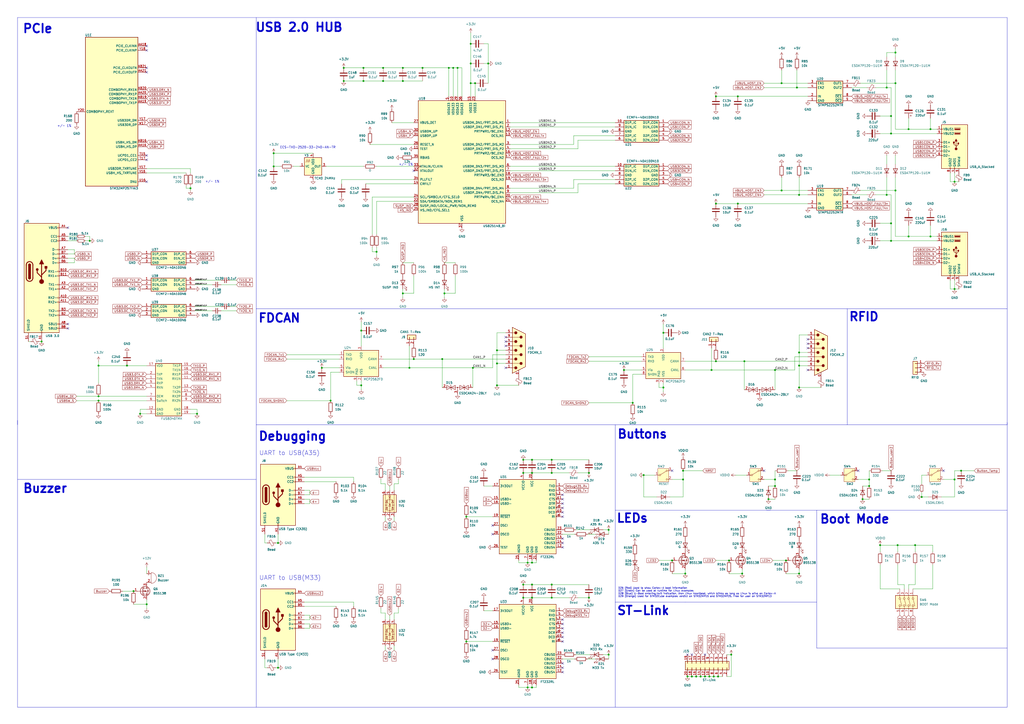
<source format=kicad_sch>
(kicad_sch (version 20250114) (generator "eeschema") (generator_version "9.0")
  (paper "A2")
  (title_block (title "Peripherals") (date "2025-01-21") (rev "1.0") (company "Robotics"))
  (lib_symbols
    (symbol "Connector:DE9_Plug_MountingHoles" (pin_names (offset 1.016) (hide yes))
      (property "Reference" "J" (at 0 16.51 0))
      (property "Value" "DE9_Plug_MountingHoles" (at 0 14.605 0))
      (symbol "DE9_Plug_MountingHoles_1_1"
        (pin passive line (at -7.62 10.16 0) (length 3.81) (name "5") (number "5"))
        (pin passive line (at -7.62 7.62 0) (length 3.81) (name "9") (number "9"))
        (pin passive line (at -7.62 5.08 0) (length 3.81) (name "4") (number "4"))
        (pin passive line (at -7.62 2.54 0) (length 3.81) (name "8") (number "8"))
        (pin passive line (at -7.62 0 0) (length 3.81) (name "3") (number "3"))
        (pin passive line (at -7.62 -2.54 0) (length 3.81) (name "7") (number "7"))
        (pin passive line (at -7.62 -5.08 0) (length 3.81) (name "2") (number "2"))
        (pin passive line (at -7.62 -7.62 0) (length 3.81) (name "6") (number "6"))
        (pin passive line (at -7.62 -10.16 0) (length 3.81) (name "1") (number "1"))
        (pin passive line (at 0 -15.24 90) (length 3.81) (name "PAD") (number "0"))
      )
    )
    (symbol "Connector:USB_A_Stacked" (pin_names (offset 1.016))
      (property "Reference" "J" (at 0 15.875 0))
      (property "Value" "USB_A_Stacked" (at 0 13.97 0))
      (symbol "USB_A_Stacked_1_1"
        (pin passive line (at -2.54 -15.24 90) (length 2.54) (name "Shield") (number "9"))
        (pin power_in line (at 0 -15.24 90) (length 2.54) (name "GND1") (number "4"))
        (pin power_in line (at 2.54 -15.24 90) (length 2.54) (name "GND2") (number "8"))
        (pin power_in line (at 10.16 10.16 180) (length 2.54) (name "VBUS1") (number "1"))
        (pin power_in line (at 10.16 7.62 180) (length 2.54) (name "VBUS2") (number "5"))
        (pin bidirectional line (at 10.16 2.54 180) (length 2.54) (name "D1+") (number "3"))
        (pin bidirectional line (at 10.16 0 180) (length 2.54) (name "D1-") (number "2"))
        (pin bidirectional line (at 10.16 -2.54 180) (length 2.54) (name "D2+") (number "7"))
        (pin bidirectional line (at 10.16 -5.08 180) (length 2.54) (name "D2-") (number "6"))
      )
    )
    (symbol "Connector:USB_C_Receptacle" (pin_names (offset 1.016))
      (property "Reference" "J" (at -10.16 29.21 0))
      (property "Value" "USB_C_Receptacle" (at 10.16 29.21 0))
      (symbol "USB_C_Receptacle_1_1"
        (pin passive line (at -7.62 -40.64 90) (length 5.08) (name "SHIELD") (number "S1"))
        (pin passive line (at 0 -40.64 90) (length 5.08) (name "GND") (number "A1"))
        (pin passive line (at 0 -40.64 90) (length 5.08) (hide yes) (name "GND") (number "A12"))
        (pin passive line (at 0 -40.64 90) (length 5.08) (hide yes) (name "GND") (number "B1"))
        (pin passive line (at 0 -40.64 90) (length 5.08) (hide yes) (name "GND") (number "B12"))
        (pin passive line (at 15.24 25.4 180) (length 5.08) (name "VBUS") (number "A4"))
        (pin passive line (at 15.24 25.4 180) (length 5.08) (hide yes) (name "VBUS") (number "A9"))
        (pin passive line (at 15.24 25.4 180) (length 5.08) (hide yes) (name "VBUS") (number "B4"))
        (pin passive line (at 15.24 25.4 180) (length 5.08) (hide yes) (name "VBUS") (number "B9"))
        (pin bidirectional line (at 15.24 20.32 180) (length 5.08) (name "CC1") (number "A5"))
        (pin bidirectional line (at 15.24 17.78 180) (length 5.08) (name "CC2") (number "B5"))
        (pin bidirectional line (at 15.24 12.7 180) (length 5.08) (name "D-") (number "A7"))
        (pin bidirectional line (at 15.24 10.16 180) (length 5.08) (name "D-") (number "B7"))
        (pin bidirectional line (at 15.24 7.62 180) (length 5.08) (name "D+") (number "A6"))
        (pin bidirectional line (at 15.24 5.08 180) (length 5.08) (name "D+") (number "B6"))
        (pin bidirectional line (at 15.24 0 180) (length 5.08) (name "RX1-") (number "B10"))
        (pin bidirectional line (at 15.24 -2.54 180) (length 5.08) (name "RX1+") (number "B11"))
        (pin bidirectional line (at 15.24 -7.62 180) (length 5.08) (name "TX1-") (number "A3"))
        (pin bidirectional line (at 15.24 -10.16 180) (length 5.08) (name "TX1+") (number "A2"))
        (pin bidirectional line (at 15.24 -15.24 180) (length 5.08) (name "RX2-") (number "A10"))
        (pin bidirectional line (at 15.24 -17.78 180) (length 5.08) (name "RX2+") (number "A11"))
        (pin bidirectional line (at 15.24 -22.86 180) (length 5.08) (name "TX2-") (number "B3"))
        (pin bidirectional line (at 15.24 -25.4 180) (length 5.08) (name "TX2+") (number "B2"))
        (pin bidirectional line (at 15.24 -30.48 180) (length 5.08) (name "SBU1") (number "A8"))
        (pin bidirectional line (at 15.24 -33.02 180) (length 5.08) (name "SBU2") (number "B8"))
      )
    )
    (symbol "Connector:USB_C_Receptacle_USB2.0_14P" (pin_names (offset 1.016))
      (property "Reference" "J" (at 0 22.225 0))
      (property "Value" "USB_C_Receptacle_USB2.0_14P" (at 0 19.685 0))
      (symbol "USB_C_Receptacle_USB2.0_14P_1_1"
        (pin passive line (at -7.62 -22.86 90) (length 5.08) (name "SHIELD") (number "S1"))
        (pin passive line (at 0 -22.86 90) (length 5.08) (name "GND") (number "A1"))
        (pin passive line (at 0 -22.86 90) (length 5.08) (hide yes) (name "GND") (number "A12"))
        (pin passive line (at 0 -22.86 90) (length 5.08) (hide yes) (name "GND") (number "B1"))
        (pin passive line (at 0 -22.86 90) (length 5.08) (hide yes) (name "GND") (number "B12"))
        (pin passive line (at 15.24 15.24 180) (length 5.08) (name "VBUS") (number "A4"))
        (pin passive line (at 15.24 15.24 180) (length 5.08) (hide yes) (name "VBUS") (number "A9"))
        (pin passive line (at 15.24 15.24 180) (length 5.08) (hide yes) (name "VBUS") (number "B4"))
        (pin passive line (at 15.24 15.24 180) (length 5.08) (hide yes) (name "VBUS") (number "B9"))
        (pin bidirectional line (at 15.24 10.16 180) (length 5.08) (name "CC1") (number "A5"))
        (pin bidirectional line (at 15.24 7.62 180) (length 5.08) (name "CC2") (number "B5"))
        (pin bidirectional line (at 15.24 2.54 180) (length 5.08) (name "D-") (number "A7"))
        (pin bidirectional line (at 15.24 0 180) (length 5.08) (name "D-") (number "B7"))
        (pin bidirectional line (at 15.24 -2.54 180) (length 5.08) (name "D+") (number "A6"))
        (pin bidirectional line (at 15.24 -5.08 180) (length 5.08) (name "D+") (number "B6"))
      )
    )
    (symbol "Connector_Generic:Conn_01x02" (pin_names (offset 1.016) (hide yes))
      (property "Reference" "J" (at 0 2.54 0))
      (property "Value" "Conn_01x02" (at 0 -5.08 0))
      (symbol "Conn_01x02_1_1"
        (pin passive line (at -5.08 0 0) (length 3.81) (name "Pin_1") (number "1"))
        (pin passive line (at -5.08 -2.54 0) (length 3.81) (name "Pin_2") (number "2"))
      )
    )
    (symbol "Connector_Generic:Conn_01x03" (pin_names (offset 1.016) (hide yes))
      (property "Reference" "J" (at 0 5.08 0))
      (property "Value" "Conn_01x03" (at 0 -5.08 0))
      (symbol "Conn_01x03_1_1"
        (pin passive line (at -5.08 2.54 0) (length 3.81) (name "Pin_1") (number "1"))
        (pin passive line (at -5.08 0 0) (length 3.81) (name "Pin_2") (number "2"))
        (pin passive line (at -5.08 -2.54 0) (length 3.81) (name "Pin_3") (number "3"))
      )
    )
    (symbol "Connector_Generic:Conn_02x10_Odd_Even" (pin_names (offset 1.016) (hide yes))
      (property "Reference" "J" (at 1.27 12.7 0))
      (property "Value" "Conn_02x10_Odd_Even" (at 1.27 -15.24 0))
      (symbol "Conn_02x10_Odd_Even_1_1"
        (pin passive line (at -5.08 10.16 0) (length 3.81) (name "Pin_1") (number "1"))
        (pin passive line (at -5.08 7.62 0) (length 3.81) (name "Pin_3") (number "3"))
        (pin passive line (at -5.08 5.08 0) (length 3.81) (name "Pin_5") (number "5"))
        (pin passive line (at -5.08 2.54 0) (length 3.81) (name "Pin_7") (number "7"))
        (pin passive line (at -5.08 0 0) (length 3.81) (name "Pin_9") (number "9"))
        (pin passive line (at -5.08 -2.54 0) (length 3.81) (name "Pin_11") (number "11"))
        (pin passive line (at -5.08 -5.08 0) (length 3.81) (name "Pin_13") (number "13"))
        (pin passive line (at -5.08 -7.62 0) (length 3.81) (name "Pin_15") (number "15"))
        (pin passive line (at -5.08 -10.16 0) (length 3.81) (name "Pin_17") (number "17"))
        (pin passive line (at -5.08 -12.7 0) (length 3.81) (name "Pin_19") (number "19"))
        (pin passive line (at 7.62 10.16 180) (length 3.81) (name "Pin_2") (number "2"))
        (pin passive line (at 7.62 7.62 180) (length 3.81) (name "Pin_4") (number "4"))
        (pin passive line (at 7.62 5.08 180) (length 3.81) (name "Pin_6") (number "6"))
        (pin passive line (at 7.62 2.54 180) (length 3.81) (name "Pin_8") (number "8"))
        (pin passive line (at 7.62 0 180) (length 3.81) (name "Pin_10") (number "10"))
        (pin passive line (at 7.62 -2.54 180) (length 3.81) (name "Pin_12") (number "12"))
        (pin passive line (at 7.62 -5.08 180) (length 3.81) (name "Pin_14") (number "14"))
        (pin passive line (at 7.62 -7.62 180) (length 3.81) (name "Pin_16") (number "16"))
        (pin passive line (at 7.62 -10.16 180) (length 3.81) (name "Pin_18") (number "18"))
        (pin passive line (at 7.62 -12.7 180) (length 3.81) (name "Pin_20") (number "20"))
      )
    )
    (symbol "Device:Buzzer" (pin_names (offset 0.0254) (hide yes))
      (property "Reference" "BZ" (at 3.81 1.27 0))
      (property "Value" "Buzzer" (at 3.81 -1.27 0))
      (symbol "Buzzer_1_1"
        (pin passive line (at -2.54 2.54 0) (length 2.54) (name "+") (number "1"))
        (pin passive line (at -2.54 -2.54 0) (length 2.54) (name "-") (number "2"))
      )
    )
    (symbol "Device:C" (pin_numbers (hide yes)) (pin_names (offset 0.254))
      (property "Reference" "C" (at 0.635 2.54 0))
      (property "Value" "C" (at 0.635 -2.54 0))
      (symbol "C_1_1"
        (pin passive line (at 0 3.81 270) (length 2.794) (name "~") (number "1"))
        (pin passive line (at 0 -3.81 90) (length 2.794) (name "~") (number "2"))
      )
    )
    (symbol "Device:C_Polarized" (pin_numbers (hide yes)) (pin_names (offset 0.254))
      (property "Reference" "C" (at 0.635 2.54 0))
      (property "Value" "C_Polarized" (at 0.635 -2.54 0))
      (symbol "C_Polarized_1_1"
        (pin passive line (at 0 3.81 270) (length 2.794) (name "~") (number "1"))
        (pin passive line (at 0 -3.81 90) (length 2.794) (name "~") (number "2"))
      )
    )
    (symbol "Device:C_Small" (pin_numbers (hide yes)) (pin_names (offset 0.254) (hide yes))
      (property "Reference" "C" (at 0.254 1.778 0))
      (property "Value" "C_Small" (at 0.254 -2.032 0))
      (symbol "C_Small_1_1"
        (pin passive line (at 0 2.54 270) (length 2.032) (name "~") (number "1"))
        (pin passive line (at 0 -2.54 90) (length 2.032) (name "~") (number "2"))
      )
    )
    (symbol "Device:D" (pin_numbers (hide yes)) (pin_names (offset 1.016) (hide yes))
      (property "Reference" "D" (at 0 2.54 0))
      (property "Value" "D" (at 0 -2.54 0))
      (symbol "D_1_1"
        (pin passive line (at -3.81 0 0) (length 2.54) (name "K") (number "1"))
        (pin passive line (at 3.81 0 180) (length 2.54) (name "A") (number "2"))
      )
    )
    (symbol "Device:FerriteBead_Small" (pin_numbers (hide yes)) (pin_names (offset 0))
      (property "Reference" "FB" (at 1.905 1.27 0))
      (property "Value" "FerriteBead_Small" (at 1.905 -1.27 0))
      (symbol "FerriteBead_Small_1_1"
        (pin passive line (at 0 2.54 270) (length 1.27) (name "~") (number "1"))
        (pin passive line (at 0 -2.54 90) (length 1.27) (name "~") (number "2"))
      )
    )
    (symbol "Device:LED" (pin_numbers (hide yes)) (pin_names (offset 1.016) (hide yes))
      (property "Reference" "D" (at 0 2.54 0))
      (property "Value" "LED" (at 0 -2.54 0))
      (symbol "LED_1_1"
        (pin passive line (at -3.81 0 0) (length 2.54) (name "K") (number "1"))
        (pin passive line (at 3.81 0 180) (length 2.54) (name "A") (number "2"))
      )
    )
    (symbol "Device:R" (pin_numbers (hide yes)) (pin_names (offset 0))
      (property "Reference" "R" (at 2.032 0 90))
      (property "Value" "R" (at 0 0 90))
      (symbol "R_1_1"
        (pin passive line (at 0 3.81 270) (length 1.27) (name "~") (number "1"))
        (pin passive line (at 0 -3.81 90) (length 1.27) (name "~") (number "2"))
      )
    )
    (symbol "Device:R_Small" (pin_numbers (hide yes)) (pin_names (offset 0.254) (hide yes))
      (property "Reference" "R" (at 0.762 0.508 0))
      (property "Value" "R_Small" (at 0.762 -1.016 0))
      (symbol "R_Small_1_1"
        (pin passive line (at 0 2.54 270) (length 0.762) (name "~") (number "1"))
        (pin passive line (at 0 -2.54 90) (length 0.762) (name "~") (number "2"))
      )
    )
    (symbol "Diode:SM712_SOT23" (pin_names (offset 1.016) (hide yes))
      (property "Reference" "D" (at 0 4.445 0))
      (property "Value" "SM712_SOT23" (at 0 2.54 0))
      (symbol "SM712_SOT23_1_1"
        (pin passive line (at -8.89 0 0) (length 2.54) (name "A1") (number "1"))
        (pin input line (at 0 -3.81 90) (length 2.54) (name "common") (number "3"))
        (pin passive line (at 8.89 0 180) (length 2.54) (name "A2") (number "2"))
      )
    )
    (symbol "ECMF2-40A100N6_1"
      (property "Reference" "U" (at 6.096 2.794 0))
      (property "Value" "ECMF2-40A100N6" (at 16.764 -7.874 0))
      (symbol "ECMF2-40A100N6_1_1_1"
        (pin input line (at 0 0 0) (length 5.08) (name "D1P_CON") (number "1"))
        (pin input line (at 0 -2.54 0) (length 5.08) (name "D1N_CON") (number "2"))
        (pin input line (at 0 -5.08 0) (length 5.08) (name "GND") (number "3"))
        (pin input line (at 30.48 0 180) (length 5.08) (name "D1P_IC") (number "6"))
        (pin input line (at 30.48 -2.54 180) (length 5.08) (name "D1N_IC") (number "5"))
        (pin input line (at 30.48 -5.08 180) (length 5.08) (name "GND") (number "4"))
      )
    )
    (symbol "ECMF2-40A100N6_2"
      (property "Reference" "U" (at 6.096 2.794 0))
      (property "Value" "ECMF2-40A100N6" (at 16.764 -7.874 0))
      (symbol "ECMF2-40A100N6_2_1_1"
        (pin input line (at 0 0 0) (length 5.08) (name "D1P_CON") (number "1"))
        (pin input line (at 0 -2.54 0) (length 5.08) (name "D1N_CON") (number "2"))
        (pin input line (at 0 -5.08 0) (length 5.08) (name "GND") (number "3"))
        (pin input line (at 30.48 0 180) (length 5.08) (name "D1P_IC") (number "6"))
        (pin input line (at 30.48 -2.54 180) (length 5.08) (name "D1N_IC") (number "5"))
        (pin input line (at 30.48 -5.08 180) (length 5.08) (name "GND") (number "4"))
      )
    )
    (symbol "Interface_CAN_LIN:MCP2562-E-MF" (pin_names (offset 1.016))
      (property "Reference" "U" (at -10.16 8.89 0))
      (property "Value" "MCP2562-E-MF" (at 2.54 8.89 0))
      (symbol "MCP2562-E-MF_1_1"
        (pin input line (at -12.7 5.08 0) (length 2.54) (name "TXD") (number "1"))
        (pin output line (at -12.7 2.54 0) (length 2.54) (name "RXD") (number "4"))
        (pin power_in line (at -12.7 -2.54 0) (length 2.54) (name "Vio") (number "5"))
        (pin input line (at -12.7 -5.08 0) (length 2.54) (name "SHDN") (number "8"))
        (pin power_in line (at -2.54 -10.16 90) (length 2.54) (name "PAD") (number "9"))
        (pin power_in line (at 0 10.16 270) (length 2.54) (name "VDD") (number "3"))
        (pin power_in line (at 0 -10.16 90) (length 2.54) (name "VSS") (number "2"))
        (pin bidirectional line (at 12.7 2.54 180) (length 2.54) (name "CANH") (number "7"))
        (pin bidirectional line (at 12.7 -2.54 180) (length 2.54) (name "CANL") (number "6"))
      )
    )
    (symbol "Interface_USB:FT232RL"
      (property "Reference" "U" (at -16.51 22.86 0))
      (property "Value" "FT232RL" (at 10.16 22.86 0))
      (symbol "FT232RL_1_1"
        (pin power_out line (at -20.32 17.78 0) (length 3.81) (name "3V3OUT") (number "17"))
        (pin bidirectional line (at -20.32 10.16 0) (length 3.81) (name "USBD+") (number "15"))
        (pin bidirectional line (at -20.32 7.62 0) (length 3.81) (name "USBD-") (number "16"))
        (pin input line (at -20.32 0 0) (length 3.81) (name "~{RESET}") (number "19"))
        (pin input line (at -20.32 -5.08 0) (length 3.81) (name "OSCI") (number "27"))
        (pin output line (at -20.32 -10.16 0) (length 3.81) (name "OSCO") (number "28"))
        (pin input line (at -20.32 -17.78 0) (length 3.81) (name "TEST") (number "26"))
        (pin power_in line (at -5.08 -25.4 90) (length 3.81) (name "AGND") (number "25"))
        (pin power_in line (at -2.54 25.4 270) (length 3.81) (name "VCCIO") (number "4"))
        (pin power_in line (at 0 -25.4 90) (length 3.81) (name "GND") (number "7"))
        (pin power_in line (at 2.54 25.4 270) (length 3.81) (name "VCC") (number "20"))
        (pin power_in line (at 2.54 -25.4 90) (length 3.81) (name "GND") (number "18"))
        (pin power_in line (at 5.08 -25.4 90) (length 3.81) (name "GND") (number "21"))
        (pin output line (at 20.32 17.78 180) (length 3.81) (name "TXD") (number "1"))
        (pin input line (at 20.32 15.24 180) (length 3.81) (name "RXD") (number "5"))
        (pin output output_low (at 20.32 12.7 180) (length 3.81) (name "RTS") (number "3"))
        (pin input input_low (at 20.32 10.16 180) (length 3.81) (name "CTS") (number "11"))
        (pin output output_low (at 20.32 7.62 180) (length 3.81) (name "DTR") (number "2"))
        (pin input input_low (at 20.32 5.08 180) (length 3.81) (name "DCR") (number "9"))
        (pin input input_low (at 20.32 2.54 180) (length 3.81) (name "DCD") (number "10"))
        (pin input input_low (at 20.32 0 180) (length 3.81) (name "RI") (number "6"))
        (pin bidirectional line (at 20.32 -7.62 180) (length 3.81) (name "CBUS0") (number "23"))
        (pin bidirectional line (at 20.32 -10.16 180) (length 3.81) (name "CBUS1") (number "22"))
        (pin bidirectional line (at 20.32 -12.7 180) (length 3.81) (name "CBUS2") (number "13"))
        (pin bidirectional line (at 20.32 -15.24 180) (length 3.81) (name "CBUS3") (number "14"))
        (pin bidirectional line (at 20.32 -17.78 180) (length 3.81) (name "CBUS4") (number "12"))
      )
    )
    (symbol "Interface_USB:USB2514B_Bi" (pin_names (offset 1.016))
      (property "Reference" "U" (at -17.78 40.64 0))
      (property "Value" "USB2514B_Bi" (at -20.32 38.1 0))
      (symbol "USB2514B_Bi_1_1"
        (pin input line (at -27.94 22.86 0) (length 2.54) (name "VBUS_DET") (number "27"))
        (pin bidirectional line (at -27.94 17.78 0) (length 2.54) (name "USBDM_UP") (number "30"))
        (pin bidirectional line (at -27.94 15.24 0) (length 2.54) (name "USBDP_UP") (number "31"))
        (pin input line (at -27.94 10.16 0) (length 2.54) (name "RESET_N") (number "26"))
        (pin input line (at -27.94 7.62 0) (length 2.54) (name "TEST") (number "11"))
        (pin input line (at -27.94 2.54 0) (length 2.54) (name "RBIAS") (number "35"))
        (pin input clock (at -27.94 -2.54 0) (length 2.54) (name "XTALIN/CLKIN") (number "33"))
        (pin output line (at -27.94 -5.08 0) (length 2.54) (name "XTALOUT") (number "32"))
        (pin input line (at -27.94 -10.16 0) (length 2.54) (name "PLLFILT") (number "34"))
        (pin input line (at -27.94 -12.7 0) (length 2.54) (name "CRFILT") (number "14"))
        (pin bidirectional line (at -27.94 -20.32 0) (length 2.54) (name "SCL/SMBCLK/CFG_SEL0") (number "24"))
        (pin bidirectional line (at -27.94 -22.86 0) (length 2.54) (name "SDA/SMBDATA/NON_REM1") (number "22"))
        (pin bidirectional line (at -27.94 -25.4 0) (length 2.54) (name "SUSP_IND/LOCAL_PWR/NON_REM0") (number "28"))
        (pin bidirectional line (at -27.94 -27.94 0) (length 2.54) (name "HS_IND/CFG_SEL1") (number "25"))
        (pin power_in line (at -7.62 38.1 270) (length 2.54) (name "VDDA33") (number "5"))
        (pin power_in line (at -5.08 38.1 270) (length 2.54) (name "VDDA33") (number "10"))
        (pin power_in line (at -2.54 38.1 270) (length 2.54) (name "VDDA33") (number "29"))
        (pin power_in line (at 0 38.1 270) (length 2.54) (name "VDDA33") (number "36"))
        (pin power_in line (at 0 -38.1 90) (length 2.54) (name "VSS") (number "37"))
        (pin power_in line (at 5.08 38.1 270) (length 2.54) (name "VDD33") (number "15"))
        (pin power_in line (at 7.62 38.1 270) (length 2.54) (name "VDD33") (number "23"))
        (pin bidirectional line (at 27.94 22.86 180) (length 2.54) (name "USBDM_DN1/PRT_DIS_M1") (number "1"))
        (pin bidirectional line (at 27.94 20.32 180) (length 2.54) (name "USBDP_DN1/PRT_DIS_P1") (number "2"))
        (pin bidirectional line (at 27.94 17.78 180) (length 2.54) (name "PRTPWR1/BC_EN1") (number "12"))
        (pin input line (at 27.94 15.24 180) (length 2.54) (name "OCS_N1") (number "13"))
        (pin bidirectional line (at 27.94 10.16 180) (length 2.54) (name "USBDM_DN2/PRT_DIS_M2") (number "3"))
        (pin bidirectional line (at 27.94 7.62 180) (length 2.54) (name "USBDP_DN2/PRT_DIS_P2") (number "4"))
        (pin bidirectional line (at 27.94 5.08 180) (length 2.54) (name "PRTPWR2/BC_EN2") (number "16"))
        (pin input line (at 27.94 2.54 180) (length 2.54) (name "OCS_N2") (number "17"))
        (pin bidirectional line (at 27.94 -2.54 180) (length 2.54) (name "USBDM_DN3/PRT_DIS_M3") (number "6"))
        (pin bidirectional line (at 27.94 -5.08 180) (length 2.54) (name "USBDP_DN3/PRT_DIS_P3") (number "7"))
        (pin bidirectional line (at 27.94 -7.62 180) (length 2.54) (name "PRTPWR3/BC_EN3") (number "18"))
        (pin input line (at 27.94 -10.16 180) (length 2.54) (name "OCS_N3") (number "19"))
        (pin bidirectional line (at 27.94 -15.24 180) (length 2.54) (name "USBDM_DN4/PRT_DIS_M4") (number "8"))
        (pin bidirectional line (at 27.94 -17.78 180) (length 2.54) (name "USBDP_DN4/PRT_DIS_P4") (number "9"))
        (pin bidirectional line (at 27.94 -20.32 180) (length 2.54) (name "PRTPWR4/BC_EN4") (number "20"))
        (pin input line (at 27.94 -22.86 180) (length 2.54) (name "OCS_N4") (number "21"))
      )
    )
    (symbol "MY_ESD:ECMF2-40A100N6"
      (property "Reference" "U" (at 6.096 2.794 0))
      (property "Value" "ECMF2-40A100N6" (at 16.764 -7.874 0))
      (symbol "ECMF2-40A100N6_1_1"
        (pin input line (at 0 0 0) (length 5.08) (name "D1P_CON") (number "1"))
        (pin input line (at 0 -2.54 0) (length 5.08) (name "D1N_CON") (number "2"))
        (pin input line (at 0 -5.08 0) (length 5.08) (name "GND") (number "3"))
        (pin input line (at 30.48 0 180) (length 5.08) (name "D1P_IC") (number "6"))
        (pin input line (at 30.48 -2.54 180) (length 5.08) (name "D1N_IC") (number "5"))
        (pin input line (at 30.48 -5.08 180) (length 5.08) (name "GND") (number "4"))
      )
    )
    (symbol "MY_ESD:ECMF4-40A100N10"
      (property "Reference" "U" (at 5.842 2.54 0))
      (property "Value" "ECMF4-40A100N10" (at 16.51 -12.7 0))
      (symbol "ECMF4-40A100N10_1_1"
        (pin input line (at 0 0 0) (length 5.08) (name "D2N_IC") (number "6"))
        (pin input line (at 0 -2.54 0) (length 5.08) (name "D2P_IC") (number "7"))
        (pin input line (at 0 -5.08 0) (length 5.08) (name "GND") (number "8"))
        (pin input line (at 0 -7.62 0) (length 5.08) (name "D1N_IC") (number "9"))
        (pin input line (at 0 -10.16 0) (length 5.08) (name "D1P_IC") (number "10"))
        (pin input line (at 30.48 0 180) (length 5.08) (name "D2N_CON") (number "5"))
        (pin input line (at 30.48 -2.54 180) (length 5.08) (name "D2P_CON") (number "4"))
        (pin input line (at 30.48 -5.08 180) (length 5.08) (name "GND") (number "3"))
        (pin input line (at 30.48 -7.62 180) (length 5.08) (name "D1N_CON") (number "2"))
        (pin input line (at 30.48 -10.16 180) (length 5.08) (name "D1P_CON") (number "1"))
      )
    )
    (symbol "MY_MPU:STM32MP257FAI3"
      (property "Reference" "U" (at 6.096 3.302 0))
      (property "Value" "STM32MP257FAI3" (at 20.066 -225.298 0))
      (symbol "STM32MP257FAI3_1_1"
        (pin passive line (at 0 0 0) (length 5.08) (name "PA0") (number "Y2"))
        (pin passive line (at 0 -2.54 0) (length 5.08) (name "PA1") (number "V15"))
        (pin passive line (at 0 -5.08 0) (length 5.08) (name "PA2") (number "W13"))
        (pin passive line (at 0 -7.62 0) (length 5.08) (name "PA3") (number "T14"))
        (pin passive line (at 0 -10.16 0) (length 5.08) (name "PA4") (number "Y15"))
        (pin passive line (at 0 -12.7 0) (length 5.08) (name "PA5") (number "Y13"))
        (pin passive line (at 0 -15.24 0) (length 5.08) (name "PA6") (number "V14"))
        (pin passive line (at 0 -17.78 0) (length 5.08) (name "PA7") (number "Y14"))
        (pin passive line (at 0 -20.32 0) (length 5.08) (name "PA8") (number "W15"))
        (pin passive line (at 0 -22.86 0) (length 5.08) (name "PA9") (number "T12"))
        (pin passive line (at 0 -25.4 0) (length 5.08) (name "PA10") (number "U13"))
        (pin passive line (at 0 -27.94 0) (length 5.08) (name "PA11") (number "W12"))
        (pin passive line (at 0 -30.48 0) (length 5.08) (name "PA12") (number "U12"))
        (pin passive line (at 0 -33.02 0) (length 5.08) (name "PA13") (number "Y12"))
        (pin passive line (at 0 -35.56 0) (length 5.08) (name "PA14") (number "U10"))
        (pin passive line (at 0 -38.1 0) (length 5.08) (name "PA15") (number "T10"))
        (pin passive line (at 0 -43.18 0) (length 5.08) (name "PB0") (number "C11"))
        (pin passive line (at 0 -45.72 0) (length 5.08) (name "PB1") (number "D11"))
        (pin passive line (at 0 -48.26 0) (length 5.08) (name "PB2") (number "C10"))
        (pin passive line (at 0 -50.8 0) (length 5.08) (name "PB3") (number "E10"))
        (pin passive line (at 0 -53.34 0) (length 5.08) (name "PB4") (number "D10"))
        (pin passive line (at 0 -55.88 0) (length 5.08) (name "PB5") (number "B11"))
        (pin passive line (at 0 -58.42 0) (length 5.08) (name "PB6") (number "C12"))
        (pin passive line (at 0 -60.96 0) (length 5.08) (name "PB7") (number "D12"))
        (pin passive line (at 0 -63.5 0) (length 5.08) (name "PB8") (number "G11"))
        (pin passive line (at 0 -66.04 0) (length 5.08) (name "PB9") (number "A12"))
        (pin passive line (at 0 -68.58 0) (length 5.08) (name "PB10") (number "A11"))
        (pin passive line (at 0 -71.12 0) (length 5.08) (name "PB11") (number "B12"))
        (pin passive line (at 0 -73.66 0) (length 5.08) (name "PB12") (number "B20"))
        (pin passive line (at 0 -76.2 0) (length 5.08) (name "PB13") (number "D19"))
        (pin passive line (at 0 -78.74 0) (length 5.08) (name "PB14") (number "C20"))
        (pin passive line (at 0 -81.28 0) (length 5.08) (name "PB15") (number "AB4"))
        (pin passive line (at 35.56 0 180) (length 5.08) (name "PC0") (number "AA12"))
        (pin passive line (at 35.56 -2.54 180) (length 5.08) (name "PC1") (number "V11"))
        (pin passive line (at 35.56 -5.08 180) (length 5.08) (name "PC2") (number "Y11"))
        (pin passive line (at 35.56 -7.62 180) (length 5.08) (name "PC3") (number "W9"))
        (pin passive line (at 35.56 -10.16 180) (length 5.08) (name "PC4") (number "V9"))
        (pin passive line (at 35.56 -12.7 180) (length 5.08) (name "PC5") (number "U9"))
        (pin passive line (at 35.56 -15.24 180) (length 5.08) (name "PC6") (number "AA10"))
        (pin passive line (at 35.56 -17.78 180) (length 5.08) (name "PC7") (number "Y8"))
        (pin passive line (at 35.56 -20.32 180) (length 5.08) (name "PC8") (number "V8"))
        (pin passive line (at 35.56 -22.86 180) (length 5.08) (name "PC9") (number "U8"))
        (pin passive line (at 35.56 -25.4 180) (length 5.08) (name "PC10") (number "T8"))
        (pin passive line (at 35.56 -27.94 180) (length 5.08) (name "PC11") (number "AB7"))
        (pin passive line (at 35.56 -30.48 180) (length 5.08) (name "PC12") (number "Y7"))
        (pin passive line (at 35.56 -33.02 180) (length 5.08) (name "PC13") (number "P6"))
        (pin passive line (at 35.56 -35.56 180) (length 5.08) (name "OSC32_IN") (number "R1"))
        (pin passive line (at 35.56 -38.1 180) (length 5.08) (name "OSC32_OUT") (number "R2"))
        (pin passive line (at 35.56 -43.18 180) (length 5.08) (name "PD0") (number "D14"))
        (pin passive line (at 35.56 -45.72 180) (length 5.08) (name "PD1") (number "E15"))
        (pin passive line (at 35.56 -48.26 180) (length 5.08) (name "PD2") (number "E14"))
        (pin passive line (at 35.56 -50.8 180) (length 5.08) (name "PD3") (number "C15"))
        (pin passive line (at 35.56 -53.34 180) (length 5.08) (name "PD4") (number "C14"))
        (pin passive line (at 35.56 -55.88 180) (length 5.08) (name "PD5") (number "B15"))
        (pin passive line (at 35.56 -58.42 180) (length 5.08) (name "PD6") (number "A15"))
        (pin passive line (at 35.56 -60.96 180) (length 5.08) (name "PD7") (number "D15"))
        (pin passive line (at 35.56 -63.5 180) (length 5.08) (name "PD8") (number "C13"))
        (pin passive line (at 35.56 -66.04 180) (length 5.08) (name "PD9") (number "B13"))
        (pin passive line (at 35.56 -68.58 180) (length 5.08) (name "PD10") (number "D13"))
        (pin passive line (at 35.56 -71.12 180) (length 5.08) (name "PD11") (number "E13"))
        (pin passive line (at 35.56 -73.66 180) (length 5.08) (name "PD12") (number "A21"))
        (pin passive line (at 35.56 -76.2 180) (length 5.08) (name "PD13") (number "B21"))
        (pin passive line (at 35.56 -78.74 180) (length 5.08) (name "PD14") (number "G15"))
        (pin passive line (at 35.56 -81.28 180) (length 5.08) (name "PD15") (number "F16"))
      )
      (symbol "STM32MP257FAI3_2_1"
        (pin passive line (at 0 0 0) (length 5.08) (name "PE0") (number "A16"))
        (pin passive line (at 0 -2.54 0) (length 5.08) (name "PE1") (number "B16"))
        (pin passive line (at 0 -5.08 0) (length 5.08) (name "PE2") (number "C16"))
        (pin passive line (at 0 -7.62 0) (length 5.08) (name "PE3") (number "D16"))
        (pin passive line (at 0 -10.16 0) (length 5.08) (name "PE4") (number "B17"))
        (pin passive line (at 0 -12.7 0) (length 5.08) (name "PE5") (number "C17"))
        (pin passive line (at 0 -15.24 0) (length 5.08) (name "PE6") (number "E16"))
        (pin passive line (at 0 -17.78 0) (length 5.08) (name "PE7") (number "D17"))
        (pin passive line (at 0 -20.32 0) (length 5.08) (name "PE8") (number "C18"))
        (pin passive line (at 0 -22.86 0) (length 5.08) (name "PE9") (number "D18"))
        (pin passive line (at 0 -25.4 0) (length 5.08) (name "PE10") (number "A19"))
        (pin passive line (at 0 -27.94 0) (length 5.08) (name "PE11") (number "E17"))
        (pin passive line (at 0 -30.48 0) (length 5.08) (name "PE12") (number "C19"))
        (pin passive line (at 0 -33.02 0) (length 5.08) (name "PE13") (number "B19"))
        (pin passive line (at 0 -35.56 0) (length 5.08) (name "PE14") (number "A20"))
        (pin passive line (at 0 -38.1 0) (length 5.08) (name "PE15") (number "F17"))
        (pin passive line (at 0 -43.18 0) (length 5.08) (name "PF0") (number "V12"))
        (pin passive line (at 0 -45.72 0) (length 5.08) (name "PF1") (number "W11"))
        (pin passive line (at 0 -48.26 0) (length 5.08) (name "PF2") (number "V10"))
        (pin passive line (at 0 -50.8 0) (length 5.08) (name "PF3") (number "W10"))
        (pin passive line (at 0 -53.34 0) (length 5.08) (name "PF4") (number "Y10"))
        (pin passive line (at 0 -55.88 0) (length 5.08) (name "PF5") (number "Y9"))
        (pin passive line (at 0 -58.42 0) (length 5.08) (name "PF6") (number "AB8"))
        (pin passive line (at 0 -60.96 0) (length 5.08) (name "PF7") (number "T9"))
        (pin passive line (at 0 -63.5 0) (length 5.08) (name "PF8") (number "AA8"))
        (pin passive line (at 0 -66.04 0) (length 5.08) (name "PF9") (number "AA7"))
        (pin passive line (at 0 -68.58 0) (length 5.08) (name "PF10") (number "AA6"))
        (pin passive line (at 0 -71.12 0) (length 5.08) (name "PF11") (number "Y6"))
        (pin passive line (at 0 -73.66 0) (length 5.08) (name "PF12") (number "K3"))
        (pin passive line (at 0 -76.2 0) (length 5.08) (name "PF13") (number "L4"))
        (pin passive line (at 0 -78.74 0) (length 5.08) (name "PF14") (number "H1"))
        (pin passive line (at 0 -81.28 0) (length 5.08) (name "PF15") (number "L7"))
        (pin passive line (at 35.56 0 180) (length 5.08) (name "PG0") (number "W7"))
        (pin passive line (at 35.56 -2.54 180) (length 5.08) (name "PG1") (number "W6"))
        (pin passive line (at 35.56 -5.08 180) (length 5.08) (name "PG2") (number "Y4"))
        (pin passive line (at 35.56 -7.62 180) (length 5.08) (name "PG3") (number "W4"))
        (pin passive line (at 35.56 -10.16 180) (length 5.08) (name "PG4") (number "AA4"))
        (pin passive line (at 35.56 -12.7 180) (length 5.08) (name "PG5") (number "L1"))
        (pin passive line (at 35.56 -15.24 180) (length 5.08) (name "PG6") (number "H2"))
        (pin passive line (at 35.56 -17.78 180) (length 5.08) (name "PG7") (number "K4"))
        (pin passive line (at 35.56 -20.32 180) (length 5.08) (name "PG8") (number "L5"))
        (pin passive line (at 35.56 -22.86 180) (length 5.08) (name "PG9") (number "G3"))
        (pin passive line (at 35.56 -25.4 180) (length 5.08) (name "PG10") (number "H3"))
        (pin passive line (at 35.56 -27.94 180) (length 5.08) (name "PG11") (number "J4"))
        (pin passive line (at 35.56 -30.48 180) (length 5.08) (name "PG12") (number "J3"))
        (pin passive line (at 35.56 -33.02 180) (length 5.08) (name "PG13") (number "K5"))
        (pin passive line (at 35.56 -35.56 180) (length 5.08) (name "PG14") (number "G4"))
        (pin passive line (at 35.56 -38.1 180) (length 5.08) (name "PG15") (number "H4"))
        (pin passive line (at 35.56 -43.18 180) (length 5.08) (name "OSC_IN") (number "V3"))
        (pin passive line (at 35.56 -45.72 180) (length 5.08) (name "OSC_OUT") (number "V2"))
        (pin passive line (at 35.56 -50.8 180) (length 5.08) (name "PH2") (number "V13"))
        (pin passive line (at 35.56 -53.34 180) (length 5.08) (name "PH3") (number "W14"))
        (pin passive line (at 35.56 -55.88 180) (length 5.08) (name "PH4") (number "AB15"))
        (pin passive line (at 35.56 -58.42 180) (length 5.08) (name "PH5") (number "AA15"))
        (pin passive line (at 35.56 -60.96 180) (length 5.08) (name "PH6") (number "AA14"))
        (pin passive line (at 35.56 -63.5 180) (length 5.08) (name "PH7") (number "T13"))
        (pin passive line (at 35.56 -66.04 180) (length 5.08) (name "PH8") (number "U14"))
        (pin passive line (at 35.56 -68.58 180) (length 5.08) (name "PH9") (number "AB12"))
        (pin passive line (at 35.56 -71.12 180) (length 5.08) (name "PH10") (number "U11"))
        (pin passive line (at 35.56 -73.66 180) (length 5.08) (name "PH11") (number "T11"))
        (pin passive line (at 35.56 -76.2 180) (length 5.08) (name "PH12") (number "AA11"))
        (pin passive line (at 35.56 -78.74 180) (length 5.08) (name "PH13") (number "AB11"))
      )
      (symbol "STM32MP257FAI3_3_1"
        (pin passive line (at 0 0 0) (length 5.08) (name "PI0") (number "G5"))
        (pin passive line (at 0 -2.54 0) (length 5.08) (name "PI1") (number "H6"))
        (pin passive line (at 0 -5.08 0) (length 5.08) (name "PI2") (number "J5"))
        (pin passive line (at 0 -7.62 0) (length 5.08) (name "PI3") (number "J6"))
        (pin passive line (at 0 -10.16 0) (length 5.08) (name "PI4") (number "K6"))
        (pin passive line (at 0 -12.7 0) (length 5.08) (name "PI5") (number "H5"))
        (pin passive line (at 0 -15.24 0) (length 5.08) (name "PI6") (number "J7"))
        (pin passive line (at 0 -17.78 0) (length 5.08) (name "PI7") (number "L6"))
        (pin passive line (at 0 -20.32 0) (length 5.08) (name "PI8") (number "M6"))
        (pin passive line (at 0 -22.86 0) (length 5.08) (name "PI9") (number "K7"))
        (pin passive line (at 0 -25.4 0) (length 5.08) (name "PI10") (number "G16"))
        (pin passive line (at 0 -27.94 0) (length 5.08) (name "PI11") (number "E18"))
        (pin passive line (at 0 -30.48 0) (length 5.08) (name "PI12") (number "G1"))
        (pin passive line (at 0 -33.02 0) (length 5.08) (name "PI13") (number "G2"))
        (pin passive line (at 0 -35.56 0) (length 5.08) (name "PI14") (number "G13"))
        (pin passive line (at 0 -38.1 0) (length 5.08) (name "PI15") (number "E11"))
        (pin passive line (at 0 -43.18 0) (length 5.08) (name "PJ0") (number "U15"))
        (pin passive line (at 0 -45.72 0) (length 5.08) (name "PJ1") (number "Y3"))
        (pin passive line (at 0 -48.26 0) (length 5.08) (name "PJ2") (number "AB3"))
        (pin passive line (at 0 -50.8 0) (length 5.08) (name "PJ3") (number "AA3"))
        (pin passive line (at 0 -53.34 0) (length 5.08) (name "PJ4") (number "W3"))
        (pin passive line (at 0 -55.88 0) (length 5.08) (name "PJ5") (number "V4"))
        (pin passive line (at 0 -58.42 0) (length 5.08) (name "PJ6") (number "U5"))
        (pin passive line (at 0 -60.96 0) (length 5.08) (name "PJ7") (number "W2"))
        (pin passive line (at 0 -63.5 0) (length 5.08) (name "PJ8") (number "M2"))
        (pin passive line (at 0 -66.04 0) (length 5.08) (name "PJ9") (number "M1"))
        (pin passive line (at 0 -68.58 0) (length 5.08) (name "PJ10") (number "M3"))
        (pin passive line (at 0 -71.12 0) (length 5.08) (name "PJ11") (number "M5"))
        (pin passive line (at 0 -73.66 0) (length 5.08) (name "PJ12") (number "L2"))
        (pin passive line (at 0 -76.2 0) (length 5.08) (name "PJ13") (number "M4"))
        (pin passive line (at 0 -78.74 0) (length 5.08) (name "PJ14") (number "L3"))
        (pin passive line (at 0 -81.28 0) (length 5.08) (name "PJ15") (number "K2"))
        (pin passive line (at 0 -86.36 0) (length 5.08) (name "BOOT0") (number "R4"))
        (pin passive line (at 0 -88.9 0) (length 5.08) (name "BOOT1") (number "R3"))
        (pin passive line (at 0 -91.44 0) (length 5.08) (name "BOOT2") (number "T2"))
        (pin passive line (at 0 -93.98 0) (length 5.08) (name "BOOT3") (number "T1"))
        (pin passive line (at 35.56 0 180) (length 5.08) (name "PK0") (number "F12"))
        (pin passive line (at 35.56 -2.54 180) (length 5.08) (name "PK1") (number "E12"))
        (pin passive line (at 35.56 -5.08 180) (length 5.08) (name "PK2") (number "F13"))
        (pin passive line (at 35.56 -7.62 180) (length 5.08) (name "PK3") (number "F15"))
        (pin passive line (at 35.56 -10.16 180) (length 5.08) (name "PK4") (number "F11"))
        (pin passive line (at 35.56 -12.7 180) (length 5.08) (name "PK5") (number "F14"))
        (pin passive line (at 35.56 -15.24 180) (length 5.08) (name "PK6") (number "G12"))
        (pin passive line (at 35.56 -17.78 180) (length 5.08) (name "PK7") (number "G14"))
        (pin passive line (at 35.56 -22.86 180) (length 5.08) (name "PZ0") (number "N5"))
        (pin passive line (at 35.56 -25.4 180) (length 5.08) (name "PZ1") (number "N6"))
        (pin passive line (at 35.56 -27.94 180) (length 5.08) (name "PZ2") (number "P4"))
        (pin passive line (at 35.56 -30.48 180) (length 5.08) (name "PZ3") (number "N4"))
        (pin passive line (at 35.56 -33.02 180) (length 5.08) (name "PZ4") (number "R5"))
        (pin passive line (at 35.56 -35.56 180) (length 5.08) (name "PZ5") (number "P5"))
        (pin passive line (at 35.56 -38.1 180) (length 5.08) (name "PZ6") (number "R6"))
        (pin passive line (at 35.56 -40.64 180) (length 5.08) (name "PZ7") (number "P2"))
        (pin passive line (at 35.56 -43.18 180) (length 5.08) (name "PZ8") (number "P3"))
        (pin passive line (at 35.56 -45.72 180) (length 5.08) (name "PZ9") (number "N3"))
        (pin passive line (at 35.56 -50.8 180) (length 5.08) (name "ANA0") (number "V5"))
        (pin passive line (at 35.56 -53.34 180) (length 5.08) (name "ANA1") (number "V6"))
        (pin passive line (at 35.56 -58.42 180) (length 5.08) (name "PDR_ON") (number "T7"))
        (pin passive line (at 35.56 -63.5 180) (length 5.08) (name "NRST") (number "U3"))
        (pin passive line (at 35.56 -66.04 180) (length 5.08) (name "NRSTC1MS") (number "T3"))
        (pin passive line (at 35.56 -71.12 180) (length 5.08) (name "PWR_ON") (number "T5"))
        (pin passive line (at 35.56 -73.66 180) (length 5.08) (name "PWR_LP") (number "U4"))
        (pin passive line (at 35.56 -78.74 180) (length 5.08) (name "PWR_CPU_ON") (number "T6"))
        (pin passive line (at 35.56 -83.82 180) (length 5.08) (name "JTMS-SWDIO") (number "Y1"))
        (pin passive line (at 35.56 -86.36 180) (length 5.08) (name "JTCK-SWCLK") (number "AA1"))
        (pin passive line (at 35.56 -88.9 180) (length 5.08) (name "JTDI") (number "AB2"))
        (pin passive line (at 35.56 -91.44 180) (length 5.08) (name "JTDO-TRACESWO") (number "W1"))
        (pin passive line (at 35.56 -93.98 180) (length 5.08) (name "NJTRST") (number "AA2"))
      )
      (symbol "STM32MP257FAI3_4_1"
        (pin passive line (at 0 -5.08 0) (length 5.08) (name "DSI_REXT") (number "E8"))
        (pin passive line (at 31.75 -2.54 180) (length 5.08) (name "CSI_CKN") (number "D6"))
        (pin passive line (at 31.75 -5.08 180) (length 5.08) (name "CSI_CKP") (number "C6"))
        (pin passive line (at 31.75 -7.62 180) (length 5.08) (name "CSI_D0N") (number "B5"))
        (pin passive line (at 31.75 -10.16 180) (length 5.08) (name "CSI_D0P") (number "C5"))
        (pin passive line (at 31.75 -12.7 180) (length 5.08) (name "CSI_D1N") (number "E7"))
        (pin passive line (at 31.75 -15.24 180) (length 5.08) (name "CSI_D1P") (number "D7"))
      )
      (symbol "STM32MP257FAI3_5_1"
        (pin passive line (at -5.08 -43.18 0) (length 5.08) (name "COMBOPHY_REXT") (number "Y20"))
        (pin passive line (at 35.56 -5.08 180) (length 5.08) (name "PCIE_CLKINN") (number "AA18"))
        (pin passive line (at 35.56 -7.62 180) (length 5.08) (name "PCIE_CLKINP") (number "Y18"))
        (pin passive line (at 35.56 -17.78 180) (length 5.08) (name "PCIE_CLKOUTN") (number "AB21"))
        (pin passive line (at 35.56 -20.32 180) (length 5.08) (name "PCIE_CLKOUTP") (number "AA21"))
        (pin passive line (at 35.56 -30.48 180) (length 5.08) (name "COMBOPHY_RX1N") (number "AB20"))
        (pin passive line (at 35.56 -33.02 180) (length 5.08) (name "COMBOPHY_RX1P") (number "AA20"))
        (pin passive line (at 35.56 -35.56 180) (length 5.08) (name "COMBOPHY_TX1N") (number "AB19"))
        (pin passive line (at 35.56 -38.1 180) (length 5.08) (name "COMBOPHY_TX1P") (number "AA19"))
        (pin passive line (at 35.56 -48.26 180) (length 5.08) (name "USB3DR_DM") (number "Y17"))
        (pin passive line (at 35.56 -50.8 180) (length 5.08) (name "USB3DR_DP") (number "W17"))
        (pin passive line (at 35.56 -60.96 180) (length 5.08) (name "USBH_HS_DM") (number "AB16"))
        (pin passive line (at 35.56 -63.5 180) (length 5.08) (name "USBH_HS_DP") (number "AA16"))
        (pin passive line (at 35.56 -68.58 180) (length 5.08) (name "UCPD1_CC1") (number "T15"))
        (pin passive line (at 35.56 -71.12 180) (length 5.08) (name "UCPD1_CC2") (number "T17"))
        (pin passive line (at 35.56 -76.2 180) (length 5.08) (name "USB3DR_TXRTUNE") (number "V17"))
        (pin passive line (at 35.56 -78.74 180) (length 5.08) (name "USBH_HS_TXRTUNE") (number "V16"))
        (pin passive line (at 35.56 -83.82 180) (length 5.08) (name "DNU") (number "U16"))
      )
      (symbol "STM32MP257FAI3_6_1"
        (pin passive line (at 0 0 0) (length 5.08) (name "DDR_DQ0") (number "W22"))
        (pin passive line (at 0 -2.54 0) (length 5.08) (name "DDR_DQ1") (number "Y21"))
        (pin passive line (at 0 -5.08 0) (length 5.08) (name "DDR_DQ2") (number "Y22"))
        (pin passive line (at 0 -7.62 0) (length 5.08) (name "DDR_DQ3") (number "AA22"))
        (pin passive line (at 0 -10.16 0) (length 5.08) (name "DDR_DQ4") (number "T21"))
        (pin passive line (at 0 -12.7 0) (length 5.08) (name "DDR_DQ5") (number "T20"))
        (pin passive line (at 0 -15.24 0) (length 5.08) (name "DDR_DQ6") (number "U21"))
        (pin passive line (at 0 -17.78 0) (length 5.08) (name "DDR_DQ7") (number "U20"))
        (pin passive line (at 0 -20.32 0) (length 5.08) (name "DDR_DQS0P") (number "V20"))
        (pin passive line (at 0 -22.86 0) (length 5.08) (name "DDR_DQS0N") (number "W20"))
        (pin passive line (at 0 -25.4 0) (length 5.08) (name "DDR_DQM0") (number "W21"))
        (pin passive line (at 0 -30.48 0) (length 5.08) (name "DDR_DQ8") (number "M21"))
        (pin passive line (at 0 -33.02 0) (length 5.08) (name "DDR_DQ9") (number "M22"))
        (pin passive line (at 0 -35.56 0) (length 5.08) (name "DDR_DQ10") (number "L21"))
        (pin passive line (at 0 -38.1 0) (length 5.08) (name "DDR_DQ11") (number "L22"))
        (pin passive line (at 0 -40.64 0) (length 5.08) (name "DDR_DQ12") (number "T22"))
        (pin passive line (at 0 -43.18 0) (length 5.08) (name "DDR_DQ13") (number "R20"))
        (pin passive line (at 0 -45.72 0) (length 5.08) (name "DDR_DQ14") (number "R21"))
        (pin passive line (at 0 -48.26 0) (length 5.08) (name "DDR_DQ15") (number "R22"))
        (pin passive line (at 0 -50.8 0) (length 5.08) (name "DDR_DQS1P") (number "N20"))
        (pin passive line (at 0 -53.34 0) (length 5.08) (name "DDR_DQS1N") (number "N21"))
        (pin passive line (at 0 -55.88 0) (length 5.08) (name "DDR_DQM1") (number "P20"))
        (pin passive line (at 0 -60.96 0) (length 5.08) (name "DDR_DQ16") (number "D20"))
        (pin passive line (at 0 -63.5 0) (length 5.08) (name "DDR_DQ17") (number "C22"))
        (pin passive line (at 0 -66.04 0) (length 5.08) (name "DDR_DQ18") (number "C21"))
        (pin passive line (at 0 -68.58 0) (length 5.08) (name "DDR_DQ19") (number "B22"))
        (pin passive line (at 0 -71.12 0) (length 5.08) (name "DDR_DQ20") (number "F20"))
        (pin passive line (at 0 -73.66 0) (length 5.08) (name "DDR_DQ21") (number "F19"))
        (pin passive line (at 0 -76.2 0) (length 5.08) (name "DDR_DQ22") (number "E19"))
        (pin passive line (at 0 -78.74 0) (length 5.08) (name "DDR_DQ23") (number "E20"))
        (pin passive line (at 0 -81.28 0) (length 5.08) (name "DDR_DQS2P") (number "D21"))
        (pin passive line (at 0 -83.82 0) (length 5.08) (name "DDR_DQS2N") (number "D22"))
        (pin passive line (at 0 -86.36 0) (length 5.08) (name "DDR_DQM2") (number "E21"))
        (pin passive line (at 0 -91.44 0) (length 5.08) (name "DDR_DQ24") (number "G19"))
        (pin passive line (at 0 -93.98 0) (length 5.08) (name "DDR_DQ25") (number "G22"))
        (pin passive line (at 0 -96.52 0) (length 5.08) (name "DDR_DQ26") (number "G21"))
        (pin passive line (at 0 -99.06 0) (length 5.08) (name "DDR_DQ27") (number "G20"))
        (pin passive line (at 0 -101.6 0) (length 5.08) (name "DDR_DQ28") (number "J21"))
        (pin passive line (at 0 -104.14 0) (length 5.08) (name "DDR_DQ29") (number "J20"))
        (pin passive line (at 0 -106.68 0) (length 5.08) (name "DDR_DQ30") (number "K20"))
        (pin passive line (at 0 -109.22 0) (length 5.08) (name "DDR_DQ31") (number "L19"))
        (pin passive line (at 0 -111.76 0) (length 5.08) (name "DDR_DQS3P") (number "H22"))
        (pin passive line (at 0 -114.3 0) (length 5.08) (name "DDR_DQS3N") (number "H21"))
        (pin passive line (at 0 -116.84 0) (length 5.08) (name "DDR_DQM3") (number "H20"))
        (pin passive line (at 38.1 0 180) (length 5.08) (name "DDR_A0") (number "M16"))
        (pin passive line (at 38.1 -2.54 180) (length 5.08) (name "DDR_A1") (number "U18"))
        (pin passive line (at 38.1 -5.08 180) (length 5.08) (name "DDR_A2") (number "N16"))
        (pin passive line (at 38.1 -7.62 180) (length 5.08) (name "DDR_A3") (number "M17"))
        (pin passive line (at 38.1 -10.16 180) (length 5.08) (name "DDR_A4") (number "N19"))
        (pin passive line (at 38.1 -12.7 180) (length 5.08) (name "DDR_A5") (number "M19"))
        (pin passive line (at 38.1 -15.24 180) (length 5.08) (name "DDR_A6") (number "T18"))
        (pin passive line (at 38.1 -17.78 180) (length 5.08) (name "DDR_A7") (number "U19"))
        (pin passive line (at 38.1 -20.32 180) (length 5.08) (name "DDR_A8") (number "P19"))
        (pin passive line (at 38.1 -22.86 180) (length 5.08) (name "DDR_A9") (number "P18"))
        (pin passive line (at 38.1 -25.4 180) (length 5.08) (name "DDR_A10") (number "N18"))
        (pin passive line (at 38.1 -27.94 180) (length 5.08) (name "DDR_A11") (number "N17"))
        (pin passive line (at 38.1 -30.48 180) (length 5.08) (name "DDR_A12") (number "K19"))
        (pin passive line (at 38.1 -33.02 180) (length 5.08) (name "DDR_A13") (number "K18"))
        (pin passive line (at 38.1 -35.56 180) (length 5.08) (name "DDR_A14") (number "L18"))
        (pin passive line (at 38.1 -38.1 180) (length 5.08) (name "DDR_A15") (number "L17"))
        (pin passive line (at 38.1 -40.64 180) (length 5.08) (name "DDR_A16") (number "J18"))
        (pin passive line (at 38.1 -43.18 180) (length 5.08) (name "DDR_A17") (number "H18"))
        (pin passive line (at 38.1 -45.72 180) (length 5.08) (name "DDR_A18") (number "H19"))
        (pin passive line (at 38.1 -48.26 180) (length 5.08) (name "DDR_A19") (number "K17"))
        (pin passive line (at 38.1 -50.8 180) (length 5.08) (name "DDR_A20") (number "G18"))
        (pin passive line (at 38.1 -53.34 180) (length 5.08) (name "DDR_A21") (number "J19"))
        (pin passive line (at 38.1 -55.88 180) (length 5.08) (name "DDR_A22") (number "H17"))
        (pin passive line (at 38.1 -58.42 180) (length 5.08) (name "DDR_A23") (number "J17"))
        (pin passive line (at 38.1 -63.5 180) (length 5.08) (name "DDR_A25") (number "R17"))
        (pin passive line (at 38.1 -66.04 180) (length 5.08) (name "DDR_A26") (number "R19"))
        (pin passive line (at 38.1 -68.58 180) (length 5.08) (name "DDR_A27") (number "R18"))
        (pin passive line (at 38.1 -71.12 180) (length 5.08) (name "DDR_A28") (number "M18"))
        (pin passive line (at 38.1 -73.66 180) (length 5.08) (name "DDR_A29") (number "T19"))
        (pin passive line (at 38.1 -76.2 180) (length 5.08) (name "DDR_A30") (number "P17"))
        (pin passive line (at 38.1 -78.74 180) (length 5.08) (name "DDR_A31") (number "P16"))
        (pin passive line (at 38.1 -88.9 180) (length 5.08) (name "DDR_RESETN") (number "F18"))
        (pin passive line (at 38.1 -99.06 180) (length 5.08) (name "DDR_VREF") (number "L20"))
        (pin passive line (at 38.1 -114.3 180) (length 5.08) (name "DDR_ZQ") (number "K16"))
      )
      (symbol "STM32MP257FAI3_7_1"
        (pin passive line (at 0 0 0) (length 5.08) (name "VDDCORE_1") (number "H7"))
        (pin passive line (at 0 -2.54 0) (length 5.08) (name "VDDCORE_3") (number "J8"))
        (pin passive line (at 0 -5.08 0) (length 5.08) (name "VDDCORE_2") (number "H9"))
        (pin passive line (at 0 -7.62 0) (length 5.08) (name "VDDCORE_4") (number "J10"))
        (pin passive line (at 0 -10.16 0) (length 5.08) (name "VDDCORE_5") (number "K9"))
        (pin passive line (at 0 -12.7 0) (length 5.08) (name "VDDCORE_6") (number "K11"))
        (pin passive line (at 0 -15.24 0) (length 5.08) (name "VDDCORE_7") (number "L10"))
        (pin passive line (at 0 -20.32 0) (length 5.08) (name "VDDGPU_1") (number "M11"))
        (pin passive line (at 0 -22.86 0) (length 5.08) (name "VDDGPU_2") (number "M13"))
        (pin passive line (at 0 -25.4 0) (length 5.08) (name "VDDGPU_3") (number "N10"))
        (pin passive line (at 0 -27.94 0) (length 5.08) (name "VDDGPU_4") (number "N12"))
        (pin passive line (at 0 -30.48 0) (length 5.08) (name "VDDGPU_5") (number "P13"))
        (pin passive line (at 0 -33.02 0) (length 5.08) (name "VDDGPU_6") (number "R12"))
        (pin passive line (at 0 -38.1 0) (length 5.08) (name "VDDCPU_1") (number "H11"))
        (pin passive line (at 0 -40.64 0) (length 5.08) (name "VDDCPU_2") (number "H13"))
        (pin passive line (at 0 -43.18 0) (length 5.08) (name "VDDCPU_3") (number "H15"))
        (pin passive line (at 0 -45.72 0) (length 5.08) (name "VDDCPU_4") (number "J12"))
        (pin passive line (at 0 -48.26 0) (length 5.08) (name "VDDCPU_5") (number "J14"))
        (pin passive line (at 0 -50.8 0) (length 5.08) (name "VDDCPU_6") (number "K13"))
        (pin passive line (at 0 -53.34 0) (length 5.08) (name "VDDCPU_7") (number "L12"))
        (pin passive line (at 0 -58.42 0) (length 5.08) (name "VDD_1") (number "M9"))
        (pin passive line (at 0 -60.96 0) (length 5.08) (name "VDD_2") (number "N8"))
        (pin passive line (at 0 -63.5 0) (length 5.08) (name "VDD_3") (number "P9"))
        (pin passive line (at 0 -66.04 0) (length 5.08) (name "VDD_4") (number "P11"))
        (pin passive line (at 0 -68.58 0) (length 5.08) (name "VDD_5") (number "R8"))
        (pin passive line (at 0 -71.12 0) (length 5.08) (name "VDD_6") (number "R10"))
        (pin passive line (at 0 -76.2 0) (length 5.08) (name "VDDQDDR_1") (number "K15"))
        (pin passive line (at 0 -78.74 0) (length 5.08) (name "VDDQDDR_2") (number "L14"))
        (pin passive line (at 0 -81.28 0) (length 5.08) (name "VDDQDDR_3") (number "L16"))
        (pin passive line (at 0 -83.82 0) (length 5.08) (name "VDDQDDR_4") (number "M15"))
        (pin passive line (at 0 -86.36 0) (length 5.08) (name "VDDQDDR_5") (number "N14"))
        (pin passive line (at 0 -88.9 0) (length 5.08) (name "VDDQDDR_6") (number "P15"))
        (pin passive line (at 0 -91.44 0) (length 5.08) (name "VDDQDDR_7") (number "R14"))
        (pin passive line (at 0 -93.98 0) (length 5.08) (name "VDDQDDR_8") (number "R16"))
        (pin passive line (at 0 -109.22 0) (length 5.08) (name "VBAT") (number "P7"))
        (pin passive line (at 0 -116.84 0) (length 5.08) (name "V08CAP") (number "M8"))
        (pin passive line (at 0 -127 0) (length 5.08) (name "VDD33USB") (number "Y16"))
        (pin passive line (at 0 -129.54 0) (length 5.08) (name "VDD33UCPD") (number "T16"))
        (pin passive line (at 0 -142.24 0) (length 5.08) (name "VDDCOMBOPHYTX") (number "Y19"))
        (pin passive line (at 0 -144.78 0) (length 5.08) (name "VDDCOMBOPHY") (number "V19"))
        (pin passive line (at 0 -147.32 0) (length 5.08) (name "VDDPCIECLK") (number "V18"))
        (pin passive line (at 0 -152.4 0) (length 5.08) (name "VDDDSI") (number "F7"))
        (pin passive line (at 0 -160.02 0) (length 5.08) (name "VREF-") (number "W5"))
        (pin passive line (at 0 -162.56 0) (length 5.08) (name "VREF+") (number "Y5"))
        (pin passive line (at 0 -172.72 0) (length 5.08) (name "VDDLVDS") (number "G7"))
        (pin passive line (at 0 -182.88 0) (length 5.08) (name "VDDCSI") (number "D5"))
        (pin passive line (at 0 -193.04 0) (length 5.08) (name "VDDIO1") (number "G10"))
        (pin passive line (at 0 -203.2 0) (length 5.08) (name "VDDIO2") (number "F10"))
        (pin passive line (at 0 -210.82 0) (length 5.08) (name "VDDIO3_1") (number "F8"))
        (pin passive line (at 0 -213.36 0) (length 5.08) (name "VDDIO3_2") (number "F9"))
        (pin passive line (at 0 -218.44 0) (length 5.08) (name "VDDIO4_1") (number "G8"))
        (pin passive line (at 0 -220.98 0) (length 5.08) (name "VDDIO4_2") (number "G9"))
        (pin passive line (at 40.64 0 180) (length 5.08) (name "VSS_1") (number "A1"))
        (pin passive line (at 40.64 -2.54 180) (length 5.08) (name "VSS_2") (number "A22"))
        (pin passive line (at 40.64 -5.08 180) (length 5.08) (name "VSS_3") (number "E5"))
        (pin passive line (at 40.64 -7.62 180) (length 5.08) (name "VSS_4") (number "G6"))
        (pin passive line (at 40.64 -10.16 180) (length 5.08) (name "VSS_5") (number "H8"))
        (pin passive line (at 40.64 -12.7 180) (length 5.08) (name "VSS_6") (number "H10"))
        (pin passive line (at 40.64 -15.24 180) (length 5.08) (name "VSS_7") (number "H12"))
        (pin passive line (at 40.64 -17.78 180) (length 5.08) (name "VSS_8") (number "H14"))
        (pin passive line (at 40.64 -20.32 180) (length 5.08) (name "VSS_9") (number "H16"))
        (pin passive line (at 40.64 -22.86 180) (length 5.08) (name "VSS_10") (number "J9"))
        (pin passive line (at 40.64 -25.4 180) (length 5.08) (name "VSS_11") (number "J11"))
        (pin passive line (at 40.64 -27.94 180) (length 5.08) (name "VSS_12") (number "J13"))
        (pin passive line (at 40.64 -30.48 180) (length 5.08) (name "VSS_13") (number "J15"))
        (pin passive line (at 40.64 -33.02 180) (length 5.08) (name "VSS_14") (number "K10"))
        (pin passive line (at 40.64 -35.56 180) (length 5.08) (name "VSS_15") (number "K12"))
        (pin passive line (at 40.64 -38.1 180) (length 5.08) (name "VSS_16") (number "K14"))
        (pin passive line (at 40.64 -40.64 180) (length 5.08) (name "VSS_17") (number "L9"))
        (pin passive line (at 40.64 -43.18 180) (length 5.08) (name "VSS_18") (number "L11"))
        (pin passive line (at 40.64 -45.72 180) (length 5.08) (name "VSS_19") (number "L13"))
        (pin passive line (at 40.64 -48.26 180) (length 5.08) (name "VSS_20") (number "L15"))
        (pin passive line (at 40.64 -50.8 180) (length 5.08) (name "VSS_21") (number "M10"))
        (pin passive line (at 40.64 -53.34 180) (length 5.08) (name "VSS_22") (number "M12"))
        (pin passive line (at 40.64 -55.88 180) (length 5.08) (name "VSS_23") (number "M14"))
        (pin passive line (at 40.64 -58.42 180) (length 5.08) (name "VSS_24") (number "M20"))
        (pin passive line (at 40.64 -60.96 180) (length 5.08) (name "VSS_25") (number "N7"))
        (pin passive line (at 40.64 -63.5 180) (length 5.08) (name "VSS_26") (number "N9"))
        (pin passive line (at 40.64 -66.04 180) (length 5.08) (name "VSS_27") (number "N11"))
        (pin passive line (at 40.64 -68.58 180) (length 5.08) (name "VSS_28") (number "N13"))
        (pin passive line (at 40.64 -71.12 180) (length 5.08) (name "VSS_29") (number "N15"))
        (pin passive line (at 40.64 -73.66 180) (length 5.08) (name "VSS_30") (number "P8"))
        (pin passive line (at 40.64 -76.2 180) (length 5.08) (name "VSS_31") (number "P10"))
        (pin passive line (at 40.64 -78.74 180) (length 5.08) (name "VSS_32") (number "P12"))
        (pin passive line (at 40.64 -81.28 180) (length 5.08) (name "VSS_33") (number "P14"))
        (pin passive line (at 40.64 -83.82 180) (length 5.08) (name "VSS_34") (number "R9"))
        (pin passive line (at 40.64 -86.36 180) (length 5.08) (name "VSS_35") (number "R11"))
        (pin passive line (at 40.64 -88.9 180) (length 5.08) (name "VSS_36") (number "R13"))
        (pin passive line (at 40.64 -91.44 180) (length 5.08) (name "VSS_37") (number "R15"))
        (pin passive line (at 40.64 -93.98 180) (length 5.08) (name "VSS_38") (number "T4"))
        (pin passive line (at 40.64 -96.52 180) (length 5.08) (name "VSS_39") (number "U6"))
        (pin passive line (at 40.64 -99.06 180) (length 5.08) (name "VSS_40") (number "W8"))
        (pin passive line (at 40.64 -101.6 180) (length 5.08) (name "VSS_41") (number "W16"))
        (pin passive line (at 40.64 -104.14 180) (length 5.08) (name "VSS_42") (number "W19"))
        (pin passive line (at 40.64 -106.68 180) (length 5.08) (name "VSS_43") (number "AB1"))
        (pin passive line (at 40.64 -109.22 180) (length 5.08) (name "VSS_44") (number "AB22"))
        (pin passive line (at 40.64 -114.3 180) (length 5.08) (name "VSSAON") (number "M7"))
        (pin passive line (at 40.64 -116.84 180) (length 5.08) (name "VSSA") (number "U7"))
        (pin passive line (at 40.64 -127 180) (length 5.08) (name "VDDA18ADC") (number "V7"))
        (pin passive line (at 40.64 -137.16 180) (length 5.08) (name "VDDA18USB") (number "U17"))
        (pin passive line (at 40.64 -149.86 180) (length 5.08) (name "VDDA18COMBOPHY") (number "W18"))
        (pin passive line (at 40.64 -157.48 180) (length 5.08) (name "VDDA18LVDS") (number "C4"))
        (pin passive line (at 40.64 -165.1 180) (length 5.08) (name "VDDA18DSI") (number "C7"))
        (pin passive line (at 40.64 -180.34 180) (length 5.08) (name "VDDA18CSI") (number "F6"))
        (pin passive line (at 40.64 -193.04 180) (length 5.08) (name "VDDA18DDR") (number "J16"))
        (pin passive line (at 40.64 -203.2 180) (length 5.08) (name "VDDA18AON") (number "R7"))
        (pin passive line (at 40.64 -210.82 180) (length 5.08) (name "VDDA18PLL1") (number "G17"))
        (pin passive line (at 40.64 -213.36 180) (length 5.08) (name "VDDA18PLL2") (number "K8"))
        (pin passive line (at 40.64 -215.9 180) (length 5.08) (name "VDDA18PLL3") (number "L8"))
      )
      (symbol "STM32MP257FAI3_8_1"
        (pin passive line (at 31.75 -5.08 180) (length 5.08) (name "LVDS1_D0N") (number "D3"))
        (pin passive line (at 31.75 -7.62 180) (length 5.08) (name "LVDS1_D0P") (number "D4"))
        (pin passive line (at 31.75 -10.16 180) (length 5.08) (name "LVDS1_D1N") (number "D1"))
        (pin passive line (at 31.75 -12.7 180) (length 5.08) (name "LVDS1_D1P") (number "D2"))
        (pin passive line (at 31.75 -15.24 180) (length 5.08) (name "LVDS1_D2N") (number "E4"))
        (pin passive line (at 31.75 -17.78 180) (length 5.08) (name "LVDS1_D2P") (number "E3"))
        (pin passive line (at 31.75 -20.32 180) (length 5.08) (name "LVDS1_D3N") (number "F3"))
        (pin passive line (at 31.75 -22.86 180) (length 5.08) (name "LVDS1_D3P") (number "F2"))
        (pin passive line (at 31.75 -25.4 180) (length 5.08) (name "LVDS1_D4N") (number "F5"))
        (pin passive line (at 31.75 -27.94 180) (length 5.08) (name "LVDS1_D4P") (number "F4"))
        (pin passive line (at 31.75 -33.02 180) (length 5.08) (name "LVDS2_D0N") (number "B4"))
        (pin passive line (at 31.75 -35.56 180) (length 5.08) (name "LVDS2_D0P") (number "A4"))
        (pin passive line (at 31.75 -38.1 180) (length 5.08) (name "LVDS2_D1N") (number "A3"))
        (pin passive line (at 31.75 -40.64 180) (length 5.08) (name "LVDS2_D1P") (number "A2"))
        (pin passive line (at 31.75 -43.18 180) (length 5.08) (name "LVDS2_D2N") (number "B3"))
        (pin passive line (at 31.75 -45.72 180) (length 5.08) (name "LVDS2_D2P") (number "C3"))
        (pin passive line (at 31.75 -48.26 180) (length 5.08) (name "LVDS2_D3N") (number "C2"))
        (pin passive line (at 31.75 -50.8 180) (length 5.08) (name "LVDS2_D3P") (number "C1"))
        (pin passive line (at 31.75 -53.34 180) (length 5.08) (name "LVDS2_D4N") (number "B2"))
        (pin passive line (at 31.75 -55.88 180) (length 5.08) (name "LVDS2_D4P") (number "B1"))
      )
      (symbol "STM32MP257FAI3_9_1"
        (pin passive line (at 0 -7.62 0) (length 5.08) (name "CSI_REXT") (number "E6"))
        (pin passive line (at 30.48 -2.54 180) (length 5.08) (name "DSI_CKN") (number "B8"))
        (pin passive line (at 30.48 -5.08 180) (length 5.08) (name "DSI_CKP") (number "A8"))
        (pin passive line (at 30.48 -7.62 180) (length 5.08) (name "DSI_D0N") (number "B9"))
        (pin passive line (at 30.48 -10.16 180) (length 5.08) (name "DSI_D0P") (number "C9"))
        (pin passive line (at 30.48 -12.7 180) (length 5.08) (name "DSI_D1N") (number "E9"))
        (pin passive line (at 30.48 -15.24 180) (length 5.08) (name "DSI_D1P") (number "D9"))
        (pin passive line (at 30.48 -17.78 180) (length 5.08) (name "DSI_D2N") (number "D8"))
        (pin passive line (at 30.48 -20.32 180) (length 5.08) (name "DSI_D2P") (number "C8"))
        (pin passive line (at 30.48 -22.86 180) (length 5.08) (name "DSI_D3P") (number "A7"))
        (pin passive line (at 30.48 -25.4 180) (length 5.08) (name "DSI_D3N") (number "B7"))
      )
    )
    (symbol "MY_PHY:FUSB340TMX"
      (property "Reference" "U" (at 5.842 2.54 0))
      (property "Value" "FUSB340TMX" (at 14.224 -30.734 0))
      (symbol "FUSB340TMX_1_1"
        (pin input line (at 0 0 0) (length 5.08) (name "VDD") (number "17"))
        (pin input line (at 0 -5.08 0) (length 5.08) (name "TXP") (number "2"))
        (pin input line (at 0 -7.62 0) (length 5.08) (name "TXN") (number "1"))
        (pin input line (at 0 -10.16 0) (length 5.08) (name "RXP") (number "5"))
        (pin input line (at 0 -12.7 0) (length 5.08) (name "RXN") (number "4"))
        (pin input line (at 0 -17.78 0) (length 5.08) (name "OEM") (number "7"))
        (pin input line (at 0 -20.32 0) (length 5.08) (name "Switch") (number "6"))
        (pin input line (at 0 -25.4 0) (length 5.08) (name "GND") (number "12"))
        (pin input line (at 0 -27.94 0) (length 5.08) (name "GND") (number "3"))
        (pin input line (at 25.4 0 180) (length 5.08) (name "TX1P") (number "15"))
        (pin input line (at 25.4 -2.54 180) (length 5.08) (name "TX1N") (number "16"))
        (pin input line (at 25.4 -5.08 180) (length 5.08) (name "RX1P") (number "10"))
        (pin input line (at 25.4 -7.62 180) (length 5.08) (name "RX1N") (number "11"))
        (pin input line (at 25.4 -12.7 180) (length 5.08) (name "TX2P") (number "13"))
        (pin input line (at 25.4 -15.24 180) (length 5.08) (name "TX2N") (number "14"))
        (pin input line (at 25.4 -17.78 180) (length 5.08) (name "RX2P") (number "8"))
        (pin input line (at 25.4 -20.32 180) (length 5.08) (name "RX2N") (number "9"))
        (pin input line (at 25.4 -25.4 180) (length 5.08) (name "GND") (number "18"))
        (pin input line (at 25.4 -27.94 180) (length 5.08) (name "EP") (number "19"))
      )
    )
    (symbol "MY_PMIC:STMPS2252MTR"
      (property "Reference" "U" (at 5.842 2.54 0))
      (property "Value" "STMPS2252MTR" (at 13.208 -12.954 0))
      (symbol "STMPS2252MTR_1_1"
        (pin input line (at 0 0 0) (length 5.08) (name "EN1") (number "3"))
        (pin input line (at 0 -2.54 0) (length 5.08) (name "EN2") (number "4"))
        (pin input line (at 0 -7.62 0) (length 5.08) (name "IN") (number "2"))
        (pin input line (at 0 -10.16 0) (length 5.08) (name "GND") (number "1"))
        (pin input line (at 25.4 0 180) (length 5.08) (name "OUT1") (number "7"))
        (pin input line (at 25.4 -2.54 180) (length 5.08) (name "OUT2") (number "6"))
        (pin input line (at 25.4 -7.62 180) (length 5.08) (name "~{OC1}") (number "8"))
        (pin input line (at 25.4 -10.16 180) (length 5.08) (name "~{OC2}") (number "5"))
      )
    )
    (symbol "Oscillator:FT5HV"
      (property "Reference" "Y" (at 5.08 11.43 0))
      (property "Value" "FT5HV" (at 6.35 8.89 0))
      (symbol "FT5HV_1_1"
        (pin input line (at -7.62 0 0) (length 2.54) (name "VC") (number "1"))
        (pin power_in line (at 0 7.62 270) (length 2.54) (name "VDD") (number "4"))
        (pin power_in line (at 0 -7.62 90) (length 2.54) (name "GND") (number "2"))
        (pin output line (at 7.62 0 180) (length 2.54) (name "OUT") (number "3"))
      )
    )
    (symbol "Power_Protection:WE-TVS-82400102"
      (property "Reference" "U" (at 0 7.62 0))
      (property "Value" "WE-TVS-82400102" (at 0 5.08 0))
      (symbol "WE-TVS-82400102_1_1"
        (pin passive line (at -7.62 2.54 0) (length 2.54) (name "~") (number "1"))
        (pin passive line (at -7.62 0 0) (length 2.54) (name "~") (number "2"))
        (pin passive line (at -7.62 -2.54 0) (length 2.54) (name "~") (number "3"))
        (pin passive line (at 7.62 2.54 180) (length 2.54) (name "~") (number "6"))
        (pin passive line (at 7.62 0 180) (length 2.54) (name "~") (number "5"))
        (pin passive line (at 7.62 -2.54 180) (length 2.54) (name "~") (number "4"))
      )
    )
    (symbol "STMPS2252MTR_1"
      (property "Reference" "U" (at 5.842 2.54 0))
      (property "Value" "STMPS2252MTR" (at 13.208 -12.954 0))
      (symbol "STMPS2252MTR_1_1_1"
        (pin input line (at 0 0 0) (length 5.08) (name "EN1") (number "3"))
        (pin input line (at 0 -2.54 0) (length 5.08) (name "EN2") (number "4"))
        (pin input line (at 0 -7.62 0) (length 5.08) (name "IN") (number "2"))
        (pin input line (at 0 -10.16 0) (length 5.08) (name "GND") (number "1"))
        (pin input line (at 25.4 0 180) (length 5.08) (name "OUT1") (number "7"))
        (pin input line (at 25.4 -2.54 180) (length 5.08) (name "OUT2") (number "6"))
        (pin input line (at 25.4 -7.62 180) (length 5.08) (name "~{OC1}") (number "8"))
        (pin input line (at 25.4 -10.16 180) (length 5.08) (name "~{OC2}") (number "5"))
      )
    )
    (symbol "Switch:SW_DIP_x04" (pin_names (offset 0) (hide yes))
      (property "Reference" "SW" (at 0 8.89 0))
      (property "Value" "SW_DIP_x04" (at 0 -6.35 0))
      (symbol "SW_DIP_x04_1_1"
        (pin passive line (at -7.62 5.08 0) (length 5.08) (name "~") (number "1"))
        (pin passive line (at -7.62 2.54 0) (length 5.08) (name "~") (number "2"))
        (pin passive line (at -7.62 0 0) (length 5.08) (name "~") (number "3"))
        (pin passive line (at -7.62 -2.54 0) (length 5.08) (name "~") (number "4"))
        (pin passive line (at 7.62 5.08 180) (length 5.08) (name "~") (number "8"))
        (pin passive line (at 7.62 2.54 180) (length 5.08) (name "~") (number "7"))
        (pin passive line (at 7.62 0 180) (length 5.08) (name "~") (number "6"))
        (pin passive line (at 7.62 -2.54 180) (length 5.08) (name "~") (number "5"))
      )
    )
    (symbol "Switch:SW_SPDT_312" (pin_names (offset 1) (hide yes))
      (property "Reference" "SW" (at 0 5.08 0))
      (property "Value" "SW_SPDT_312" (at 0 -5.08 0))
      (symbol "SW_SPDT_312_1_1"
        (pin passive line (at -5.08 0 0) (length 2.54) (name "B") (number "1"))
        (pin passive line (at 5.08 2.54 180) (length 2.54) (name "A") (number "3"))
        (pin passive line (at 5.08 -2.54 180) (length 2.54) (name "C") (number "2"))
      )
    )
    (symbol "Transistor_FET:BSS138" (pin_names (hide yes))
      (property "Reference" "Q" (at 5.08 1.905 0))
      (property "Value" "BSS138" (at 5.08 0 0))
      (symbol "BSS138_1_1"
        (pin input line (at -5.08 0 0) (length 2.54) (name "G") (number "1"))
        (pin passive line (at 2.54 5.08 270) (length 2.54) (name "D") (number "3"))
        (pin passive line (at 2.54 -5.08 90) (length 2.54) (name "S") (number "2"))
      )
    )
    (symbol "nixie-cache:GND" (power) (pin_names (offset 0))
      (property "Value" "GND" (at 0 -3.81 0))
      (symbol "GND_1_1"
        (pin power_in line (at 0 0 270) (length 0) (hide yes) (name "GND") (number "1"))
      )
    )
    (symbol "power:+12V" (power) (pin_numbers (hide yes)) (pin_names (offset 0) (hide yes))
      (property "Value" "+12V" (at 0 3.556 0))
      (symbol "+12V_1_1"
        (pin power_in line (at 0 0 90) (length 0) (name "~") (number "1"))
      )
    )
    (symbol "power:+3.3V" (power) (pin_numbers (hide yes)) (pin_names (offset 0) (hide yes))
      (property "Value" "+3.3V" (at 0 3.556 0))
      (symbol "+3.3V_1_1"
        (pin power_in line (at 0 0 90) (length 0) (name "~") (number "1"))
      )
    )
    (symbol "power:+5V" (power) (pin_numbers (hide yes)) (pin_names (offset 0) (hide yes))
      (property "Value" "+5V" (at 0 3.556 0))
      (symbol "+5V_1_1"
        (pin power_in line (at 0 0 90) (length 0) (name "~") (number "1"))
      )
    )
    (symbol "power:GND" (power) (pin_numbers (hide yes)) (pin_names (offset 0) (hide yes))
      (property "Value" "GND" (at 0 -3.81 0))
      (symbol "GND_1_1"
        (pin power_in line (at 0 0 270) (length 0) (name "~") (number "1"))
      )
    )
  )
  (text "ST-Link" (at 373.126 354.33 0) (effects (font (size 5 5) (thickness 1) (bold yes))))
  (text "D26 (Red) Used to show Cortex-A boot information\nD27 (Green) Can be used at runtime for Linux examples\nD28 (Blue) U-Boot entering/exit indication, then Linux heartbeat, which blinks as long as Linux is alive on Cortex-A\nD29 (Orange) Used for STM32Cube examples verdict on STM32MP15 and STM32MP25. Free for user on STM32MP13" (at 358.648 343.662 0) (effects (font (size 1 1)) (justify left)))
  (text "RFID" (at 501.142 183.896 0) (effects (font (size 5 5) (thickness 1) (bold yes))))
  (text "Boot Mode" (at 495.808 301.244 0) (effects (font (size 5 5) (thickness 1) (bold yes))))
  (text "+/- 1%" (at 123.19 105.41 0) (effects (font (size 1.27 1.27))))
  (text "USB 2.0 HUB" (at 173.482 16.002 0) (effects (font (size 5 5) (thickness 1) (bold yes))))
  (text "Debugging" (at 169.672 253.238 0) (effects (font (size 5 5) (thickness 1) (bold yes))))
  (text "UART to USB(M33)" (at 150.368 336.804 0) (effects (font (size 2.54 2.54)) (justify left bottom)))
  (text "PCIe" (at 21.844 16.764 0) (effects (font (size 5 5) (thickness 1) (bold yes))))
  (text "FDCAN" (at 162.052 184.658 0) (effects (font (size 5 5) (thickness 1) (bold yes))))
  (text "Buzzer" (at 26.162 283.464 0) (effects (font (size 5 5) (thickness 1) (bold yes))))
  (text "Buttons" (at 372.618 251.968 0) (effects (font (size 5 5) (thickness 1) (bold yes))))
  (text "UART to USB(A35)" (at 150.368 264.414 0) (effects (font (size 2.54 2.54)) (justify left bottom)))
  (text "+/- 1%" (at 37.338 73.152 0) (effects (font (size 1.27 1.27))))
  (text "+/- 1%" (at 235.458 95.504 0) (effects (font (size 1.27 1.27))))
  (text "ECS-TXO-2520-33-240-AN-TR" (at 178.562 85.598 0) (effects (font (size 1.27 1.27))))
  (text "LEDs" (at 366.776 300.736 0) (effects (font (size 5 5) (thickness 1) (bold yes))))
  (junction (at 463.55 332.74))
  (junction (at 463.55 212.09))
  (junction (at 414.02 392.43))
  (junction (at 416.56 392.43))
  (junction (at 57.15 232.41))
  (junction (at 57.15 212.09))
  (junction (at 514.35 113.03))
  (junction (at 519.43 30.48))
  (junction (at 516.89 139.7))
  (junction (at 449.58 281.94))
  (junction (at 273.05 36.83))
  (junction (at 270.51 299.72))
  (junction (at 306.07 398.78))
  (junction (at 396.24 273.05))
  (junction (at 320.04 274.32))
  (junction (at 463.55 224.79))
  (junction (at 114.3 240.03))
  (junction (at 256.54 208.28))
  (junction (at 510.54 316.23))
  (junction (at 431.8 209.55))
  (junction (at 453.39 110.49))
  (junction (at 209.55 223.52))
  (junction (at 210.82 39.37))
  (junction (at 186.69 213.36))
  (junction (at 24.13 198.12))
  (junction (at 308.61 274.32))
  (junction (at 384.81 193.04))
  (junction (at 353.06 379.73))
  (junction (at 341.63 274.32))
  (junction (at 275.59 48.26))
  (junction (at 308.61 346.71))
  (junction (at 191.77 232.41))
  (junction (at 199.39 46.99))
  (junction (at 516.89 77.47))
  (junction (at 308.61 339.09))
  (junction (at 240.03 208.28))
  (junction (at 57.15 229.87))
  (junction (at 353.06 307.34))
  (junction (at 534.67 288.29))
  (junction (at 462.28 50.8))
  (junction (at 504.19 281.94))
  (junction (at 308.61 398.78))
  (junction (at 158.75 96.52))
  (junction (at 274.32 213.36))
  (junction (at 77.47 342.9))
  (junction (at 449.58 214.63))
  (junction (at 463.55 113.03))
  (junction (at 288.29 210.82))
  (junction (at 406.4 392.43))
  (junction (at 81.28 240.03))
  (junction (at 415.29 55.88))
  (junction (at 361.95 214.63))
  (junction (at 237.49 213.36))
  (junction (at 373.38 275.59))
  (junction (at 218.44 146.05))
  (junction (at 412.75 214.63))
  (junction (at 260.35 39.37))
  (junction (at 52.07 139.7))
  (junction (at 397.51 332.74))
  (junction (at 553.72 105.41))
  (junction (at 527.05 74.93))
  (junction (at 199.39 39.37))
  (junction (at 320.04 266.7))
  (junction (at 415.29 209.55))
  (junction (at 303.53 346.71))
  (junction (at 265.43 39.37))
  (junction (at 445.77 289.56))
  (junction (at 516.89 129.54))
  (junction (at 557.53 273.05))
  (junction (at 233.68 170.18))
  (junction (at 273.05 48.26))
  (junction (at 320.04 346.71))
  (junction (at 209.55 191.77))
  (junction (at 158.75 88.9))
  (junction (at 539.75 74.93))
  (junction (at 424.18 379.73))
  (junction (at 514.35 50.8))
  (junction (at 288.29 203.2))
  (junction (at 401.32 392.43))
  (junction (at 403.86 392.43))
  (junction (at 427.99 55.88))
  (junction (at 500.38 289.56))
  (junction (at 519.43 110.49))
  (junction (at 73.66 212.09))
  (junction (at 262.89 39.37))
  (junction (at 384.81 224.79))
  (junction (at 519.43 48.26))
  (junction (at 222.25 39.37))
  (junction (at 527.05 137.16))
  (junction (at 408.94 392.43))
  (junction (at 553.72 278.13))
  (junction (at 233.68 39.37))
  (junction (at 396.24 278.13))
  (junction (at 411.48 392.43))
  (junction (at 257.81 170.18))
  (junction (at 303.53 274.32))
  (junction (at 341.63 346.71))
  (junction (at 303.53 339.09))
  (junction (at 308.61 266.7))
  (junction (at 233.68 46.99))
  (junction (at 367.03 233.68))
  (junction (at 303.53 266.7))
  (junction (at 449.58 278.13))
  (junction (at 520.7 316.23))
  (junction (at 530.86 316.23))
  (junction (at 415.29 118.11))
  (junction (at 85.09 350.52))
  (junction (at 245.11 39.37))
  (junction (at 283.21 36.83))
  (junction (at 453.39 48.26))
  (junction (at 463.55 204.47))
  (junction (at 427.99 118.11))
  (junction (at 430.53 332.74))
  (junction (at 422.91 325.12))
  (junction (at 539.75 137.16))
  (junction (at 455.93 325.12))
  (junction (at 306.07 326.39))
  (junction (at 222.25 46.99))
  (junction (at 110.49 109.22))
  (junction (at 504.19 278.13))
  (junction (at 270.51 372.11))
  (junction (at 273.05 25.4))
  (junction (at 161.29 314.96))
  (junction (at 389.89 325.12))
  (junction (at 516.89 67.31))
  (junction (at 553.72 167.64))
  (junction (at 320.04 339.09))
  (junction (at 210.82 46.99))
  (junction (at 308.61 326.39))
  (junction (at 398.78 392.43))
  (junction (at 288.29 223.52))
  (junction (at 161.29 387.35))
  (no_connect (at 285.75 377.19))
  (no_connect (at 39.37 190.5))
  (no_connect (at 326.39 314.96))
  (no_connect (at 326.39 367.03))
  (no_connect (at 85.09 39.37))
  (no_connect (at 326.39 297.18))
  (no_connect (at 240.03 99.06))
  (no_connect (at 468.63 214.63))
  (no_connect (at 443.23 273.05))
  (no_connect (at 326.39 359.41))
  (no_connect (at 326.39 387.35))
  (no_connect (at 326.39 317.5))
  (no_connect (at 389.89 273.05))
  (no_connect (at 85.09 26.67))
  (no_connect (at 293.37 195.58))
  (no_connect (at 468.63 199.39))
  (no_connect (at 285.75 382.27))
  (no_connect (at 326.39 289.56))
  (no_connect (at 398.78 379.73))
  (no_connect (at 326.39 372.11))
  (no_connect (at 39.37 187.96))
  (no_connect (at 326.39 369.57))
  (no_connect (at 285.75 304.8))
  (no_connect (at 326.39 364.49))
  (no_connect (at 293.37 200.66))
  (no_connect (at 468.63 196.85))
  (no_connect (at 293.37 213.36))
  (no_connect (at 326.39 361.95))
  (no_connect (at 326.39 384.81))
  (no_connect (at 468.63 201.93))
  (no_connect (at 85.09 41.91))
  (no_connect (at 547.37 273.05))
  (no_connect (at 39.37 132.08))
  (no_connect (at 85.09 92.71))
  (no_connect (at 85.09 90.17))
  (no_connect (at 326.39 294.64))
  (no_connect (at 326.39 312.42))
  (no_connect (at 85.09 29.21))
  (no_connect (at 326.39 299.72))
  (no_connect (at 326.39 287.02))
  (no_connect (at 293.37 198.12))
  (no_connect (at 285.75 309.88))
  (no_connect (at 326.39 389.89))
  (no_connect (at 85.09 105.41))
  (no_connect (at 408.94 379.73))
  (no_connect (at 497.84 273.05))
  (no_connect (at 401.32 379.73))
  (no_connect (at 326.39 292.1))
  (wire (pts (xy 233.68 46.99) (xy 245.11 46.99)))
  (wire (pts (xy 308.61 274.32) (xy 320.04 274.32)))
  (wire (pts (xy 308.61 397.51) (xy 308.61 398.78)))
  (wire (pts (xy 166.37 205.74) (xy 196.85 205.74)))
  (wire (pts (xy 384.81 222.25) (xy 384.81 224.79)))
  (wire (pts (xy 397.51 209.55) (xy 415.29 209.55)))
  (wire (pts (xy 557.53 273.05) (xy 565.15 273.05)))
  (wire (pts (xy 320.04 339.09) (xy 341.63 339.09)))
  (wire (pts (xy 373.38 275.59) (xy 379.73 275.59)))
  (wire (pts (xy 293.37 193.04) (xy 288.29 193.04)))
  (wire (pts (xy 510.54 316.23) (xy 520.7 316.23)))
  (wire (pts (xy 210.82 39.37) (xy 222.25 39.37)))
  (wire (pts (xy 240.03 114.3) (xy 215.9 114.3)))
  (wire (pts (xy 335.28 111.76) (xy 335.28 106.68)))
  (wire (pts (xy 527.05 341.63) (xy 527.05 339.09)))
  (wire (pts (xy 295.91 111.76) (xy 335.28 111.76)))
  (wire (pts (xy 85.09 229.87) (xy 57.15 229.87)))
  (wire (pts (xy 113.03 165.1) (xy 123.19 165.1)))
  (wire (pts (xy 553.72 105.41) (xy 556.26 105.41)))
  (wire (pts (xy 408.94 392.43) (xy 411.48 392.43)))
  (wire (pts (xy 529.59 341.63) (xy 541.02 341.63)))
  (wire (pts (xy 457.2 273.05) (xy 462.28 273.05)))
  (wire (pts (xy 510.54 341.63) (xy 510.54 327.66)))
  (wire (pts (xy 519.43 110.49) (xy 519.43 137.16)))
  (wire (pts (xy 510.54 77.47) (xy 516.89 77.47)))
  (wire (pts (xy 303.53 274.32) (xy 308.61 274.32)))
  (wire (pts (xy 534.67 285.75) (xy 534.67 288.29)))
  (wire (pts (xy 110.49 237.49) (xy 114.3 237.49)))
  (wire (pts (xy 176.53 279.4) (xy 194.945 279.4)))
  (wire (pts (xy 494.03 113.03) (xy 502.92 113.03)))
  (wire (pts (xy 237.49 200.66) (xy 237.49 213.36)))
  (wire (pts (xy 463.55 204.47) (xy 468.63 204.47)))
  (wire (pts (xy 154.94 314.96) (xy 153.67 314.96)))
  (wire (pts (xy 71.12 342.9) (xy 77.47 342.9)))
  (wire (pts (xy 415.29 118.11) (xy 427.99 118.11)))
  (wire (pts (xy 280.67 281.94) (xy 285.75 281.94)))
  (wire (pts (xy 407.67 273.05) (xy 396.24 273.05)))
  (wire (pts (xy 110.49 109.22) (xy 110.49 107.95)))
  (wire (pts (xy 463.55 330.2) (xy 463.55 332.74)))
  (wire (pts (xy 128.27 165.1) (xy 137.16 165.1)))
  (wire (pts (xy 295.91 71.12) (xy 356.87 71.12)))
  (wire (pts (xy 514.35 113.03) (xy 514.35 102.87)))
  (wire (pts (xy 519.43 27.94) (xy 519.43 30.48)))
  (wire (pts (xy 539.75 130.81) (xy 539.75 137.16)))
  (wire (pts (xy 227.33 71.12) (xy 240.03 71.12)))
  (wire (pts (xy 295.91 109.22) (xy 332.74 109.22)))
  (wire (pts (xy 285.75 213.36) (xy 285.75 205.74)))
  (wire (pts (xy 527.05 339.09) (xy 530.86 339.09)))
  (wire (pts (xy 154.94 387.35) (xy 153.67 387.35)))
  (wire (pts (xy 453.39 40.64) (xy 453.39 48.26)))
  (wire (pts (xy 256.54 208.28) (xy 293.37 208.28)))
  (polyline (pts (xy 397.51 349.25) (xy 473.71 349.25)))
  (wire (pts (xy 527.05 130.81) (xy 527.05 137.16)))
  (wire (pts (xy 273.05 19.05) (xy 273.05 25.4)))
  (polyline (pts (xy 10.16 246.38) (xy 10.16 243.84)))
  (wire (pts (xy 411.48 392.43) (xy 414.02 392.43)))
  (wire (pts (xy 133.35 177.8) (xy 137.16 177.8)))
  (polyline (pts (xy 356.87 302.26) (xy 356.87 410.21)))
  (wire (pts (xy 415.29 325.12) (xy 422.91 325.12)))
  (wire (pts (xy 273.05 48.26) (xy 275.59 48.26)))
  (wire (pts (xy 179.705 287.02) (xy 176.53 287.02)))
  (wire (pts (xy 553.72 278.13) (xy 547.37 278.13)))
  (wire (pts (xy 520.7 316.23) (xy 520.7 320.04)))
  (wire (pts (xy 396.24 273.05) (xy 396.24 278.13)))
  (wire (pts (xy 85.09 97.79) (xy 110.49 97.79)))
  (wire (pts (xy 110.49 97.79) (xy 110.49 100.33)))
  (wire (pts (xy 223.52 284.48) (xy 223.52 280.67)))
  (wire (pts (xy 398.78 392.43) (xy 401.32 392.43)))
  (wire (pts (xy 449.58 214.63) (xy 449.58 226.06)))
  (wire (pts (xy 179.705 292.1) (xy 176.53 292.1)))
  (wire (pts (xy 81.28 237.49) (xy 81.28 240.03)))
  (wire (pts (xy 415.29 55.88) (xy 427.99 55.88)))
  (wire (pts (xy 519.43 74.93) (xy 527.05 74.93)))
  (wire (pts (xy 499.11 48.26) (xy 519.43 48.26)))
  (wire (pts (xy 497.84 278.13) (xy 504.19 278.13)))
  (wire (pts (xy 340.995 382.27) (xy 345.44 382.27)))
  (wire (pts (xy 433.07 275.59) (xy 426.72 275.59)))
  (wire (pts (xy 308.61 266.7) (xy 320.04 266.7)))
  (wire (pts (xy 210.82 46.99) (xy 222.25 46.99)))
  (wire (pts (xy 384.81 193.04) (xy 384.81 201.93)))
  (wire (pts (xy 295.91 83.82) (xy 332.74 83.82)))
  (wire (pts (xy 397.51 332.74) (xy 389.89 332.74)))
  (wire (pts (xy 551.18 100.33) (xy 551.18 105.41)))
  (wire (pts (xy 427.99 118.11) (xy 468.63 118.11)))
  (wire (pts (xy 283.21 36.83) (xy 283.21 48.26)))
  (wire (pts (xy 161.29 314.96) (xy 161.29 309.88)))
  (wire (pts (xy 212.09 106.68) (xy 240.03 106.68)))
  (wire (pts (xy 39.37 144.78) (xy 43.18 144.78)))
  (wire (pts (xy 367.03 233.68) (xy 367.03 217.17)))
  (wire (pts (xy 504.19 273.05) (xy 504.19 278.13)))
  (wire (pts (xy 443.23 48.26) (xy 453.39 48.26)))
  (wire (pts (xy 240.03 208.28) (xy 256.54 208.28)))
  (wire (pts (xy 158.75 88.9) (xy 181.61 88.9)))
  (wire (pts (xy 223.52 299.72) (xy 223.52 302.26)))
  (wire (pts (xy 283.21 25.4) (xy 283.21 36.83)))
  (wire (pts (xy 499.11 110.49) (xy 519.43 110.49)))
  (wire (pts (xy 22.86 198.12) (xy 24.13 198.12)))
  (wire (pts (xy 288.29 223.52) (xy 288.29 210.82)))
  (polyline (pts (xy 10.16 278.13) (xy 148.59 278.13)))
  (wire (pts (xy 280.67 36.83) (xy 283.21 36.83)))
  (wire (pts (xy 333.375 309.88) (xy 326.39 309.88)))
  (wire (pts (xy 431.8 209.55) (xy 468.63 209.55)))
  (wire (pts (xy 85.09 353.06) (xy 85.09 350.52)))
  (wire (pts (xy 113.03 177.8) (xy 128.27 177.8)))
  (wire (pts (xy 468.63 212.09) (xy 463.55 212.09)))
  (wire (pts (xy 209.55 223.52) (xy 209.55 226.06)))
  (wire (pts (xy 519.43 48.26) (xy 519.43 74.93)))
  (wire (pts (xy 57.15 232.41) (xy 44.45 232.41)))
  (wire (pts (xy 207.01 220.98) (xy 207.01 223.52)))
  (wire (pts (xy 308.61 326.39) (xy 311.15 326.39)))
  (wire (pts (xy 293.37 210.82) (xy 288.29 210.82)))
  (polyline (pts (xy 148.59 246.38) (xy 491.49 246.38)))
  (wire (pts (xy 308.61 346.71) (xy 320.04 346.71)))
  (wire (pts (xy 222.25 39.37) (xy 233.68 39.37)))
  (wire (pts (xy 453.39 102.87) (xy 453.39 110.49)))
  (wire (pts (xy 186.69 213.36) (xy 196.85 213.36)))
  (wire (pts (xy 334.01 307.34) (xy 342.265 307.34)))
  (wire (pts (xy 233.68 170.18) (xy 240.03 170.18)))
  (wire (pts (xy 308.61 325.12) (xy 308.61 326.39)))
  (wire (pts (xy 215.9 146.05) (xy 218.44 146.05)))
  (wire (pts (xy 539.75 74.93) (xy 543.56 74.93)))
  (wire (pts (xy 295.91 73.66) (xy 356.87 73.66)))
  (wire (pts (xy 308.61 398.78) (xy 311.15 398.78)))
  (wire (pts (xy 396.24 278.13) (xy 389.89 278.13)))
  (wire (pts (xy 257.81 152.4) (xy 264.16 152.4)))
  (wire (pts (xy 443.23 50.8) (xy 462.28 50.8)))
  (wire (pts (xy 218.44 96.52) (xy 240.03 96.52)))
  (wire (pts (xy 295.91 96.52) (xy 356.87 96.52)))
  (wire (pts (xy 233.68 170.18) (xy 233.68 167.64)))
  (wire (pts (xy 199.39 39.37) (xy 210.82 39.37)))
  (wire (pts (xy 500.38 289.56) (xy 504.19 289.56)))
  (wire (pts (xy 534.67 275.59) (xy 537.21 275.59)))
  (wire (pts (xy 510.54 320.04) (xy 510.54 316.23)))
  (wire (pts (xy 85.09 100.33) (xy 107.95 100.33)))
  (wire (pts (xy 49.53 139.7) (xy 52.07 139.7)))
  (wire (pts (xy 176.53 276.86) (xy 205.105 276.86)))
  (wire (pts (xy 113.03 180.34) (xy 123.19 180.34)))
  (wire (pts (xy 341.63 207.01) (xy 372.11 207.01)))
  (wire (pts (xy 274.32 213.36) (xy 285.75 213.36)))
  (wire (pts (xy 215.9 114.3) (xy 215.9 135.89)))
  (wire (pts (xy 443.23 278.13) (xy 449.58 278.13)))
  (polyline (pts (xy 356.87 246.38) (xy 356.87 302.26)))
  (wire (pts (xy 553.72 273.05) (xy 553.72 278.13)))
  (wire (pts (xy 519.43 90.17) (xy 519.43 95.25)))
  (wire (pts (xy 527.05 74.93) (xy 539.75 74.93)))
  (wire (pts (xy 353.06 379.73) (xy 353.06 382.27)))
  (wire (pts (xy 228.6 280.67) (xy 231.14 280.67)))
  (wire (pts (xy 333.375 382.27) (xy 326.39 382.27)))
  (wire (pts (xy 295.91 99.06) (xy 356.87 99.06)))
  (wire (pts (xy 191.77 232.41) (xy 191.77 215.9)))
  (polyline (pts (xy 584.2 10.16) (xy 584.2 410.21)))
  (wire (pts (xy 448.31 325.12) (xy 455.93 325.12)))
  (wire (pts (xy 553.72 273.05) (xy 557.53 273.05)))
  (wire (pts (xy 453.39 110.49) (xy 468.63 110.49)))
  (wire (pts (xy 176.53 284.48) (xy 179.705 284.48)))
  (wire (pts (xy 546.1 288.29) (xy 553.72 288.29)))
  (wire (pts (xy 273.05 36.83) (xy 273.05 48.26)))
  (wire (pts (xy 463.55 332.74) (xy 455.93 332.74)))
  (wire (pts (xy 176.53 351.79) (xy 194.945 351.79)))
  (wire (pts (xy 541.02 341.63) (xy 541.02 327.66)))
  (wire (pts (xy 57.15 232.41) (xy 85.09 232.41)))
  (wire (pts (xy 462.28 50.8) (xy 468.63 50.8)))
  (wire (pts (xy 334.01 379.73) (xy 342.265 379.73)))
  (wire (pts (xy 218.44 135.89) (xy 218.44 116.84)))
  (wire (pts (xy 534.67 288.29) (xy 538.48 288.29)))
  (wire (pts (xy 257.81 170.18) (xy 264.16 170.18)))
  (wire (pts (xy 273.05 25.4) (xy 273.05 36.83)))
  (wire (pts (xy 349.885 307.34) (xy 353.06 307.34)))
  (wire (pts (xy 265.43 39.37) (xy 267.97 39.37)))
  (wire (pts (xy 223.52 374.65) (xy 223.52 377.19)))
  (wire (pts (xy 57.15 212.09) (xy 57.15 222.25)))
  (polyline (pts (xy 10.16 10.16) (xy 10.16 410.21)))
  (wire (pts (xy 166.37 232.41) (xy 191.77 232.41)))
  (wire (pts (xy 527.05 137.16) (xy 539.75 137.16)))
  (wire (pts (xy 160.02 387.35) (xy 161.29 387.35)))
  (wire (pts (xy 306.07 325.12) (xy 306.07 326.39)))
  (wire (pts (xy 311.15 326.39) (xy 311.15 325.12)))
  (wire (pts (xy 300.99 223.52) (xy 288.29 223.52)))
  (wire (pts (xy 179.705 361.95) (xy 179.705 364.49)))
  (wire (pts (xy 233.68 39.37) (xy 245.11 39.37)))
  (wire (pts (xy 516.89 67.31) (xy 516.89 77.47)))
  (wire (pts (xy 519.43 137.16) (xy 527.05 137.16)))
  (wire (pts (xy 222.25 213.36) (xy 237.49 213.36)))
  (wire (pts (xy 341.63 233.68) (xy 367.03 233.68)))
  (polyline (pts (xy 584.2 410.21) (xy 10.16 410.21)))
  (wire (pts (xy 179.705 364.49) (xy 176.53 364.49)))
  (wire (pts (xy 209.55 220.98) (xy 209.55 223.52)))
  (wire (pts (xy 335.28 86.36) (xy 335.28 81.28)))
  (wire (pts (xy 218.44 143.51) (xy 218.44 146.05)))
  (wire (pts (xy 427.99 55.88) (xy 468.63 55.88)))
  (polyline (pts (xy 257.81 179.07) (xy 584.2 179.07)))
  (wire (pts (xy 449.58 278.13) (xy 449.58 281.94)))
  (wire (pts (xy 332.74 78.74) (xy 356.87 78.74)))
  (wire (pts (xy 288.29 203.2) (xy 293.37 203.2)))
  (wire (pts (xy 179.705 356.87) (xy 179.705 359.41)))
  (wire (pts (xy 396.24 278.13) (xy 396.24 288.29)))
  (wire (pts (xy 335.28 81.28) (xy 356.87 81.28)))
  (wire (pts (xy 228.6 299.72) (xy 228.6 302.26)))
  (wire (pts (xy 231.14 280.67) (xy 231.14 278.13)))
  (wire (pts (xy 215.9 143.51) (xy 215.9 146.05)))
  (wire (pts (xy 539.75 137.16) (xy 543.56 137.16)))
  (wire (pts (xy 52.07 137.16) (xy 49.53 137.16)))
  (wire (pts (xy 237.49 213.36) (xy 274.32 213.36)))
  (wire (pts (xy 77.47 350.52) (xy 85.09 350.52)))
  (wire (pts (xy 223.52 359.41) (xy 223.52 355.6)))
  (wire (pts (xy 494.03 50.8) (xy 502.92 50.8)))
  (wire (pts (xy 397.51 330.2) (xy 397.51 332.74)))
  (wire (pts (xy 209.55 191.77) (xy 209.55 200.66)))
  (wire (pts (xy 320.04 274.32) (xy 330.2 274.32)))
  (wire (pts (xy 191.77 215.9) (xy 196.85 215.9)))
  (wire (pts (xy 44.45 139.7) (xy 39.37 139.7)))
  (wire (pts (xy 527.05 68.58) (xy 527.05 74.93)))
  (wire (pts (xy 274.32 213.36) (xy 274.32 224.79)))
  (wire (pts (xy 332.74 83.82) (xy 332.74 78.74)))
  (polyline (pts (xy 491.49 246.38) (xy 491.49 179.07)))
  (wire (pts (xy 311.15 398.78) (xy 311.15 397.51)))
  (wire (pts (xy 335.28 274.32) (xy 341.63 274.32)))
  (wire (pts (xy 273.05 48.26) (xy 273.05 55.88)))
  (wire (pts (xy 524.51 339.09) (xy 520.7 339.09)))
  (wire (pts (xy 514.35 30.48) (xy 514.35 33.02)))
  (wire (pts (xy 205.105 349.25) (xy 205.105 351.79)))
  (wire (pts (xy 463.55 224.79) (xy 463.55 212.09)))
  (wire (pts (xy 514.35 113.03) (xy 516.89 113.03)))
  (wire (pts (xy 514.35 50.8) (xy 516.89 50.8)))
  (polyline (pts (xy 148.59 10.16) (xy 148.59 179.07)))
  (wire (pts (xy 226.06 281.94) (xy 226.06 284.48)))
  (wire (pts (xy 176.53 356.87) (xy 179.705 356.87)))
  (wire (pts (xy 256.54 208.28) (xy 256.54 224.79)))
  (wire (pts (xy 516.89 129.54) (xy 516.89 139.7)))
  (wire (pts (xy 39.37 149.86) (xy 43.18 149.86)))
  (wire (pts (xy 412.75 201.93) (xy 412.75 214.63)))
  (wire (pts (xy 288.29 210.82) (xy 288.29 203.2)))
  (wire (pts (xy 401.32 392.43) (xy 403.86 392.43)))
  (wire (pts (xy 500.38 281.94) (xy 504.19 281.94)))
  (wire (pts (xy 449.58 214.63) (xy 461.01 214.63)))
  (wire (pts (xy 361.95 214.63) (xy 372.11 214.63)))
  (wire (pts (xy 519.43 30.48) (xy 519.43 33.02)))
  (wire (pts (xy 85.09 328.93) (xy 85.09 332.74)))
  (wire (pts (xy 553.72 162.56) (xy 553.72 167.64)))
  (wire (pts (xy 306.07 398.78) (xy 308.61 398.78)))
  (wire (pts (xy 81.28 240.03) (xy 85.09 240.03)))
  (wire (pts (xy 424.18 379.73) (xy 424.18 392.43)))
  (wire (pts (xy 461.01 214.63) (xy 461.01 207.01)))
  (wire (pts (xy 209.55 186.69) (xy 209.55 191.77)))
  (wire (pts (xy 44.45 229.87) (xy 57.15 229.87)))
  (wire (pts (xy 308.61 339.09) (xy 320.04 339.09)))
  (wire (pts (xy 431.8 209.55) (xy 431.8 226.06)))
  (wire (pts (xy 231.14 355.6) (xy 231.14 353.06)))
  (wire (pts (xy 511.81 273.05) (xy 516.89 273.05)))
  (wire (pts (xy 270.51 372.11) (xy 285.75 372.11)))
  (wire (pts (xy 332.74 104.14) (xy 356.87 104.14)))
  (wire (pts (xy 468.63 194.31) (xy 463.55 194.31)))
  (wire (pts (xy 519.43 40.64) (xy 519.43 48.26)))
  (wire (pts (xy 476.25 224.79) (xy 463.55 224.79)))
  (wire (pts (xy 288.29 193.04) (xy 288.29 203.2)))
  (wire (pts (xy 539.75 68.58) (xy 539.75 74.93)))
  (wire (pts (xy 516.89 77.47) (xy 543.56 77.47)))
  (wire (pts (xy 520.7 339.09) (xy 520.7 327.66)))
  (wire (pts (xy 228.6 374.65) (xy 228.6 377.19)))
  (wire (pts (xy 340.995 309.88) (xy 345.44 309.88)))
  (wire (pts (xy 443.23 113.03) (xy 463.55 113.03)))
  (wire (pts (xy 166.37 208.28) (xy 196.85 208.28)))
  (wire (pts (xy 524.51 341.63) (xy 524.51 339.09)))
  (wire (pts (xy 514.35 90.17) (xy 514.35 95.25)))
  (wire (pts (xy 463.55 194.31) (xy 463.55 204.47)))
  (wire (pts (xy 228.6 284.48) (xy 228.6 280.67)))
  (wire (pts (xy 553.72 278.13) (xy 553.72 288.29)))
  (wire (pts (xy 462.28 40.64) (xy 462.28 50.8)))
  (wire (pts (xy 158.75 88.9) (xy 158.75 96.52)))
  (wire (pts (xy 421.64 379.73) (xy 424.18 379.73)))
  (wire (pts (xy 300.99 398.78) (xy 306.07 398.78)))
  (wire (pts (xy 300.99 397.51) (xy 300.99 398.78)))
  (wire (pts (xy 107.95 109.22) (xy 110.49 109.22)))
  (wire (pts (xy 176.53 349.25) (xy 205.105 349.25)))
  (wire (pts (xy 367.03 217.17) (xy 372.11 217.17)))
  (wire (pts (xy 403.86 392.43) (xy 406.4 392.43)))
  (wire (pts (xy 275.59 48.26) (xy 275.59 55.88)))
  (polyline (pts (xy 10.16 10.16) (xy 584.2 10.16)))
  (wire (pts (xy 73.66 212.09) (xy 85.09 212.09)))
  (wire (pts (xy 285.75 205.74) (xy 293.37 205.74)))
  (wire (pts (xy 388.62 288.29) (xy 396.24 288.29)))
  (wire (pts (xy 516.89 50.8) (xy 516.89 67.31)))
  (wire (pts (xy 553.72 100.33) (xy 553.72 105.41)))
  (wire (pts (xy 534.67 275.59) (xy 534.67 280.67)))
  (wire (pts (xy 262.89 39.37) (xy 265.43 39.37)))
  (wire (pts (xy 516.89 113.03) (xy 516.89 129.54)))
  (wire (pts (xy 220.98 353.06) (xy 220.98 355.6)))
  (wire (pts (xy 551.18 162.56) (xy 551.18 167.64)))
  (wire (pts (xy 320.04 346.71) (xy 330.2 346.71)))
  (wire (pts (xy 170.18 96.52) (xy 173.99 96.52)))
  (wire (pts (xy 430.53 332.74) (xy 422.91 332.74)))
  (wire (pts (xy 257.81 172.72) (xy 257.81 170.18)))
  (wire (pts (xy 306.07 326.39) (xy 308.61 326.39)))
  (polyline (pts (xy 356.87 349.25) (xy 397.51 349.25)))
  (wire (pts (xy 514.35 40.64) (xy 514.35 50.8)))
  (wire (pts (xy 218.44 116.84) (xy 240.03 116.84)))
  (wire (pts (xy 205.105 276.86) (xy 205.105 279.4)))
  (wire (pts (xy 198.12 104.14) (xy 240.03 104.14)))
  (wire (pts (xy 199.39 46.99) (xy 210.82 46.99)))
  (wire (pts (xy 133.35 162.56) (xy 137.16 162.56)))
  (wire (pts (xy 267.97 39.37) (xy 267.97 55.88)))
  (wire (pts (xy 44.45 137.16) (xy 39.37 137.16)))
  (wire (pts (xy 551.18 167.64) (xy 553.72 167.64)))
  (wire (pts (xy 382.27 224.79) (xy 384.81 224.79)))
  (wire (pts (xy 530.86 316.23) (xy 541.02 316.23)))
  (wire (pts (xy 341.63 209.55) (xy 372.11 209.55)))
  (wire (pts (xy 541.02 316.23) (xy 541.02 320.04)))
  (wire (pts (xy 487.68 275.59) (xy 481.33 275.59)))
  (wire (pts (xy 198.12 106.68) (xy 198.12 104.14)))
  (wire (pts (xy 335.28 346.71) (xy 341.63 346.71)))
  (wire (pts (xy 504.19 278.13) (xy 504.19 281.94)))
  (wire (pts (xy 222.25 46.99) (xy 233.68 46.99)))
  (wire (pts (xy 280.67 354.33) (xy 285.75 354.33)))
  (wire (pts (xy 176.53 289.56) (xy 179.705 289.56)))
  (wire (pts (xy 233.68 172.72) (xy 233.68 170.18)))
  (wire (pts (xy 453.39 48.26) (xy 468.63 48.26)))
  (wire (pts (xy 382.27 325.12) (xy 389.89 325.12)))
  (polyline (pts (xy 148.59 179.07) (xy 148.59 246.38)))
  (wire (pts (xy 176.53 361.95) (xy 179.705 361.95)))
  (polyline (pts (xy 473.71 375.92) (xy 584.2 375.92)))
  (wire (pts (xy 257.81 170.18) (xy 257.81 167.64)))
  (wire (pts (xy 530.86 316.23) (xy 530.86 320.04)))
  (wire (pts (xy 43.18 147.32) (xy 39.37 147.32)))
  (wire (pts (xy 280.67 25.4) (xy 283.21 25.4)))
  (wire (pts (xy 516.89 139.7) (xy 543.56 139.7)))
  (wire (pts (xy 300.99 325.12) (xy 300.99 326.39)))
  (wire (pts (xy 110.49 110.49) (xy 110.49 109.22)))
  (polyline (pts (xy 473.71 295.91) (xy 473.71 375.92)))
  (wire (pts (xy 508 113.03) (xy 514.35 113.03)))
  (wire (pts (xy 463.55 102.87) (xy 463.55 113.03)))
  (wire (pts (xy 449.58 273.05) (xy 449.58 278.13)))
  (wire (pts (xy 519.43 102.87) (xy 519.43 110.49)))
  (wire (pts (xy 160.02 314.96) (xy 161.29 314.96)))
  (wire (pts (xy 303.53 339.09) (xy 308.61 339.09)))
  (wire (pts (xy 85.09 237.49) (xy 81.28 237.49)))
  (wire (pts (xy 412.75 214.63) (xy 449.58 214.63)))
  (wire (pts (xy 553.72 167.64) (xy 556.26 167.64)))
  (wire (pts (xy 207.01 223.52) (xy 209.55 223.52)))
  (wire (pts (xy 114.3 237.49) (xy 114.3 240.03)))
  (polyline (pts (xy 491.49 246.38) (xy 584.2 246.38)))
  (wire (pts (xy 415.29 209.55) (xy 431.8 209.55)))
  (wire (pts (xy 107.95 109.22) (xy 107.95 107.95)))
  (wire (pts (xy 443.23 110.49) (xy 453.39 110.49)))
  (wire (pts (xy 260.35 39.37) (xy 260.35 55.88)))
  (wire (pts (xy 332.74 109.22) (xy 332.74 104.14)))
  (wire (pts (xy 43.18 149.86) (xy 43.18 152.4)))
  (wire (pts (xy 43.18 152.4) (xy 39.37 152.4)))
  (wire (pts (xy 218.44 146.05) (xy 218.44 148.59)))
  (wire (pts (xy 260.35 39.37) (xy 262.89 39.37)))
  (wire (pts (xy 306.07 397.51) (xy 306.07 398.78)))
  (wire (pts (xy 85.09 350.52) (xy 85.09 347.98)))
  (wire (pts (xy 430.53 330.2) (xy 430.53 332.74)))
  (wire (pts (xy 214.63 83.82) (xy 240.03 83.82)))
  (wire (pts (xy 233.68 152.4) (xy 240.03 152.4)))
  (wire (pts (xy 397.51 214.63) (xy 412.75 214.63)))
  (wire (pts (xy 128.27 180.34) (xy 137.16 180.34)))
  (wire (pts (xy 295.91 86.36) (xy 335.28 86.36)))
  (wire (pts (xy 406.4 392.43) (xy 408.94 392.43)))
  (wire (pts (xy 262.89 39.37) (xy 262.89 55.88)))
  (wire (pts (xy 510.54 67.31) (xy 516.89 67.31)))
  (wire (pts (xy 463.55 212.09) (xy 463.55 204.47)))
  (wire (pts (xy 17.78 198.12) (xy 16.51 198.12)))
  (wire (pts (xy 179.705 289.56) (xy 179.705 292.1)))
  (wire (pts (xy 179.705 359.41) (xy 176.53 359.41)))
  (wire (pts (xy 520.7 316.23) (xy 530.86 316.23)))
  (wire (pts (xy 158.75 96.52) (xy 162.56 96.52)))
  (wire (pts (xy 223.52 280.67) (xy 220.98 280.67)))
  (wire (pts (xy 153.67 382.27) (xy 153.67 387.35)))
  (wire (pts (xy 220.98 280.67) (xy 220.98 278.13)))
  (wire (pts (xy 463.55 113.03) (xy 468.63 113.03)))
  (wire (pts (xy 52.07 139.7) (xy 52.07 137.16)))
  (wire (pts (xy 414.02 392.43) (xy 416.56 392.43)))
  (wire (pts (xy 265.43 39.37) (xy 265.43 55.88)))
  (wire (pts (xy 445.77 281.94) (xy 449.58 281.94)))
  (wire (pts (xy 382.27 222.25) (xy 382.27 224.79)))
  (wire (pts (xy 228.6 359.41) (xy 228.6 355.6)))
  (wire (pts (xy 153.67 309.88) (xy 153.67 314.96)))
  (wire (pts (xy 226.06 356.87) (xy 226.06 359.41)))
  (wire (pts (xy 303.53 266.7) (xy 308.61 266.7)))
  (polyline (pts (xy 148.59 246.38) (xy 148.59 410.21)))
  (polyline (pts (xy 257.81 179.07) (xy 148.59 179.07)))
  (wire (pts (xy 179.705 284.48) (xy 179.705 287.02)))
  (wire (pts (xy 57.15 209.55) (xy 57.15 212.09)))
  (wire (pts (xy 510.54 139.7) (xy 516.89 139.7)))
  (wire (pts (xy 416.56 392.43) (xy 419.1 392.43)))
  (polyline (pts (xy 444.5 295.91) (xy 584.2 295.91)))
  (wire (pts (xy 320.04 266.7) (xy 341.63 266.7)))
  (wire (pts (xy 373.38 275.59) (xy 373.38 288.29)))
  (wire (pts (xy 384.81 187.96) (xy 384.81 193.04)))
  (wire (pts (xy 521.97 341.63) (xy 510.54 341.63)))
  (wire (pts (xy 161.29 387.35) (xy 161.29 382.27)))
  (wire (pts (xy 384.81 224.79) (xy 384.81 227.33)))
  (wire (pts (xy 530.86 339.09) (xy 530.86 327.66)))
  (wire (pts (xy 510.54 129.54) (xy 516.89 129.54)))
  (wire (pts (xy 264.16 170.18) (xy 264.16 160.02)))
  (wire (pts (xy 113.03 162.56) (xy 128.27 162.56)))
  (wire (pts (xy 270.51 299.72) (xy 285.75 299.72)))
  (wire (pts (xy 222.25 208.28) (xy 240.03 208.28)))
  (wire (pts (xy 424.18 392.43) (xy 421.64 392.43)))
  (wire (pts (xy 240.03 170.18) (xy 240.03 160.02)))
  (wire (pts (xy 445.77 289.56) (xy 449.58 289.56)))
  (wire (pts (xy 514.35 30.48) (xy 519.43 30.48)))
  (wire (pts (xy 303.53 346.71) (xy 308.61 346.71)))
  (wire (pts (xy 349.885 379.73) (xy 353.06 379.73)))
  (polyline (pts (xy 584.2 246.38) (xy 584.2 245.11)))
  (wire (pts (xy 461.01 207.01) (xy 468.63 207.01)))
  (wire (pts (xy 228.6 355.6) (xy 231.14 355.6)))
  (wire (pts (xy 223.52 355.6) (xy 220.98 355.6)))
  (polyline (pts (xy 356.87 295.91) (xy 447.04 295.91)))
  (wire (pts (xy 114.3 240.03) (xy 110.49 240.03)))
  (wire (pts (xy 57.15 212.09) (xy 73.66 212.09)))
  (wire (pts (xy 335.28 106.68) (xy 356.87 106.68)))
  (wire (pts (xy 551.18 105.41) (xy 553.72 105.41)))
  (wire (pts (xy 43.18 144.78) (xy 43.18 147.32)))
  (wire (pts (xy 189.23 96.52) (xy 210.82 96.52)))
  (wire (pts (xy 300.99 326.39) (xy 306.07 326.39)))
  (wire (pts (xy 353.06 307.34) (xy 353.06 309.88)))
  (wire (pts (xy 245.11 39.37) (xy 260.35 39.37)))
  (wire (pts (xy 381 288.29) (xy 373.38 288.29)))
  (wire (pts (xy 508 50.8) (xy 514.35 50.8)))
  (label "CAN2_P" (at 449.58 209.55 0))
  (label "USB3.0CTx1_N" (at 113.03 165.1 0) (effects (font (size 0.635 0.635))))
  (label "USBDN4_N" (at 312.42 109.22 0))
  (label "USBDN2_P" (at 312.42 86.36 0))
  (label "USBDN1_N" (at 312.42 71.12 0))
  (label "CAN1_N" (at 274.32 213.36 0))
  (label "CAN2_N" (at 449.58 214.63 0))
  (label "USBDN2_N" (at 312.42 83.82 0))
  (label "CAN1_P" (at 274.32 208.28 0))
  (label "USBDN4_P" (at 312.42 111.76 0))
  (label "USBDN3_N" (at 312.42 96.52 0))
  (label "USBDN3_P" (at 312.42 99.06 0))
  (label "USBDN1_P" (at 312.42 73.66 0))
  (label "USB3.0CTx2_P" (at 113.03 177.8 0) (effects (font (size 0.635 0.635))))
  (label "USB3.0CTx2_N" (at 113.03 180.34 0) (effects (font (size 0.635 0.635))))
  (label "USB3.0CTx1_P" (at 113.03 162.56 0) (effects (font (size 0.635 0.635))))
  (global_label "USB2CON_N" (shape input) (at 387.35 78.74 0) (property "Intersheetrefs" "${INTERSHEET_REFS}" (effects (hide yes))))
  (global_label "USBH_N" (shape input) (at 85.09 82.55 0) (property "Intersheetrefs" "${INTERSHEET_REFS}" (effects (hide yes))))
  (global_label "USB3.0C_RX1_P" (shape input) (at 110.49 217.17 0) (property "Intersheetrefs" "${INTERSHEET_REFS}" (effects (hide yes))))
  (global_label "VBUS_HOST_EN" (shape input) (at 295.91 76.2 0) (property "Intersheetrefs" "${INTERSHEET_REFS}" (effects (hide yes))))
  (global_label "BOOT0" (shape input) (at 529.59 356.87 270) (property "Intersheetrefs" "${INTERSHEET_REFS}" (effects (hide yes))))
  (global_label "VBUS_HOST_EN2" (shape input) (at 443.23 50.8 180) (property "Intersheetrefs" "${INTERSHEET_REFS}" (effects (hide yes))))
  (global_label "USB3.0C_TX2_P" (shape input) (at 39.37 182.88 0) (property "Intersheetrefs" "${INTERSHEET_REFS}" (effects (hide yes))))
  (global_label "USBVcc" (shape input) (at 226.06 281.94 90) (property "Intersheetrefs" "${INTERSHEET_REFS}" (effects (hide yes))))
  (global_label "USB3.0C_RX2_P" (shape input) (at 110.49 229.87 0) (property "Intersheetrefs" "${INTERSHEET_REFS}" (effects (hide yes))))
  (global_label "D2-" (shape input) (at 231.14 345.44 90) (property "Intersheetrefs" "${INTERSHEET_REFS}" (effects (hide yes))))
  (global_label "NRST" (shape input) (at 403.86 379.73 90) (property "Intersheetrefs" "${INTERSHEET_REFS}" (effects (hide yes))))
  (global_label "USB3CON_P" (shape input) (at 543.56 144.78 180) (property "Intersheetrefs" "${INTERSHEET_REFS}" (effects (hide yes))))
  (global_label "USB3.0C_RX2_N" (shape input) (at 39.37 172.72 0) (property "Intersheetrefs" "${INTERSHEET_REFS}" (effects (hide yes))))
  (global_label "BOOT2" (shape input) (at 524.51 356.87 270) (property "Intersheetrefs" "${INTERSHEET_REFS}" (effects (hide yes))))
  (global_label "USB3CON_P" (shape input) (at 387.35 99.06 0) (property "Intersheetrefs" "${INTERSHEET_REFS}" (effects (hide yes))))
  (global_label "USBD_N" (shape input) (at 43.18 147.32 0) (property "Intersheetrefs" "${INTERSHEET_REFS}" (effects (hide yes))))
  (global_label "BOOT1" (shape input) (at 527.05 356.87 270) (property "Intersheetrefs" "${INTERSHEET_REFS}" (effects (hide yes))))
  (global_label "USB3.0TX_P" (shape input) (at 85.09 59.69 0) (property "Intersheetrefs" "${INTERSHEET_REFS}" (effects (hide yes))))
  (global_label "USBDR_N" (shape input) (at 85.09 69.85 0) (property "Intersheetrefs" "${INTERSHEET_REFS}" (effects (hide yes))))
  (global_label "VBUS_HOST_FAULTn" (shape input) (at 494.03 55.88 0) (property "Intersheetrefs" "${INTERSHEET_REFS}" (effects (hide yes))))
  (global_label "DebugM33_Rx" (shape input) (at 326.39 354.33 0) (property "Intersheetrefs" "${INTERSHEET_REFS}" (effects (hide yes))))
  (global_label "D2+" (shape input) (at 220.98 345.44 90) (property "Intersheetrefs" "${INTERSHEET_REFS}" (effects (hide yes))))
  (global_label "VBUS_HOST_FAULT3n" (shape input) (at 494.03 118.11 0) (property "Intersheetrefs" "${INTERSHEET_REFS}" (effects (hide yes))))
  (global_label "JTAG_TMS" (shape input) (at 414.02 379.73 90) (property "Intersheetrefs" "${INTERSHEET_REFS}" (effects (hide yes))))
  (global_label "TX20_N" (shape input) (at 110.49 227.33 0) (property "Intersheetrefs" "${INTERSHEET_REFS}" (effects (hide yes))))
  (global_label "d-" (shape input) (at 179.705 285.75 0) (property "Intersheetrefs" "${INTERSHEET_REFS}" (effects (hide yes))))
  (global_label "VBUS_HOST_FAULT4n" (shape input) (at 295.91 116.84 0) (property "Intersheetrefs" "${INTERSHEET_REFS}" (effects (hide yes))))
  (global_label "VBUS_HOST_EN3" (shape input) (at 443.23 110.49 180) (property "Intersheetrefs" "${INTERSHEET_REFS}" (effects (hide yes))))
  (global_label "DebugA35_Rx" (shape input) (at 326.39 281.94 0) (property "Intersheetrefs" "${INTERSHEET_REFS}" (effects (hide yes))))
  (global_label "JTAG_TCK" (shape input) (at 411.48 379.73 90) (property "Intersheetrefs" "${INTERSHEET_REFS}" (effects (hide yes))))
  (global_label "LED4" (shape input) (at 448.31 325.12 180) (property "Intersheetrefs" "${INTERSHEET_REFS}" (effects (hide yes))))
  (global_label "FDCAN_SHDN1" (shape input) (at 166.37 232.41 180) (property "Intersheetrefs" "${INTERSHEET_REFS}" (effects (hide yes))))
  (global_label "USB3.0TX_N" (shape input) (at 85.09 219.71 180) (property "Intersheetrefs" "${INTERSHEET_REFS}" (effects (hide yes))))
  (global_label "USBD_N" (shape input) (at 82.55 149.86 180) (property "Intersheetrefs" "${INTERSHEET_REFS}" (effects (hide yes))))
  (global_label "TX10_P" (shape input) (at 110.49 212.09 0) (property "Intersheetrefs" "${INTERSHEET_REFS}" (effects (hide yes))))
  (global_label "USBDR_P" (shape input) (at 113.03 147.32 0) (property "Intersheetrefs" "${INTERSHEET_REFS}" (effects (hide yes))))
  (global_label "USB1CON_P" (shape input) (at 387.35 73.66 0) (property "Intersheetrefs" "${INTERSHEET_REFS}" (effects (hide yes))))
  (global_label "USB4CON_N" (shape input) (at 543.56 152.4 180) (property "Intersheetrefs" "${INTERSHEET_REFS}" (effects (hide yes))))
  (global_label "JTAG_TDO" (shape input) (at 406.4 379.73 90) (property "Intersheetrefs" "${INTERSHEET_REFS}" (effects (hide yes))))
  (global_label "D2+" (shape input) (at 285.75 361.95 180) (property "Intersheetrefs" "${INTERSHEET_REFS}" (effects (hide yes))))
  (global_label "USBVcc" (shape input) (at 176.53 271.78 0) (property "Intersheetrefs" "${INTERSHEET_REFS}" (effects (hide yes))))
  (global_label "d2-" (shape input) (at 228.6 377.19 270) (property "Intersheetrefs" "${INTERSHEET_REFS}" (effects (hide yes))))
  (global_label "USBDR_P" (shape input) (at 85.09 72.39 0) (property "Intersheetrefs" "${INTERSHEET_REFS}" (effects (hide yes))))
  (global_label "USB3.0C_TX2_N" (shape input) (at 82.55 180.34 180) (property "Intersheetrefs" "${INTERSHEET_REFS}" (effects (hide yes))))
  (global_label "HS_IND" (shape input) (at 240.03 121.92 180) (property "Intersheetrefs" "${INTERSHEET_REFS}" (effects (hide yes))))
  (global_label "USB2CON_N" (shape input) (at 543.56 90.17 180) (property "Intersheetrefs" "${INTERSHEET_REFS}" (effects (hide yes))))
  (global_label "USBH_P" (shape input) (at 85.09 85.09 0) (property "Intersheetrefs" "${INTERSHEET_REFS}" (effects (hide yes))))
  (global_label "LED2" (shape input) (at 382.27 325.12 180) (property "Intersheetrefs" "${INTERSHEET_REFS}" (effects (hide yes))))
  (global_label "VBUS_HOST_FAULT2n" (shape input) (at 494.03 58.42 0) (property "Intersheetrefs" "${INTERSHEET_REFS}" (effects (hide yes))))
  (global_label "USB3.0C_TX1_N" (shape input) (at 39.37 165.1 0) (property "Intersheetrefs" "${INTERSHEET_REFS}" (effects (hide yes))))
  (global_label "VBUS_HOST_FAULT2n" (shape input) (at 295.91 91.44 0) (property "Intersheetrefs" "${INTERSHEET_REFS}" (effects (hide yes))))
  (global_label "USBSW_OE" (shape input) (at 44.45 229.87 180) (property "Intersheetrefs" "${INTERSHEET_REFS}" (effects (hide yes))))
  (global_label "FDCAN_SHDN2" (shape input) (at 341.63 233.68 180) (property "Intersheetrefs" "${INTERSHEET_REFS}" (effects (hide yes))))
  (global_label "d-" (shape input) (at 228.6 302.26 270) (property "Intersheetrefs" "${INTERSHEET_REFS}" (effects (hide yes))))
  (global_label "RFID_Rx" (shape input) (at 535.94 210.82 0) (property "Intersheetrefs" "${INTERSHEET_REFS}" (effects (hide yes))))
  (global_label "USB4CON_P" (shape input) (at 387.35 106.68 0) (property "Intersheetrefs" "${INTERSHEET_REFS}" (effects (hide yes))))
  (global_label "USB3.0C_TX2_P" (shape input) (at 82.55 177.8 180) (property "Intersheetrefs" "${INTERSHEET_REFS}" (effects (hide yes))))
  (global_label "D-" (shape input) (at 231.14 270.51 90) (property "Intersheetrefs" "${INTERSHEET_REFS}" (effects (hide yes))))
  (global_label "USBD_P" (shape input) (at 43.18 149.86 0) (property "Intersheetrefs" "${INTERSHEET_REFS}" (effects (hide yes))))
  (global_label "JTAG_TDI" (shape input) (at 416.56 379.73 90) (property "Intersheetrefs" "${INTERSHEET_REFS}" (effects (hide yes))))
  (global_label "TX20_P" (shape input) (at 137.16 177.8 0) (property "Intersheetrefs" "${INTERSHEET_REFS}" (effects (hide yes))))
  (global_label "FDCAN_Rx2" (shape input) (at 341.63 209.55 180) (property "Intersheetrefs" "${INTERSHEET_REFS}" (effects (hide yes))))
  (global_label "USB3.0RX_N" (shape input) (at 85.09 52.07 0) (property "Intersheetrefs" "${INTERSHEET_REFS}" (effects (hide yes))))
  (global_label "USB3.0C_TX1_N" (shape input) (at 82.55 165.1 180) (property "Intersheetrefs" "${INTERSHEET_REFS}" (effects (hide yes))))
  (global_label "Button_user1" (shape input) (at 462.28 273.05 90) (property "Intersheetrefs" "${INTERSHEET_REFS}" (effects (hide yes))))
  (global_label "HS_IND" (shape input) (at 257.81 152.4 90) (property "Intersheetrefs" "${INTERSHEET_REFS}" (effects (hide yes))))
  (global_label "USBH_N" (shape input) (at 240.03 76.2 180) (property "Intersheetrefs" "${INTERSHEET_REFS}" (effects (hide yes))))
  (global_label "USB3.0RX_N" (shape input) (at 85.09 224.79 180) (property "Intersheetrefs" "${INTERSHEET_REFS}" (effects (hide yes))))
  (global_label "USB4CON_P" (shape input) (at 543.56 149.86 180) (property "Intersheetrefs" "${INTERSHEET_REFS}" (effects (hide yes))))
  (global_label "VBUS_HOST_EN2" (shape input) (at 295.91 88.9 0) (property "Intersheetrefs" "${INTERSHEET_REFS}" (effects (hide yes))))
  (global_label "VBUS_HOST_FAULTn" (shape input) (at 295.91 78.74 0) (property "Intersheetrefs" "${INTERSHEET_REFS}" (effects (hide yes))))
  (global_label "d2+" (shape input) (at 179.705 363.22 0) (property "Intersheetrefs" "${INTERSHEET_REFS}" (effects (hide yes))))
  (global_label "Buzzer" (shape input) (at 63.5 342.9 180) (property "Intersheetrefs" "${INTERSHEET_REFS}" (effects (hide yes))))
  (global_label "SUSP_IND" (shape input) (at 240.03 119.38 180) (property "Intersheetrefs" "${INTERSHEET_REFS}" (effects (hide yes))))
  (global_label "USBDR_N" (shape input) (at 113.03 149.86 0) (property "Intersheetrefs" "${INTERSHEET_REFS}" (effects (hide yes))))
  (global_label "USB1CON_N" (shape input) (at 543.56 85.09 180) (property "Intersheetrefs" "${INTERSHEET_REFS}" (effects (hide yes))))
  (global_label "USB4CON_N" (shape input) (at 387.35 104.14 0) (property "Intersheetrefs" "${INTERSHEET_REFS}" (effects (hide yes))))
  (global_label "USB3CON_N" (shape input) (at 387.35 96.52 0) (property "Intersheetrefs" "${INTERSHEET_REFS}" (effects (hide yes))))
  (global_label "USB3.0C_TX1_P" (shape input) (at 39.37 167.64 0) (property "Intersheetrefs" "${INTERSHEET_REFS}" (effects (hide yes))))
  (global_label "VBUS_HOST_EN4" (shape input) (at 295.91 114.3 0) (property "Intersheetrefs" "${INTERSHEET_REFS}" (effects (hide yes))))
  (global_label "Button_Tamp" (shape input) (at 565.15 273.05 0) (property "Intersheetrefs" "${INTERSHEET_REFS}" (effects (hide yes))))
  (global_label "USB3.0TX_N" (shape input) (at 85.09 57.15 0) (property "Intersheetrefs" "${INTERSHEET_REFS}" (effects (hide yes))))
  (global_label "D+" (shape input) (at 285.75 289.56 180) (property "Intersheetrefs" "${INTERSHEET_REFS}" (effects (hide yes))))
  (global_label "Button_user2" (shape input) (at 516.89 273.05 90) (property "Intersheetrefs" "${INTERSHEET_REFS}" (effects (hide yes))))
  (global_label "D2-" (shape input) (at 285.75 364.49 180) (property "Intersheetrefs" "${INTERSHEET_REFS}" (effects (hide yes))))
  (global_label "USB3.0C_RX2_N" (shape input) (at 110.49 232.41 0) (property "Intersheetrefs" "${INTERSHEET_REFS}" (effects (hide yes))))
  (global_label "USBVcc2" (shape input) (at 270.51 364.49 90) (property "Intersheetrefs" "${INTERSHEET_REFS}" (effects (hide yes))))
  (global_label "VBUS_HOST_EN4" (shape input) (at 443.23 113.03 180) (property "Intersheetrefs" "${INTERSHEET_REFS}" (effects (hide yes))))
  (global_label "USB3.0C_TX1_P" (shape input) (at 82.55 162.56 180) (property "Intersheetrefs" "${INTERSHEET_REFS}" (effects (hide yes))))
  (global_label "USBVcc2" (shape input) (at 176.53 344.17 0) (property "Intersheetrefs" "${INTERSHEET_REFS}" (effects (hide yes))))
  (global_label "USBVcc2" (shape input) (at 226.06 356.87 90) (property "Intersheetrefs" "${INTERSHEET_REFS}" (effects (hide yes))))
  (global_label "USBSW_S" (shape input) (at 44.45 232.41 180) (property "Intersheetrefs" "${INTERSHEET_REFS}" (effects (hide yes))))
  (global_label "VBUS_HOST_EN3" (shape input) (at 295.91 101.6 0) (property "Intersheetrefs" "${INTERSHEET_REFS}" (effects (hide yes))))
  (global_label "VBUS_HOST_FAULT4n" (shape input) (at 494.03 120.65 0) (property "Intersheetrefs" "${INTERSHEET_REFS}" (effects (hide yes))))
  (global_label "USB1CON_N" (shape input) (at 387.35 71.12 0) (property "Intersheetrefs" "${INTERSHEET_REFS}" (effects (hide yes))))
  (global_label "D-" (shape input) (at 285.75 292.1 180) (property "Intersheetrefs" "${INTERSHEET_REFS}" (effects (hide yes))))
  (global_label "LED3" (shape input) (at 415.29 325.12 180) (property "Intersheetrefs" "${INTERSHEET_REFS}" (effects (hide yes))))
  (global_label "USBD_P" (shape input) (at 82.55 147.32 180) (property "Intersheetrefs" "${INTERSHEET_REFS}" (effects (hide yes))))
  (global_label "d+" (shape input) (at 223.52 302.26 270) (property "Intersheetrefs" "${INTERSHEET_REFS}" (effects (hide yes))))
  (global_label "USBVcc" (shape input) (at 270.51 292.1 90) (property "Intersheetrefs" "${INTERSHEET_REFS}" (effects (hide yes))))
  (global_label "DebugA35_Tx" (shape input) (at 326.39 284.48 0) (property "Intersheetrefs" "${INTERSHEET_REFS}" (effects (hide yes))))
  (global_label "VBUS_HOST_FAULT3n" (shape input) (at 295.91 104.14 0) (property "Intersheetrefs" "${INTERSHEET_REFS}" (effects (hide yes))))
  (global_label "FDCAN_Tx1" (shape input) (at 166.37 205.74 180) (property "Intersheetrefs" "${INTERSHEET_REFS}" (effects (hide yes))))
  (global_label "FDCAN_Tx2" (shape input) (at 341.63 207.01 180) (property "Intersheetrefs" "${INTERSHEET_REFS}" (effects (hide yes))))
  (global_label "USB3.0RX_P" (shape input) (at 85.09 54.61 0) (property "Intersheetrefs" "${INTERSHEET_REFS}" (effects (hide yes))))
  (global_label "TX10_N" (shape input) (at 110.49 214.63 0) (property "Intersheetrefs" "${INTERSHEET_REFS}" (effects (hide yes))))
  (global_label "TX20_P" (shape input) (at 110.49 224.79 0) (property "Intersheetrefs" "${INTERSHEET_REFS}" (effects (hide yes))))
  (global_label "USB3.0C_RX1_N" (shape input) (at 110.49 219.71 0) (property "Intersheetrefs" "${INTERSHEET_REFS}" (effects (hide yes))))
  (global_label "USB2CON_P" (shape input) (at 543.56 87.63 180) (property "Intersheetrefs" "${INTERSHEET_REFS}" (effects (hide yes))))
  (global_label "USB1CON_P" (shape input) (at 543.56 82.55 180) (property "Intersheetrefs" "${INTERSHEET_REFS}" (effects (hide yes))))
  (global_label "USB3.0C_RX1_P" (shape input) (at 39.37 160.02 0) (property "Intersheetrefs" "${INTERSHEET_REFS}" (effects (hide yes))))
  (global_label "d2+" (shape input) (at 223.52 377.19 270) (property "Intersheetrefs" "${INTERSHEET_REFS}" (effects (hide yes))))
  (global_label "TX10_P" (shape input) (at 137.16 162.56 0) (property "Intersheetrefs" "${INTERSHEET_REFS}" (effects (hide yes))))
  (global_label "USB2CON_P" (shape input) (at 387.35 81.28 0) (property "Intersheetrefs" "${INTERSHEET_REFS}" (effects (hide yes))))
  (global_label "D+" (shape input) (at 220.98 270.51 90) (property "Intersheetrefs" "${INTERSHEET_REFS}" (effects (hide yes))))
  (global_label "USBH_P" (shape input) (at 240.03 78.74 180) (property "Intersheetrefs" "${INTERSHEET_REFS}" (effects (hide yes))))
  (global_label "DebugM33_Tx" (shape input) (at 326.39 356.87 0) (property "Intersheetrefs" "${INTERSHEET_REFS}" (effects (hide yes))))
  (global_label "USB3CON_N" (shape input) (at 543.56 147.32 180) (property "Intersheetrefs" "${INTERSHEET_REFS}" (effects (hide yes))))
  (global_label "JTAG_TRST" (shape input) (at 419.1 379.73 90) (property "Intersheetrefs" "${INTERSHEET_REFS}" (effects (hide yes))))
  (global_label "USB3.0TX_P" (shape input) (at 85.09 217.17 180) (property "Intersheetrefs" "${INTERSHEET_REFS}" (effects (hide yes))))
  (global_label "LED1" (shape input) (at 368.3 330.2 270) (property "Intersheetrefs" "${INTERSHEET_REFS}" (effects (hide yes))))
  (global_label "USB3.0C_RX1_N" (shape input) (at 39.37 157.48 0) (property "Intersheetrefs" "${INTERSHEET_REFS}" (effects (hide yes))))
  (global_label "d2-" (shape input) (at 179.705 358.14 0) (property "Intersheetrefs" "${INTERSHEET_REFS}" (effects (hide yes))))
  (global_label "BOOT3" (shape input) (at 521.97 356.87 270) (property "Intersheetrefs" "${INTERSHEET_REFS}" (effects (hide yes))))
  (global_label "RFID_Tx" (shape input) (at 535.94 213.36 0) (property "Intersheetrefs" "${INTERSHEET_REFS}" (effects (hide yes))))
  (global_label "d+" (shape input) (at 179.705 290.83 0) (property "Intersheetrefs" "${INTERSHEET_REFS}" (effects (hide yes))))
  (global_label "NRST" (shape input) (at 407.67 273.05 0) (property "Intersheetrefs" "${INTERSHEET_REFS}" (effects (hide yes))))
  (global_label "USB3.0C_TX2_N" (shape input) (at 39.37 180.34 0) (property "Intersheetrefs" "${INTERSHEET_REFS}" (effects (hide yes))))
  (global_label "TX20_N" (shape input) (at 137.16 180.34 0) (property "Intersheetrefs" "${INTERSHEET_REFS}" (effects (hide yes))))
  (global_label "USB3.0C_RX2_P" (shape input) (at 39.37 175.26 0) (property "Intersheetrefs" "${INTERSHEET_REFS}" (effects (hide yes))))
  (global_label "FDCAN_Rx1" (shape input) (at 166.37 208.28 180) (property "Intersheetrefs" "${INTERSHEET_REFS}" (effects (hide yes))))
  (global_label "SUSP_IND" (shape input) (at 233.68 152.4 90) (property "Intersheetrefs" "${INTERSHEET_REFS}" (effects (hide yes))))
  (global_label "VBUS_HOST_EN" (shape input) (at 443.23 48.26 180) (property "Intersheetrefs" "${INTERSHEET_REFS}" (effects (hide yes))))
  (global_label "TX10_N" (shape input) (at 137.16 165.1 0) (property "Intersheetrefs" "${INTERSHEET_REFS}" (effects (hide yes))))
  (global_label "USB3.0RX_P" (shape input) (at 85.09 222.25 180) (property "Intersheetrefs" "${INTERSHEET_REFS}" (effects (hide yes))))
  (symbol (lib_id "Device:C_Small") (at 125.73 180.34 90) (mirror x) (unit 1)
    (property "Reference" "C238" (at 125.73 183.388 90))
    (property "Value" "0.1uF" (at 125.73 185.166 90))
    (property "Footprint" "Capacitor_SMD:C_0603_1608Metric" (effects (hide yes)))
    (property "Description" "Unpolarized capacitor, small symbol" (effects (hide yes)))
  )
  (symbol (lib_id "power:GND") (at 500.38 289.56 0) (mirror y) (unit 1)
    (property "Reference" "#PWR0393" (effects (hide yes)))
    (property "Value" "GND" (at 500.38 294.64 0))
    (property "Description" "Power symbol creates a global label with name \"GND\" , ground" (effects (hide yes)))
  )
  (symbol (lib_id "power:GND") (at 110.49 110.49 0) (mirror y) (unit 1)
    (property "Reference" "#PWR0409" (effects (hide yes)))
    (property "Value" "GND" (at 110.49 115.57 0))
    (property "Description" "Power symbol creates a global label with name \"GND\" , ground" (effects (hide yes)))
  )
  (symbol (lib_id "Device:C_Small") (at 125.73 165.1 90) (mirror x) (unit 1)
    (property "Reference" "C138" (at 125.73 168.148 90))
    (property "Value" "0.1uF" (at 125.73 169.926 90))
    (property "Footprint" "Capacitor_SMD:C_0603_1608Metric" (effects (hide yes)))
    (property "Description" "Unpolarized capacitor, small symbol" (effects (hide yes)))
  )
  (symbol (lib_id "power:GND") (at 303.53 266.7 180) (unit 1)
    (property "Reference" "#PWR0358" (effects (hide yes)))
    (property "Value" "GND" (at 303.53 261.62 0))
  )
  (symbol (lib_id "power:GND") (at 384.81 227.33 0) (unit 1)
    (property "Reference" "#PWR0309" (effects (hide yes)))
    (property "Value" "GND" (at 384.81 232.41 0))
    (property "Description" "Power symbol creates a global label with name \"GND\" , ground" (effects (hide yes)))
  )
  (symbol (lib_id "Transistor_FET:BSS138") (at 461.01 325.12 0) (unit 1)
    (property "Reference" "Q5" (at 465.836 323.85 0) (effects (justify left)))
    (property "Value" "BSS138" (at 465.836 326.39 0) (effects (justify left)))
    (property "Footprint" "Package_TO_SOT_SMD:SOT-23" (effects (hide yes)))
    (property "Datasheet" "https://www.onsemi.com/pub/Collateral/BSS138-D.PDF" (effects (hide yes)))
    (property "Description" "50V Vds, 0.22A Id, N-Channel MOSFET, SOT-23" (effects (hide yes)))
  )
  (symbol (lib_id "Device:FerriteBead_Small") (at 496.57 48.26 270) (unit 1)
    (property "Reference" "FB11" (at 496.57 45.212 90))
    (property "Value" "Bead" (at 496.57 52.324 90))
    (property "Footprint" "Inductor_SMD:L_0805_2012Metric" (effects (hide yes)))
    (property "Description" "Ferrite bead, small symbol" (effects (hide yes)))
  )
  (symbol (lib_id "Connector:USB_A_Stacked") (at 553.72 85.09 0) (mirror y) (unit 1)
    (property "Reference" "J5" (at 547.624 70.866 0))
    (property "Value" "USB_A_Stacked" (at 569.722 96.774 0))
    (property "Footprint" "Connector_USB:USB_A_Wuerth_61400826021_Horizontal_Stacked" (effects (hide yes)))
    (property "Description" "USB Type A connector, stacked" (effects (hide yes)))
  )
  (symbol (lib_id "Device:C") (at 415.29 121.92 0) (mirror y) (unit 1)
    (property "Reference" "C136" (at 419.1 120.6499 0) (effects (justify right)))
    (property "Value" "10uF" (at 419.1 123.1899 0) (effects (justify right)))
    (property "Footprint" "Capacitor_SMD:C_1206_3216Metric" (effects (hide yes)))
    (property "Description" "Unpolarized capacitor" (effects (hide yes)))
  )
  (symbol (lib_id "Connector:DE9_Plug_MountingHoles") (at 476.25 204.47 0) (unit 1)
    (property "Reference" "J12" (at 481.33 203.1999 0) (effects (justify left)))
    (property "Value" "FDCAN_2" (at 481.33 205.7399 0) (effects (justify left)))
    (property "Footprint" "Connector_Dsub:DSUB-9_Female_Horizontal_P2.77x2.84mm_EdgePinOffset7.70mm_Housed_MountingHolesOffset9.12mm" (effects (hide yes)))
    (property "Description" "9-pin male plug pin D-SUB connector, Mounting Hole" (effects (hide yes)))
  )
  (symbol (lib_id "Device:LED") (at 397.51 316.23 90) (unit 1)
    (property "Reference" "D27" (at 393.7 314.96 90))
    (property "Value" "G" (at 394.208 317.246 90))
    (property "Footprint" "LED_SMD:LED_0805_2012Metric" (effects (hide yes)))
    (property "Description" "Light emitting diode" (effects (hide yes)))
  )
  (symbol (lib_id "power:GND") (at 283.21 36.83 90) (mirror x) (unit 1)
    (property "Reference" "#PWR0272" (effects (hide yes)))
    (property "Value" "GND" (at 287.02 36.8299 90) (effects (justify right)))
    (property "Description" "Power symbol creates a global label with name \"GND\" , ground" (effects (hide yes)))
  )
  (symbol (lib_id "Device:Buzzer") (at 87.63 335.28 0) (unit 1)
    (property "Reference" "BZ1" (at 91.44 334.0099 0) (effects (justify left)))
    (property "Value" "Buzzer" (at 91.44 336.5499 0) (effects (justify left)))
    (property "Footprint" "Buzzer_Beeper:Buzzer_12x9.5RM7.6" (effects (hide yes)))
    (property "Description" "Buzzer, polarized" (effects (hide yes)))
  )
  (symbol (lib_id "power:GND") (at 161.29 314.96 90) (unit 1)
    (property "Reference" "#PWR0332" (effects (hide yes)))
    (property "Value" "GND" (at 165.1 314.96 90) (effects (justify right)))
  )
  (symbol (lib_id "power:+3.3V") (at 227.33 63.5 0) (unit 1)
    (property "Reference" "#PWR0258" (effects (hide yes)))
    (property "Value" "+3.3V" (at 227.33 58.42 0))
    (property "Description" "Power symbol creates a global label with name \"+3.3V\"" (effects (hide yes)))
  )
  (symbol (lib_id "Device:R") (at 463.55 99.06 0) (unit 1)
    (property "Reference" "R171" (at 466.09 97.7899 0) (effects (justify left)))
    (property "Value" "10k" (at 466.09 100.3299 0) (effects (justify left)))
    (property "Footprint" "Resistor_SMD:R_0603_1608Metric" (effects (hide yes)))
    (property "Description" "Resistor" (effects (hide yes)))
  )
  (symbol (lib_id "Device:FerriteBead_Small") (at 157.48 387.35 90) (mirror x) (unit 1)
    (property "Reference" "FB19" (at 157.48 383.54 90))
    (property "Value" "Bead" (at 157.48 391.16 90))
    (property "Footprint" "Inductor_SMD:L_0805_2012Metric" (effects (hide yes)))
  )
  (symbol (lib_id "Device:C") (at 516.89 276.86 0) (mirror x) (unit 1)
    (property "Reference" "C222" (at 525.018 276.352 0) (effects (justify right)))
    (property "Value" "0.1uF" (at 525.018 278.384 0) (effects (justify right)))
    (property "Footprint" "Capacitor_SMD:C_0603_1608Metric" (effects (hide yes)))
    (property "Description" "Unpolarized capacitor" (effects (hide yes)))
  )
  (symbol (lib_id "Device:R") (at 236.22 91.44 270) (mirror x) (unit 1)
    (property "Reference" "R93" (at 236.22 89.154 90))
    (property "Value" "12k" (at 236.22 93.726 90))
    (property "Footprint" "Resistor_SMD:R_0603_1608Metric" (effects (hide yes)))
    (property "Description" "Resistor" (effects (hide yes)))
  )
  (symbol (lib_id "power:GND") (at 288.29 223.52 0) (unit 1)
    (property "Reference" "#PWR0302" (effects (hide yes)))
    (property "Value" "GND" (at 288.29 228.6 0))
    (property "Description" "Power symbol creates a global label with name \"GND\" , ground" (effects (hide yes)))
  )
  (symbol (lib_id "power:GND") (at 519.43 27.94 180) (unit 1)
    (property "Reference" "#PWR0242" (effects (hide yes)))
    (property "Value" "GND" (at 519.43 22.86 0))
    (property "Description" "Power symbol creates a global label with name \"GND\" , ground" (effects (hide yes)))
  )
  (symbol (lib_id "Device:C_Polarized") (at 527.05 127 180) (unit 1)
    (property "Reference" "C140" (at 530.86 126.6189 0) (effects (justify right)))
    (property "Value" "220uF" (at 530.86 129.1589 0) (effects (justify right)))
    (property "Footprint" "Capacitor_THT:CP_Radial_D8.0mm_P3.50mm" (effects (hide yes)))
    (property "Description" "Polarized capacitor" (effects (hide yes)))
  )
  (symbol (lib_id "power:+5V") (at 453.39 33.02 0) (unit 1)
    (property "Reference" "#PWR0240" (effects (hide yes)))
    (property "Value" "+5V" (at 453.39 27.94 0))
    (property "Description" "Power symbol creates a global label with name \"+5V\"" (effects (hide yes)))
  )
  (symbol (lib_id "power:GND") (at 534.67 288.29 270) (unit 1)
    (property "Reference" "#PWR0391" (effects (hide yes)))
    (property "Value" "GND" (at 530.86 288.2899 90) (effects (justify right)))
    (property "Description" "Power symbol creates a global label with name \"GND\" , ground" (effects (hide yes)))
  )
  (symbol (lib_id "Device:R") (at 107.95 104.14 0) (unit 1)
    (property "Reference" "R170" (at 105.41 102.8699 0) (effects (justify right)))
    (property "Value" "200" (at 105.41 105.4099 0) (effects (justify right)))
    (property "Footprint" "Resistor_SMD:R_0603_1608Metric" (effects (hide yes)))
    (property "Description" "Resistor" (effects (hide yes)))
  )
  (symbol (lib_id "power:+3.3V") (at 463.55 304.8 0) (unit 1)
    (property "Reference" "#PWR0399" (effects (hide yes)))
    (property "Value" "+3.3V" (at 463.55 299.72 0))
    (property "Description" "Power symbol creates a global label with name \"+3.3V\"" (effects (hide yes)))
  )
  (symbol (lib_id "Connector:USB_A_Stacked") (at 553.72 147.32 0) (mirror y) (unit 1)
    (property "Reference" "J16" (at 547.624 133.096 0))
    (property "Value" "USB_A_Stacked" (at 569.722 159.004 0))
    (property "Footprint" "Connector_USB:USB_A_Wuerth_61400826021_Horizontal_Stacked" (effects (hide yes)))
    (property "Description" "USB Type A connector, stacked" (effects (hide yes)))
  )
  (symbol (lib_id "Device:C") (at 233.68 43.18 180) (unit 1)
    (property "Reference" "C150" (at 241.3 42.164 0) (effects (justify left)))
    (property "Value" "0.1uF" (at 242.062 44.704 0) (effects (justify left)))
    (property "Footprint" "Capacitor_SMD:C_0603_1608Metric" (effects (hide yes)))
    (property "Description" "Unpolarized capacitor" (effects (hide yes)))
  )
  (symbol (lib_id "power:GND") (at 356.87 76.2 270) (unit 1)
    (property "Reference" "#PWR0254" (effects (hide yes)))
    (property "Value" "GND" (at 353.06 76.1999 90) (effects (justify right)))
    (property "Description" "Power symbol creates a global label with name \"GND\" , ground" (effects (hide yes)))
  )
  (symbol (lib_id "Interface_USB:FT232RL") (at 306.07 299.72 0) (unit 1)
    (property "Reference" "U31" (at 290.068 276.606 0) (effects (justify left)))
    (property "Value" "FT232RL" (at 313.436 323.088 0) (effects (justify left)))
    (property "Footprint" "Package_SO:SSOP-28_5.3x10.2mm_P0.65mm" (effects (hide yes)))
    (property "Datasheet" "https://www.ftdichip.com/Support/Documents/DataSheets/ICs/DS_FT232R.pdf" (effects (hide yes)))
    (property "Description" "USB to Serial Interface, SSOP-28" (effects (hide yes)))
  )
  (symbol (lib_id "Device:R") (at 270.51 303.53 0) (unit 1)
    (property "Reference" "R110" (at 272.288 302.3616 0) (effects (justify left)))
    (property "Value" "10k" (at 272.288 304.673 0) (effects (justify left)))
    (property "Footprint" "Resistor_SMD:R_0603_1608Metric" (effects (hide yes)))
  )
  (symbol (lib_id "power:GND") (at 209.55 226.06 0) (unit 1)
    (property "Reference" "#PWR0299" (effects (hide yes)))
    (property "Value" "GND" (at 209.55 231.14 0))
    (property "Description" "Power symbol creates a global label with name \"GND\" , ground" (effects (hide yes)))
  )
  (symbol (lib_id "power:GND") (at 57.15 240.03 0) (unit 1)
    (property "Reference" "#PWR0406" (effects (hide yes)))
    (property "Value" "GND" (at 57.15 245.11 0))
    (property "Description" "Power symbol creates a global label with name \"GND\" , ground" (effects (hide yes)))
  )
  (symbol (lib_id "Device:R") (at 415.29 205.74 0) (unit 1)
    (property "Reference" "R116" (at 417.83 204.4699 0) (effects (justify left)))
    (property "Value" "120" (at 417.83 207.0099 0) (effects (justify left)))
    (property "Footprint" "Resistor_SMD:R_0603_1608Metric" (effects (hide yes)))
    (property "Description" "Resistor" (effects (hide yes)))
  )
  (symbol (lib_id "Device:R") (at 510.54 323.85 0) (unit 1)
    (property "Reference" "R152" (at 513.08 322.5799 0) (effects (justify left)))
    (property "Value" "1k" (at 513.08 325.1199 0) (effects (justify left)))
    (property "Footprint" "Resistor_SMD:R_0603_1608Metric" (effects (hide yes)))
    (property "Description" "Resistor" (effects (hide yes)))
  )
  (symbol (lib_id "Device:C_Small") (at 130.81 177.8 90) (unit 1)
    (property "Reference" "C239" (at 127.254 176.784 90))
    (property "Value" "0.1uF" (at 134.62 176.784 90))
    (property "Footprint" "Capacitor_SMD:C_0603_1608Metric" (effects (hide yes)))
    (property "Description" "Unpolarized capacitor, small symbol" (effects (hide yes)))
  )
  (symbol (lib_id "Device:R") (at 462.28 36.83 0) (unit 1)
    (property "Reference" "R85" (at 464.82 35.5599 0) (effects (justify left)))
    (property "Value" "10k" (at 464.82 38.0999 0) (effects (justify left)))
    (property "Footprint" "Resistor_SMD:R_0603_1608Metric" (effects (hide yes)))
    (property "Description" "Resistor" (effects (hide yes)))
  )
  (symbol (lib_id "Device:D") (at 500.38 285.75 270) (unit 1)
    (property "Reference" "D24" (at 497.586 284.48 90) (effects (justify right)))
    (property "Value" "ESDALC6V1" (at 497.586 287.274 90) (effects (justify right)))
    (property "Footprint" "Diode_SMD:D_SOD-882D" (effects (hide yes)))
    (property "Description" "Diode" (effects (hide yes)))
    (property "Sim.Device" "D" (effects (hide yes)))
    (property "Sim.Pins" "1=K 2=A" (effects (hide yes)))
  )
  (symbol (lib_id "Device:R") (at 205.105 355.6 0) (unit 1)
    (property "Reference" "R144" (at 207.645 354.33 0) (effects (justify left)))
    (property "Value" "5.1k" (at 207.645 356.87 0) (effects (justify left)))
    (property "Footprint" "Resistor_SMD:R_0603_1608Metric" (effects (hide yes)))
  )
  (symbol (lib_id "power:GND") (at 113.03 167.64 90) (unit 1)
    (property "Reference" "#PWR0427" (effects (hide yes)))
    (property "Value" "GND" (at 116.84 167.6399 90) (effects (justify right)))
    (property "Description" "Power symbol creates a global label with name \"GND\" , ground" (effects (hide yes)))
  )
  (symbol (lib_id "Device:R") (at 430.53 308.61 180) (unit 1)
    (property "Reference" "R165" (at 426.212 307.086 0))
    (property "Value" "270" (at 426.72 309.88 0))
    (property "Footprint" "Resistor_SMD:R_0603_1608Metric" (effects (hide yes)))
    (property "Description" "Resistor" (effects (hide yes)))
  )
  (symbol (lib_id "Device:C") (at 276.86 25.4 90) (unit 1)
    (property "Reference" "C147" (at 279.4 21.336 90) (effects (justify left)))
    (property "Value" "4.7uF" (at 279.908 29.21 90) (effects (justify left)))
    (property "Footprint" "Capacitor_SMD:C_0805_2012Metric" (effects (hide yes)))
    (property "Description" "Unpolarized capacitor" (effects (hide yes)))
  )
  (symbol (lib_id "power:+12V") (at 85.09 328.93 0) (unit 1)
    (property "Reference" "#PWR0541" (effects (hide yes)))
    (property "Value" "+12V" (at 85.09 323.85 0))
    (property "Description" "Power symbol creates a global label with name \"+12V\"" (effects (hide yes)))
  )
  (symbol (lib_id "Power_Protection:WE-TVS-82400102") (at 226.06 292.1 90) (unit 1)
    (property "Reference" "U30" (at 231.14 290.83 90) (effects (justify right)))
    (property "Value" "TVS" (at 231.14 293.37 90) (effects (justify right)))
    (property "Footprint" "Package_TO_SOT_SMD:SOT-23-6" (effects (hide yes)))
    (property "Datasheet" "https://www.we-online.com/components/products/datasheet/82400102.pdf" (effects (hide yes)))
  )
  (symbol (lib_id "power:GND") (at 445.77 289.56 0) (mirror y) (unit 1)
    (property "Reference" "#PWR0388" (effects (hide yes)))
    (property "Value" "GND" (at 445.77 294.64 0))
    (property "Description" "Power symbol creates a global label with name \"GND\" , ground" (effects (hide yes)))
  )
  (symbol (lib_id "power:GND") (at 158.75 104.14 0) (unit 1)
    (property "Reference" "#PWR0263" (effects (hide yes)))
    (property "Value" "GND" (at 158.75 109.22 0))
    (property "Description" "Power symbol creates a global label with name \"GND\" , ground" (effects (hide yes)))
  )
  (symbol (lib_id "Device:R") (at 231.14 349.25 0) (mirror y) (unit 1)
    (property "Reference" "R146" (at 228.9175 350.7105 90) (effects (justify left)))
    (property "Value" "22" (at 233.4895 350.5835 90) (effects (justify left)))
    (property "Footprint" "Resistor_SMD:R_0603_1608Metric" (effects (hide yes)))
  )
  (symbol (lib_id "Device:R") (at 220.98 349.25 0) (mirror y) (unit 1)
    (property "Reference" "R145" (at 218.7575 350.7105 90) (effects (justify left)))
    (property "Value" "22" (at 223.3295 350.5835 90) (effects (justify left)))
    (property "Footprint" "Resistor_SMD:R_0603_1608Metric" (effects (hide yes)))
  )
  (symbol (lib_id "Device:R") (at 422.91 328.93 180) (unit 1)
    (property "Reference" "R164" (at 418.592 327.406 0))
    (property "Value" "10k" (at 419.1 330.2 0))
    (property "Footprint" "Resistor_SMD:R_0603_1608Metric" (effects (hide yes)))
    (property "Description" "Resistor" (effects (hide yes)))
  )
  (symbol (lib_id "Switch:SW_DIP_x04") (at 524.51 349.25 270) (unit 1)
    (property "Reference" "SW6" (at 533.4 347.9799 90) (effects (justify left)))
    (property "Value" "BOOT Mode" (at 533.4 350.5199 90) (effects (justify left)))
    (property "Footprint" "Button_Switch_THT:SW_DIP_SPSTx04_Slide_6.7x11.72mm_W7.62mm_P2.54mm_LowProfile" (effects (hide yes)))
    (property "Description" "4x DIP Switch, Single Pole Single Throw (SPST) switch, small symbol" (effects (hide yes)))
  )
  (symbol (lib_id "Connector_Generic:Conn_01x03") (at 530.86 213.36 0) (mirror y) (unit 1)
    (property "Reference" "J7" (at 530.86 208.026 0))
    (property "Value" "RFID" (at 530.86 218.948 0))
    (property "Footprint" "Connector_PinHeader_2.54mm:PinHeader_1x03_P2.54mm_Vertical" (effects (hide yes)))
    (property "Description" "Generic connector, single row, 01x03, script generated (kicad-library-utils/schlib/autogen/connector/)" (effects (hide yes)))
  )
  (symbol (lib_id "Interface_CAN_LIN:MCP2562-E-MF") (at 209.55 210.82 0) (unit 1)
    (property "Reference" "U24" (at 199.644 201.676 0) (effects (justify left)))
    (property "Value" "MCP2562FD" (at 210.82 219.964 0) (effects (justify left)))
    (property "Footprint" "Package_DFN_QFN:DFN-8-1EP_3x3mm_P0.65mm_EP1.55x2.4mm" (effects (hide yes)))
    (property "Datasheet" "http://ww1.microchip.com/downloads/en/DeviceDoc/25167A.pdf" (effects (hide yes)))
    (property "Description" "High-Speed CAN Transceiver, 1Mbps, 5V supply, Vio pin, -40C to +125C, DFN-8" (effects (hide yes)))
  )
  (symbol (lib_id "Device:R") (at 520.7 323.85 0) (unit 1)
    (property "Reference" "R156" (at 523.24 322.5799 0) (effects (justify left)))
    (property "Value" "1k" (at 523.24 325.1199 0) (effects (justify left)))
    (property "Footprint" "Resistor_SMD:R_0603_1608Metric" (effects (hide yes)))
    (property "Description" "Resistor" (effects (hide yes)))
  )
  (symbol (lib_id "power:GND") (at 113.03 182.88 90) (unit 1)
    (property "Reference" "#PWR0428" (effects (hide yes)))
    (property "Value" "GND" (at 116.84 182.8799 90) (effects (justify right)))
    (property "Description" "Power symbol creates a global label with name \"GND\" , ground" (effects (hide yes)))
  )
  (symbol (lib_id "power:+5V") (at 384.81 187.96 0) (unit 1)
    (property "Reference" "#PWR0308" (effects (hide yes)))
    (property "Value" "+5V" (at 384.81 182.88 0))
    (property "Description" "Power symbol creates a global label with name \"+5V\"" (effects (hide yes)))
  )
  (symbol (lib_id "Device:R") (at 270.51 375.92 0) (unit 1)
    (property "Reference" "R148" (at 272.288 374.7516 0) (effects (justify left)))
    (property "Value" "10k" (at 272.288 377.063 0) (effects (justify left)))
    (property "Footprint" "Resistor_SMD:R_0603_1608Metric" (effects (hide yes)))
  )
  (symbol (lib_id "power:+3.3V") (at 341.63 274.32 180) (unit 1)
    (property "Reference" "#PWR0360" (effects (hide yes)))
    (property "Value" "+3.3V" (at 338.582 278.638 0) (effects (justify right)))
    (property "Description" "Power symbol creates a global label with name \"+3.3V\"" (effects (hide yes)))
  )
  (symbol (lib_id "power:GND") (at 539.75 123.19 180) (unit 1)
    (property "Reference" "#PWR0252" (effects (hide yes)))
    (property "Value" "GND" (at 539.75 118.11 0))
    (property "Description" "Power symbol creates a global label with name \"GND\" , ground" (effects (hide yes)))
  )
  (symbol (lib_id "Device:C") (at 320.04 270.51 180) (unit 1)
    (property "Reference" "C205" (at 322.961 269.3416 0) (effects (justify right)))
    (property "Value" "4.7uF" (at 322.961 271.653 0) (effects (justify right)))
    (property "Footprint" "Capacitor_SMD:C_0805_2012Metric" (effects (hide yes)))
  )
  (symbol (lib_id "Device:C_Small") (at 130.81 162.56 90) (unit 1)
    (property "Reference" "C139" (at 127.254 161.544 90))
    (property "Value" "0.1uF" (at 134.62 161.544 90))
    (property "Footprint" "Capacitor_SMD:C_0603_1608Metric" (effects (hide yes)))
    (property "Description" "Unpolarized capacitor, small symbol" (effects (hide yes)))
  )
  (symbol (lib_id "power:GND") (at 463.55 224.79 0) (unit 1)
    (property "Reference" "#PWR0313" (effects (hide yes)))
    (property "Value" "GND" (at 463.55 229.87 0))
    (property "Description" "Power symbol creates a global label with name \"GND\" , ground" (effects (hide yes)))
  )
  (symbol (lib_id "power:GND") (at 198.12 114.3 0) (unit 1)
    (property "Reference" "#PWR0266" (effects (hide yes)))
    (property "Value" "GND" (at 198.12 119.38 0))
    (property "Description" "Power symbol creates a global label with name \"GND\" , ground" (effects (hide yes)))
  )
  (symbol (lib_id "Device:R") (at 541.02 323.85 0) (unit 1)
    (property "Reference" "R158" (at 543.56 322.5799 0) (effects (justify left)))
    (property "Value" "1k" (at 543.56 325.1199 0) (effects (justify left)))
    (property "Footprint" "Resistor_SMD:R_0603_1608Metric" (effects (hide yes)))
    (property "Description" "Resistor" (effects (hide yes)))
  )
  (symbol (lib_id "power:GND") (at 427.99 63.5 0) (mirror y) (unit 1)
    (property "Reference" "#PWR0238" (effects (hide yes)))
    (property "Value" "GND" (at 427.99 68.58 0))
    (property "Description" "Power symbol creates a global label with name \"GND\" , ground" (effects (hide yes)))
  )
  (symbol (lib_id "power:GND") (at 453.39 95.25 0) (mirror x) (unit 1)
    (property "Reference" "#PWR0245" (effects (hide yes)))
    (property "Value" "GND" (at 453.39 90.17 0))
    (property "Description" "Power symbol creates a global label with name \"GND\" , ground" (effects (hide yes)))
  )
  (symbol (lib_id "power:GND") (at 212.09 114.3 0) (unit 1)
    (property "Reference" "#PWR0265" (effects (hide yes)))
    (property "Value" "GND" (at 212.09 119.38 0))
    (property "Description" "Power symbol creates a global label with name \"GND\" , ground" (effects (hide yes)))
  )
  (symbol (lib_id "Device:FerriteBead_Small") (at 157.48 314.96 90) (mirror x) (unit 1)
    (property "Reference" "FB16" (at 157.48 311.15 90))
    (property "Value" "Bead" (at 157.48 318.77 90))
    (property "Footprint" "Inductor_SMD:L_0805_2012Metric" (effects (hide yes)))
  )
  (symbol (lib_id "Device:C") (at 276.86 36.83 90) (unit 1)
    (property "Reference" "C146" (at 279.4 32.766 90) (effects (justify left)))
    (property "Value" "0.1uF" (at 279.908 40.64 90) (effects (justify left)))
    (property "Footprint" "Capacitor_SMD:C_0603_1608Metric" (effects (hide yes)))
    (property "Description" "Unpolarized capacitor" (effects (hide yes)))
  )
  (symbol (lib_id "Device:R") (at 368.3 318.77 180) (unit 1)
    (property "Reference" "R159" (at 364.236 317.754 0))
    (property "Value" "330" (at 364.744 320.04 0))
    (property "Footprint" "Resistor_SMD:R_0603_1608Metric" (effects (hide yes)))
    (property "Description" "Resistor" (effects (hide yes)))
  )
  (symbol (lib_id "power:GND") (at 226.06 299.72 0) (unit 1)
    (property "Reference" "#PWR0354" (effects (hide yes)))
    (property "Value" "GND" (at 226.06 304.8 90))
  )
  (symbol (lib_id "power:GND") (at 186.69 220.98 0) (unit 1)
    (property "Reference" "#PWR0296" (effects (hide yes)))
    (property "Value" "GND" (at 186.69 226.06 0))
    (property "Description" "Power symbol creates a global label with name \"GND\" , ground" (effects (hide yes)))
  )
  (symbol (lib_id "power:GND") (at 387.35 76.2 90) (unit 1)
    (property "Reference" "#PWR0255" (effects (hide yes)))
    (property "Value" "GND" (at 391.16 76.1999 90) (effects (justify right)))
    (property "Description" "Power symbol creates a global label with name \"GND\" , ground" (effects (hide yes)))
  )
  (symbol (lib_id "power:GND") (at 218.44 148.59 0) (unit 1)
    (property "Reference" "#PWR0268" (effects (hide yes)))
    (property "Value" "GND" (at 218.44 153.67 0))
    (property "Description" "Power symbol creates a global label with name \"GND\" , ground" (effects (hide yes)))
  )
  (symbol (lib_id "Device:R") (at 264.16 156.21 0) (mirror y) (unit 1)
    (property "Reference" "R99" (at 266.7 154.9399 0) (effects (justify right)))
    (property "Value" "100k" (at 266.7 157.4799 0) (effects (justify right)))
    (property "Footprint" "Resistor_SMD:R_0603_1608Metric" (effects (hide yes)))
    (property "Description" "Resistor" (effects (hide yes)))
  )
  (symbol (lib_id "Transistor_FET:BSS138") (at 394.97 325.12 0) (unit 1)
    (property "Reference" "Q3" (at 399.796 323.85 0) (effects (justify left)))
    (property "Value" "BSS138" (at 399.796 326.39 0) (effects (justify left)))
    (property "Footprint" "Package_TO_SOT_SMD:SOT-23" (effects (hide yes)))
    (property "Datasheet" "https://www.onsemi.com/pub/Collateral/BSS138-D.PDF" (effects (hide yes)))
    (property "Description" "50V Vds, 0.22A Id, N-Channel MOSFET, SOT-23" (effects (hide yes)))
  )
  (symbol (lib_id "MY_ESD:ECMF4-40A100N10") (at 356.87 81.28 0) (mirror x) (unit 1)
    (property "Reference" "U21" (at 364.49 83.82 0))
    (property "Value" "ECMF4-40A100N10" (at 372.872 68.072 0))
    (property "Footprint" "ECMF4-40A100N10:ECMF440A100N10" (effects (hide yes)))
    (property "Datasheet" "https://www.mouser.kr/datasheet/2/389/ecmf2_40a100n6-2935932.pdf" (effects (hide yes)))
    (property "Description" "Common mode filter with ESD protection for high speed serial interface" (effects (hide yes)))
  )
  (symbol (lib_id "Device:R") (at 194.945 283.21 0) (unit 1)
    (property "Reference" "R103" (at 197.485 281.94 0) (effects (justify left)))
    (property "Value" "5.1k" (at 197.485 284.48 0) (effects (justify left)))
    (property "Footprint" "Resistor_SMD:R_0603_1608Metric" (effects (hide yes)))
  )
  (symbol (lib_id "power:GND") (at 462.28 280.67 0) (mirror y) (unit 1)
    (property "Reference" "#PWR0389" (effects (hide yes)))
    (property "Value" "GND" (at 462.28 285.75 0))
    (property "Description" "Power symbol creates a global label with name \"GND\" , ground" (effects (hide yes)))
  )
  (symbol (lib_id "power:GND") (at 257.81 172.72 0) (unit 1)
    (property "Reference" "#PWR0270" (effects (hide yes)))
    (property "Value" "GND" (at 257.81 177.8 0))
    (property "Description" "Power symbol creates a global label with name \"GND\" , ground" (effects (hide yes)))
  )
  (symbol (lib_id "Device:R") (at 220.98 274.32 0) (mirror y) (unit 1)
    (property "Reference" "R107" (at 218.7575 275.7805 90) (effects (justify left)))
    (property "Value" "22" (at 223.3295 275.6535 90) (effects (justify left)))
    (property "Footprint" "Resistor_SMD:R_0603_1608Metric" (effects (hide yes)))
  )
  (symbol (lib_id "power:GND") (at 161.29 387.35 90) (unit 1)
    (property "Reference" "#PWR0362" (effects (hide yes)))
    (property "Value" "GND" (at 165.1 387.35 90) (effects (justify right)))
  )
  (symbol (lib_id "power:+3.3V") (at 186.69 213.36 0) (unit 1)
    (property "Reference" "#PWR0295" (effects (hide yes)))
    (property "Value" "+3.3V" (at 186.69 209.55 0))
    (property "Description" "Power symbol creates a global label with name \"+3.3V\"" (effects (hide yes)))
  )
  (symbol (lib_id "Device:C") (at 341.63 270.51 180) (unit 1)
    (property "Reference" "C206" (at 344.551 269.3416 0) (effects (justify right)))
    (property "Value" "10uF" (at 344.551 271.653 0) (effects (justify right)))
    (property "Footprint" "Capacitor_SMD:C_1206_3216Metric" (effects (hide yes)))
  )
  (symbol (lib_id "power:GND") (at 557.53 280.67 0) (unit 1)
    (property "Reference" "#PWR0392" (effects (hide yes)))
    (property "Value" "GND" (at 557.53 285.75 0))
    (property "Description" "Power symbol creates a global label with name \"GND\" , ground" (effects (hide yes)))
  )
  (symbol (lib_id "Device:C") (at 341.63 342.9 180) (unit 1)
    (property "Reference" "C211" (at 344.551 341.7316 0) (effects (justify right)))
    (property "Value" "10uF" (at 344.551 344.043 0) (effects (justify right)))
    (property "Footprint" "Capacitor_SMD:C_1206_3216Metric" (effects (hide yes)))
  )
  (symbol (lib_id "Device:C") (at 73.66 208.28 0) (unit 1)
    (property "Reference" "C240" (at 69.85 207.0099 0) (effects (justify right)))
    (property "Value" "0.1uF" (at 69.85 209.5499 0) (effects (justify right)))
    (property "Footprint" "Capacitor_SMD:C_0603_1608Metric" (effects (hide yes)))
    (property "Description" "Unpolarized capacitor" (effects (hide yes)))
  )
  (symbol (lib_id "Device:LED") (at 430.53 316.23 90) (unit 1)
    (property "Reference" "D29" (at 426.72 315.468 90))
    (property "Value" "O" (at 426.72 317.754 90))
    (property "Footprint" "LED_SMD:LED_0805_2012Metric" (effects (hide yes)))
    (property "Description" "Light emitting diode" (effects (hide yes)))
  )
  (symbol (lib_id "Diode:SM712_SOT23") (at 440.69 226.06 0) (mirror y) (unit 1)
    (property "Reference" "D16" (at 435.864 223.012 0))
    (property "Value" "ESDCAN24-2BLY" (at 449.58 228.854 0))
    (property "Footprint" "Package_TO_SOT_SMD:SOT-23" (effects (hide yes)))
    (property "Datasheet" "https://www.littelfuse.com/~/media/electronics/datasheets/tvs_diode_arrays/littelfuse_tvs_diode_array_sm712_datasheet.pdf.pdf" (effects (hide yes)))
    (property "Description" "7V/12V, 600W Asymmetrical TVS Diode Array, SOT-23" (effects (hide yes)))
  )
  (symbol (lib_id "Interface_USB:FT232RL") (at 306.07 372.11 0) (unit 1)
    (property "Reference" "U33" (at 290.068 348.996 0) (effects (justify left)))
    (property "Value" "FT232RL" (at 313.436 395.478 0) (effects (justify left)))
    (property "Footprint" "Package_SO:SSOP-28_5.3x10.2mm_P0.65mm" (effects (hide yes)))
    (property "Datasheet" "https://www.ftdichip.com/Support/Documents/DataSheets/ICs/DS_FT232R.pdf" (effects (hide yes)))
    (property "Description" "USB to Serial Interface, SSOP-28" (effects (hide yes)))
  )
  (symbol (lib_id "power:GND") (at 73.66 204.47 180) (unit 1)
    (property "Reference" "#PWR0431" (effects (hide yes)))
    (property "Value" "GND" (at 73.66 199.39 0))
    (property "Description" "Power symbol creates a global label with name \"GND\" , ground" (effects (hide yes)))
  )
  (symbol (lib_id "power:GND") (at 217.17 191.77 90) (mirror x) (unit 1)
    (property "Reference" "#PWR0300" (effects (hide yes)))
    (property "Value" "GND" (at 222.25 191.77 90))
    (property "Description" "Power symbol creates a global label with name \"GND\" , ground" (effects (hide yes)))
  )
  (symbol (lib_id "nixie-cache:GND") (at 306.07 398.78 0) (unit 1)
    (property "Reference" "#PWR0370" (effects (hide yes)))
    (property "Value" "GND" (at 306.07 402.844 0))
  )
  (symbol (lib_id "power:GND") (at 199.39 46.99 0) (mirror y) (unit 1)
    (property "Reference" "#PWR0273" (effects (hide yes)))
    (property "Value" "GND" (at 199.39 52.07 0))
    (property "Description" "Power symbol creates a global label with name \"GND\" , ground" (effects (hide yes)))
  )
  (symbol (lib_id "power:+3.3V") (at 481.33 275.59 90) (unit 1)
    (property "Reference" "#PWR0471" (effects (hide yes)))
    (property "Value" "VDDIO" (at 478.028 275.59 90) (effects (justify left)))
    (property "Description" "Power symbol creates a global label with name \"+3.3V\"" (effects (hide yes)))
  )
  (symbol (lib_id "MY_ESD:ECMF4-40A100N10") (at 356.87 106.68 0) (mirror x) (unit 1)
    (property "Reference" "U22" (at 364.49 109.22 0))
    (property "Value" "ECMF4-40A100N10" (at 372.872 93.472 0))
    (property "Footprint" "ECMF4-40A100N10:ECMF440A100N10" (effects (hide yes)))
    (property "Datasheet" "https://www.mouser.kr/datasheet/2/389/ecmf2_40a100n6-2935932.pdf" (effects (hide yes)))
    (property "Description" "Common mode filter with ESD protection for high speed serial interface" (effects (hide yes)))
  )
  (symbol (lib_id "power:+3.3V") (at 361.95 214.63 0) (unit 1)
    (property "Reference" "#PWR0305" (effects (hide yes)))
    (property "Value" "+3.3V" (at 361.95 210.82 0))
    (property "Description" "Power symbol creates a global label with name \"+3.3V\"" (effects (hide yes)))
  )
  (symbol (lib_id "Device:R") (at 453.39 273.05 90) (unit 1)
    (property "Reference" "R151" (at 453.39 270.51 90))
    (property "Value" "330" (at 453.39 275.844 90))
    (property "Footprint" "Resistor_SMD:R_0603_1608Metric" (effects (hide yes)))
    (property "Description" "Resistor" (effects (hide yes)))
  )
  (symbol (lib_id "power:+3.3V") (at 396.24 265.43 0) (unit 1)
    (property "Reference" "#PWR0386" (effects (hide yes)))
    (property "Value" "VDDIO" (at 393.446 261.366 0) (effects (justify left)))
    (property "Description" "Power symbol creates a global label with name \"+3.3V\"" (effects (hide yes)))
  )
  (symbol (lib_id "Device:D") (at 384.81 288.29 0) (mirror y) (unit 1)
    (property "Reference" "D22" (at 383.032 285.496 0) (effects (justify right)))
    (property "Value" "ESDALC6V1" (at 379.476 291.592 0) (effects (justify right)))
    (property "Footprint" "Diode_SMD:D_SOD-882D" (effects (hide yes)))
    (property "Description" "Diode" (effects (hide yes)))
    (property "Sim.Device" "D" (effects (hide yes)))
    (property "Sim.Pins" "1=K 2=A" (effects (hide yes)))
  )
  (symbol (lib_id "power:GND") (at 519.43 90.17 180) (unit 1)
    (property "Reference" "#PWR0250" (effects (hide yes)))
    (property "Value" "GND" (at 519.43 85.09 0))
    (property "Description" "Power symbol creates a global label with name \"GND\" , ground" (effects (hide yes)))
  )
  (symbol (lib_id "power:GND") (at 85.09 353.06 0) (unit 1)
    (property "Reference" "#PWR0540" (effects (hide yes)))
    (property "Value" "GND" (at 85.09 358.14 0))
    (property "Description" "Power symbol creates a global label with name \"GND\" , ground" (effects (hide yes)))
  )
  (symbol (lib_id "power:+3.3V") (at 158.75 88.9 0) (unit 1)
    (property "Reference" "#PWR0262" (effects (hide yes)))
    (property "Value" "+3.3V" (at 158.75 83.82 0))
    (property "Description" "Power symbol creates a global label with name \"+3.3V\"" (effects (hide yes)))
  )
  (symbol (lib_id "power:GND") (at 81.28 240.03 0) (unit 1)
    (property "Reference" "#PWR0430" (effects (hide yes)))
    (property "Value" "GND" (at 81.28 245.11 0))
    (property "Description" "Power symbol creates a global label with name \"GND\" , ground" (effects (hide yes)))
  )
  (symbol (lib_id "power:GND") (at 373.38 275.59 270) (unit 1)
    (property "Reference" "#PWR0384" (effects (hide yes)))
    (property "Value" "GND" (at 369.57 275.5899 90) (effects (justify right)))
    (property "Description" "Power symbol creates a global label with name \"GND\" , ground" (effects (hide yes)))
  )
  (symbol (lib_id "Device:D") (at 445.77 285.75 270) (unit 1)
    (property "Reference" "D23" (at 442.976 284.48 90) (effects (justify right)))
    (property "Value" "ESDALC6V1" (at 442.976 287.274 90) (effects (justify right)))
    (property "Footprint" "Diode_SMD:D_SOD-882D" (effects (hide yes)))
    (property "Description" "Diode" (effects (hide yes)))
    (property "Sim.Device" "D" (effects (hide yes)))
    (property "Sim.Pins" "1=K 2=A" (effects (hide yes)))
  )
  (symbol (lib_id "power:GND") (at 415.29 63.5 0) (mirror y) (unit 1)
    (property "Reference" "#PWR0237" (effects (hide yes)))
    (property "Value" "GND" (at 415.29 68.58 0))
    (property "Description" "Power symbol creates a global label with name \"GND\" , ground" (effects (hide yes)))
  )
  (symbol (lib_id "Device:R") (at 205.105 283.21 0) (unit 1)
    (property "Reference" "R104" (at 207.645 281.94 0) (effects (justify left)))
    (property "Value" "5.1k" (at 207.645 284.48 0) (effects (justify left)))
    (property "Footprint" "Resistor_SMD:R_0603_1608Metric" (effects (hide yes)))
  )
  (symbol (lib_id "Device:C") (at 303.53 270.51 0) (mirror x) (unit 1)
    (property "Reference" "C162" (at 300.609 269.3416 0) (effects (justify right)))
    (property "Value" "0.1uF" (at 300.609 271.653 0) (effects (justify right)))
    (property "Footprint" "Capacitor_SMD:C_0603_1608Metric" (effects (hide yes)))
  )
  (symbol (lib_id "Device:D") (at 542.29 288.29 0) (mirror y) (unit 1)
    (property "Reference" "D25" (at 540.512 285.496 0) (effects (justify right)))
    (property "Value" "ESDALC6V1" (at 536.956 291.592 0) (effects (justify right)))
    (property "Footprint" "Diode_SMD:D_SOD-882D" (effects (hide yes)))
    (property "Description" "Diode" (effects (hide yes)))
    (property "Sim.Device" "D" (effects (hide yes)))
    (property "Sim.Pins" "1=K 2=A" (effects (hide yes)))
  )
  (symbol (lib_id "Device:C") (at 506.73 67.31 90) (unit 1)
    (property "Reference" "C133" (at 509.27 64.008 90) (effects (justify left)))
    (property "Value" "0.1uF" (at 509.524 70.866 90) (effects (justify left)))
    (property "Footprint" "Capacitor_SMD:C_0603_1608Metric" (effects (hide yes)))
    (property "Description" "Unpolarized capacitor" (effects (hide yes)))
  )
  (symbol (lib_id "Switch:SW_SPDT_312") (at 438.15 275.59 0) (unit 1)
    (property "Reference" "SW3" (at 436.88 270.51 0))
    (property "Value" "SW1" (at 438.404 280.67 0))
    (property "Footprint" "PCB:TLSMDT3C020GLFS" (effects (hide yes)))
    (property "Description" "Switch, single pole double throw" (effects (hide yes)))
  )
  (symbol (lib_id "Device:R") (at 449.58 285.75 0) (unit 1)
    (property "Reference" "R140" (at 452.12 284.4799 0) (effects (justify left)))
    (property "Value" "10k" (at 452.12 287.0199 0) (effects (justify left)))
    (property "Footprint" "Resistor_SMD:R_0603_1608Metric" (effects (hide yes)))
    (property "Description" "Resistor" (effects (hide yes)))
  )
  (symbol (lib_id "Device:LED") (at 368.3 326.39 90) (unit 1)
    (property "Reference" "D26" (at 364.49 325.374 90))
    (property "Value" "RED" (at 364.49 327.406 90))
    (property "Footprint" "LED_SMD:LED_0805_2012Metric" (effects (hide yes)))
    (property "Description" "Light emitting diode" (effects (hide yes)))
  )
  (symbol (lib_id "Device:C") (at 212.09 110.49 0) (unit 1)
    (property "Reference" "C143" (at 208.28 109.2199 0) (effects (justify right)))
    (property "Value" "0.1uF" (at 208.28 111.7599 0) (effects (justify right)))
    (property "Footprint" "Capacitor_SMD:C_0603_1608Metric" (effects (hide yes)))
    (property "Description" "Unpolarized capacitor" (effects (hide yes)))
  )
  (symbol (lib_id "power:GND") (at 553.72 105.41 0) (unit 1)
    (property "Reference" "#PWR0230" (effects (hide yes)))
    (property "Value" "GND" (at 553.72 110.49 0))
    (property "Description" "Power symbol creates a global label with name \"GND\" , ground" (effects (hide yes)))
  )
  (symbol (lib_id "power:+3.3V") (at 426.72 275.59 90) (unit 1)
    (property "Reference" "#PWR0387" (effects (hide yes)))
    (property "Value" "VDDIO" (at 423.418 275.59 90) (effects (justify left)))
    (property "Description" "Power symbol creates a global label with name \"+3.3V\"" (effects (hide yes)))
  )
  (symbol (lib_id "Device:C") (at 361.95 218.44 0) (unit 1)
    (property "Reference" "C175" (at 358.14 217.1699 0) (effects (justify right)))
    (property "Value" "0.1uF" (at 358.14 219.7099 0) (effects (justify right)))
    (property "Footprint" "Capacitor_SMD:C_0603_1608Metric" (effects (hide yes)))
    (property "Description" "Unpolarized capacitor" (effects (hide yes)))
  )
  (symbol (lib_id "power:+3.3V") (at 424.18 379.73 0) (unit 1)
    (property "Reference" "#PWR0404" (effects (hide yes)))
    (property "Value" "+3.3V" (at 424.18 374.65 0))
    (property "Description" "Power symbol creates a global label with name \"+3.3V\"" (effects (hide yes)))
  )
  (symbol (lib_id "power:GND") (at 361.95 222.25 0) (unit 1)
    (property "Reference" "#PWR0306" (effects (hide yes)))
    (property "Value" "GND" (at 361.95 227.33 0))
    (property "Description" "Power symbol creates a global label with name \"GND\" , ground" (effects (hide yes)))
  )
  (symbol (lib_id "nixie-cache:GND") (at 270.51 379.73 0) (unit 1)
    (property "Reference" "#PWR0366" (effects (hide yes)))
    (property "Value" "GND" (at 270.51 383.54 0))
  )
  (symbol (lib_id "Diode:SM712_SOT23") (at 265.43 224.79 0) (mirror y) (unit 1)
    (property "Reference" "D15" (at 260.604 221.996 0))
    (property "Value" "ESDCAN24-2BLY" (at 274.32 228.092 0))
    (property "Footprint" "Package_TO_SOT_SMD:SOT-23" (effects (hide yes)))
    (property "Datasheet" "https://www.littelfuse.com/~/media/electronics/datasheets/tvs_diode_arrays/littelfuse_tvs_diode_array_sm712_datasheet.pdf.pdf" (effects (hide yes)))
    (property "Description" "7V/12V, 600W Asymmetrical TVS Diode Array, SOT-23" (effects (hide yes)))
  )
  (symbol (lib_id "power:GND") (at 226.06 374.65 0) (unit 1)
    (property "Reference" "#PWR0365" (effects (hide yes)))
    (property "Value" "GND" (at 226.06 379.73 90))
  )
  (symbol (lib_id "power:GND") (at 194.945 287.02 0) (unit 1)
    (property "Reference" "#PWR0351" (effects (hide yes)))
    (property "Value" "GND" (at 194.945 290.83 0))
  )
  (symbol (lib_id "power:GND") (at 427.99 125.73 0) (mirror y) (unit 1)
    (property "Reference" "#PWR0244" (effects (hide yes)))
    (property "Value" "GND" (at 427.99 130.81 0))
    (property "Description" "Power symbol creates a global label with name \"GND\" , ground" (effects (hide yes)))
  )
  (symbol (lib_id "power:GND") (at 502.92 139.7 270) (unit 1)
    (property "Reference" "#PWR0257" (effects (hide yes)))
    (property "Value" "GND" (at 497.84 139.7 0))
    (property "Description" "Power symbol creates a global label with name \"GND\" , ground" (effects (hide yes)))
  )
  (symbol (lib_id "Connector:USB_C_Receptacle_USB2.0_14P") (at 161.29 359.41 0) (unit 1)
    (property "Reference" "J14" (at 153.035 339.725 0))
    (property "Value" "USB Type C(M33)" (at 170.434 379.476 0))
    (property "Footprint" "Connector_USB:USB_C_Receptacle_HRO_TYPE-C-31-M-12" (effects (hide yes)))
    (property "Datasheet" "https://www.usb.org/sites/default/files/documents/usb_type-c.zip" (effects (hide yes)))
  )
  (symbol (lib_id "Device:C") (at 308.61 270.51 180) (unit 1)
    (property "Reference" "C204" (at 311.531 269.3416 0) (effects (justify right)))
    (property "Value" "0.1uF" (at 311.531 271.653 0) (effects (justify right)))
    (property "Footprint" "Capacitor_SMD:C_0603_1608Metric" (effects (hide yes)))
  )
  (symbol (lib_id "power:GND") (at 502.92 77.47 270) (unit 1)
    (property "Reference" "#PWR0234" (effects (hide yes)))
    (property "Value" "GND" (at 497.84 77.47 0))
    (property "Description" "Power symbol creates a global label with name \"GND\" , ground" (effects (hide yes)))
  )
  (symbol (lib_name "ECMF2-40A100N6_2") (lib_id "MY_ESD:ECMF2-40A100N6") (at 82.55 162.56 0) (unit 1)
    (property "Reference" "U38" (at 89.916 160.02 0))
    (property "Value" "ECMF2-40A100N6" (at 99.314 170.434 0))
    (property "Footprint" "ECMF2-40A100N6:ECMF240A100N6" (effects (hide yes)))
  )
  (symbol (lib_id "Connector:USB_C_Receptacle") (at 24.13 157.48 0) (unit 1)
    (property "Reference" "J6" (at 15.748 128.27 0))
    (property "Value" "USB 3.0" (at 30.48 194.818 0))
    (property "Footprint" "Connector_USB:USB_C_Receptacle_Amphenol_12401610E4-2A" (effects (hide yes)))
    (property "Datasheet" "https://www.usb.org/sites/default/files/documents/usb_type-c.zip" (effects (hide yes)))
    (property "Description" "USB Full-Featured Type-C Receptacle connector" (effects (hide yes)))
  )
  (symbol (lib_id "Interface_CAN_LIN:MCP2562-E-MF") (at 384.81 212.09 0) (unit 1)
    (property "Reference" "U25" (at 374.904 202.946 0) (effects (justify left)))
    (property "Value" "MCP2562FD" (at 386.08 221.234 0) (effects (justify left)))
    (property "Footprint" "Package_DFN_QFN:DFN-8-1EP_3x3mm_P0.65mm_EP1.55x2.4mm" (effects (hide yes)))
    (property "Datasheet" "http://ww1.microchip.com/downloads/en/DeviceDoc/25167A.pdf" (effects (hide yes)))
    (property "Description" "High-Speed CAN Transceiver, 1Mbps, 5V supply, Vio pin, -40C to +125C, DFN-8" (effects (hide yes)))
  )
  (symbol (lib_id "Device:R") (at 270.51 368.3 0) (unit 1)
    (property "Reference" "R147" (at 272.288 367.1316 0) (effects (justify left)))
    (property "Value" "4.7k" (at 272.288 369.443 0) (effects (justify left)))
    (property "Footprint" "Resistor_SMD:R_0603_1608Metric" (effects (hide yes)))
  )
  (symbol (lib_id "Device:C") (at 213.36 191.77 90) (mirror x) (unit 1)
    (property "Reference" "C157" (at 210.82 187.706 90) (effects (justify right)))
    (property "Value" "0.1uF" (at 210.566 195.326 90) (effects (justify right)))
    (property "Footprint" "Capacitor_SMD:C_0603_1608Metric" (effects (hide yes)))
    (property "Description" "Unpolarized capacitor" (effects (hide yes)))
  )
  (symbol (lib_id "power:GND") (at 265.43 228.6 0) (unit 1)
    (property "Reference" "#PWR0304" (effects (hide yes)))
    (property "Value" "GND" (at 265.43 233.68 0))
    (property "Description" "Power symbol creates a global label with name \"GND\" , ground" (effects (hide yes)))
  )
  (symbol (lib_id "Device:C") (at 199.39 43.18 180) (unit 1)
    (property "Reference" "C148" (at 207.01 42.164 0) (effects (justify left)))
    (property "Value" "1uF" (at 205.994 44.704 0) (effects (justify left)))
    (property "Footprint" "Capacitor_SMD:C_0603_1608Metric" (effects (hide yes)))
    (property "Description" "Unpolarized capacitor" (effects (hide yes)))
  )
  (symbol (lib_id "power:+5V") (at 462.28 33.02 0) (unit 1)
    (property "Reference" "#PWR0241" (effects (hide yes)))
    (property "Value" "+5V" (at 462.28 27.94 0))
    (property "Description" "Power symbol creates a global label with name \"+5V\"" (effects (hide yes)))
  )
  (symbol (lib_id "power:GND") (at 52.07 139.7 90) (unit 1)
    (property "Reference" "#PWR0422" (effects (hide yes)))
    (property "Value" "GND" (at 55.88 139.6999 90) (effects (justify right)))
    (property "Description" "Power symbol creates a global label with name \"GND\" , ground" (effects (hide yes)))
  )
  (symbol (lib_id "Device:C") (at 506.73 129.54 90) (unit 1)
    (property "Reference" "C225" (at 509.27 126.238 90) (effects (justify left)))
    (property "Value" "0.1uF" (at 509.524 133.096 90) (effects (justify left)))
    (property "Footprint" "Capacitor_SMD:C_0603_1608Metric" (effects (hide yes)))
    (property "Description" "Unpolarized capacitor" (effects (hide yes)))
  )
  (symbol (lib_id "Device:R") (at 67.31 342.9 90) (unit 1)
    (property "Reference" "R195" (at 67.31 336.55 90))
    (property "Value" "100" (at 67.31 339.09 90))
    (property "Footprint" "Resistor_SMD:R_0603_1608Metric" (effects (hide yes)))
    (property "Description" "Resistor" (effects (hide yes)))
  )
  (symbol (lib_id "Device:LED") (at 349.25 382.27 0) (unit 1)
    (property "Reference" "D21" (at 350.774 385.064 0) (effects (justify right)))
    (property "Value" "M33 Tx" (at 350.52 387.35 0) (effects (justify right)))
    (property "Footprint" "LED_SMD:LED_0805_2012Metric" (effects (hide yes)))
  )
  (symbol (lib_id "Device:C") (at 280.67 278.13 0) (mirror x) (unit 1)
    (property "Reference" "C161" (at 277.749 276.9616 0) (effects (justify right)))
    (property "Value" "0.1uF" (at 277.749 279.273 0) (effects (justify right)))
    (property "Footprint" "Capacitor_SMD:C_0603_1608Metric" (effects (hide yes)))
  )
  (symbol (lib_id "Device:R") (at 504.19 285.75 0) (unit 1)
    (property "Reference" "R153" (at 506.73 284.4799 0) (effects (justify left)))
    (property "Value" "10k" (at 506.73 287.0199 0) (effects (justify left)))
    (property "Footprint" "Resistor_SMD:R_0603_1608Metric" (effects (hide yes)))
    (property "Description" "Resistor" (effects (hide yes)))
  )
  (symbol (lib_id "Connector_Generic:Conn_01x02") (at 237.49 195.58 90) (unit 1)
    (property "Reference" "J9" (at 235.204 195.58 90) (effects (justify left)))
    (property "Value" "CAN1 T-Res" (at 244.094 192.532 90) (effects (justify left)))
    (property "Footprint" "Connector_PinHeader_2.54mm:PinHeader_1x02_P2.54mm_Vertical" (effects (hide yes)))
    (property "Description" "Generic connector, single row, 01x02, script generated (kicad-library-utils/schlib/autogen/connector/)" (effects (hide yes)))
  )
  (symbol (lib_id "Device:R") (at 57.15 236.22 0) (mirror y) (unit 1)
    (property "Reference" "R166" (at 59.69 234.9499 0) (effects (justify right)))
    (property "Value" "100k" (at 59.69 237.4899 0) (effects (justify right)))
    (property "Footprint" "Resistor_SMD:R_0603_1608Metric" (effects (hide yes)))
    (property "Description" "Resistor" (effects (hide yes)))
  )
  (symbol (lib_id "Device:R") (at 396.24 269.24 0) (unit 1)
    (property "Reference" "R139" (at 398.78 267.9699 0) (effects (justify left)))
    (property "Value" "10k" (at 398.78 270.5099 0) (effects (justify left)))
    (property "Footprint" "Resistor_SMD:R_0603_1608Metric" (effects (hide yes)))
    (property "Description" "Resistor" (effects (hide yes)))
  )
  (symbol (lib_id "power:+5V") (at 209.55 186.69 0) (unit 1)
    (property "Reference" "#PWR0301" (effects (hide yes)))
    (property "Value" "+5V" (at 209.55 181.61 0))
    (property "Description" "Power symbol creates a global label with name \"+5V\"" (effects (hide yes)))
  )
  (symbol (lib_id "power:GND") (at 303.53 339.09 180) (unit 1)
    (property "Reference" "#PWR0369" (effects (hide yes)))
    (property "Value" "GND" (at 303.53 334.01 0))
  )
  (symbol (lib_id "Device:R") (at 240.03 204.47 0) (unit 1)
    (property "Reference" "R113" (at 242.57 203.1999 0) (effects (justify left)))
    (property "Value" "120" (at 242.57 205.7399 0) (effects (justify left)))
    (property "Footprint" "Resistor_SMD:R_0603_1608Metric" (effects (hide yes)))
    (property "Description" "Resistor" (effects (hide yes)))
  )
  (symbol (lib_id "power:GND") (at 553.72 167.64 0) (unit 1)
    (property "Reference" "#PWR0420" (effects (hide yes)))
    (property "Value" "GND" (at 553.72 172.72 0))
    (property "Description" "Power symbol creates a global label with name \"GND\" , ground" (effects (hide yes)))
  )
  (symbol (lib_id "Device:R") (at 240.03 156.21 0) (mirror y) (unit 1)
    (property "Reference" "R96" (at 242.57 154.9399 0) (effects (justify right)))
    (property "Value" "100k" (at 242.57 157.4799 0) (effects (justify right)))
    (property "Footprint" "Resistor_SMD:R_0603_1608Metric" (effects (hide yes)))
    (property "Description" "Resistor" (effects (hide yes)))
  )
  (symbol (lib_id "power:GND") (at 502.92 67.31 270) (unit 1)
    (property "Reference" "#PWR0235" (effects (hide yes)))
    (property "Value" "GND" (at 497.84 67.31 0))
    (property "Description" "Power symbol creates a global label with name \"GND\" , ground" (effects (hide yes)))
  )
  (symbol (lib_id "power:GND") (at 527.05 123.19 180) (unit 1)
    (property "Reference" "#PWR0251" (effects (hide yes)))
    (property "Value" "GND" (at 527.05 118.11 0))
    (property "Description" "Power symbol creates a global label with name \"GND\" , ground" (effects (hide yes)))
  )
  (symbol (lib_id "Device:C") (at 198.12 110.49 0) (unit 1)
    (property "Reference" "C144" (at 194.31 109.2199 0) (effects (justify right)))
    (property "Value" "0.1uF" (at 194.31 111.7599 0) (effects (justify right)))
    (property "Footprint" "Capacitor_SMD:C_0603_1608Metric" (effects (hide yes)))
    (property "Description" "Unpolarized capacitor" (effects (hide yes)))
  )
  (symbol (lib_id "Device:R") (at 214.63 96.52 270) (mirror x) (unit 1)
    (property "Reference" "R92" (at 214.63 94.234 90))
    (property "Value" "0" (at 214.63 98.806 90))
    (property "Footprint" "Resistor_SMD:R_0603_1608Metric" (effects (hide yes)))
    (property "Description" "Resistor" (effects (hide yes)))
  )
  (symbol (lib_id "Device:C") (at 303.53 342.9 0) (mirror x) (unit 1)
    (property "Reference" "C208" (at 300.609 341.7316 0) (effects (justify right)))
    (property "Value" "0.1uF" (at 300.609 344.043 0) (effects (justify right)))
    (property "Footprint" "Capacitor_SMD:C_0603_1608Metric" (effects (hide yes)))
  )
  (symbol (lib_id "power:GND") (at 463.55 95.25 0) (mirror x) (unit 1)
    (property "Reference" "#PWR0248" (effects (hide yes)))
    (property "Value" "GND" (at 463.55 90.17 0))
    (property "Description" "Power symbol creates a global label with name \"GND\" , ground" (effects (hide yes)))
  )
  (symbol (lib_id "Device:C") (at 186.69 217.17 0) (unit 1)
    (property "Reference" "C156" (at 182.88 215.8999 0) (effects (justify right)))
    (property "Value" "0.1uF" (at 182.88 218.4399 0) (effects (justify right)))
    (property "Footprint" "Capacitor_SMD:C_0603_1608Metric" (effects (hide yes)))
    (property "Description" "Unpolarized capacitor" (effects (hide yes)))
  )
  (symbol (lib_id "Device:R") (at 233.68 156.21 0) (unit 1)
    (property "Reference" "R97" (at 231.14 154.9399 0) (effects (justify right)))
    (property "Value" "1k" (at 231.14 157.4799 0) (effects (justify right)))
    (property "Footprint" "Resistor_SMD:R_0603_1608Metric" (effects (hide yes)))
    (property "Description" "Resistor" (effects (hide yes)))
  )
  (symbol (lib_id "Device:R_Small") (at 534.67 283.21 180) (unit 1)
    (property "Reference" "R155" (at 531.114 282.194 0))
    (property "Value" "100" (at 531.622 284.226 0))
    (property "Footprint" "Resistor_SMD:R_0603_1608Metric" (effects (hide yes)))
    (property "Description" "Resistor, small symbol" (effects (hide yes)))
  )
  (symbol (lib_id "power:GND") (at 415.29 125.73 0) (mirror y) (unit 1)
    (property "Reference" "#PWR0243" (effects (hide yes)))
    (property "Value" "GND" (at 415.29 130.81 0))
    (property "Description" "Power symbol creates a global label with name \"GND\" , ground" (effects (hide yes)))
  )
  (symbol (lib_id "Device:C") (at 539.75 127 0) (unit 1)
    (property "Reference" "C141" (at 543.56 125.7299 0) (effects (justify left)))
    (property "Value" "0.1uF" (at 543.56 128.2699 0) (effects (justify left)))
    (property "Footprint" "Capacitor_SMD:C_0603_1608Metric" (effects (hide yes)))
    (property "Description" "Unpolarized capacitor" (effects (hide yes)))
  )
  (symbol (lib_id "power:GND") (at 82.55 167.64 270) (unit 1)
    (property "Reference" "#PWR0425" (effects (hide yes)))
    (property "Value" "GND" (at 78.74 167.6399 90) (effects (justify right)))
    (property "Description" "Power symbol creates a global label with name \"GND\" , ground" (effects (hide yes)))
  )
  (symbol (lib_name "ECMF2-40A100N6_1") (lib_id "MY_ESD:ECMF2-40A100N6") (at 82.55 147.32 0) (unit 1)
    (property "Reference" "U37" (at 89.916 144.78 0))
    (property "Value" "ECMF2-40A100N6" (at 99.314 155.194 0))
    (property "Footprint" "ECMF2-40A100N6:ECMF240A100N6" (effects (hide yes)))
  )
  (symbol (lib_id "Switch:SW_SPDT_312") (at 492.76 275.59 0) (unit 1)
    (property "Reference" "SW4" (at 491.49 270.51 0))
    (property "Value" "SW2" (at 493.014 280.67 0))
    (property "Footprint" "PCB:TLSMDT3C020GLFS" (effects (hide yes)))
    (property "Description" "Switch, single pole double throw" (effects (hide yes)))
  )
  (symbol (lib_id "Device:R") (at 453.39 99.06 0) (unit 1)
    (property "Reference" "R87" (at 455.93 97.7899 0) (effects (justify left)))
    (property "Value" "10k" (at 455.93 100.3299 0) (effects (justify left)))
    (property "Footprint" "Resistor_SMD:R_0603_1608Metric" (effects (hide yes)))
    (property "Description" "Resistor" (effects (hide yes)))
  )
  (symbol (lib_id "power:GND") (at 280.67 274.32 180) (unit 1)
    (property "Reference" "#PWR0356" (effects (hide yes)))
    (property "Value" "GND" (at 280.67 269.24 0))
  )
  (symbol (lib_id "Device:LED") (at 257.81 163.83 90) (unit 1)
    (property "Reference" "D14" (at 255.27 164.1474 90) (effects (justify left)))
    (property "Value" "HS INT" (at 255.27 166.6874 90) (effects (justify left)))
    (property "Footprint" "LED_SMD:LED_0805_2012Metric" (effects (hide yes)))
    (property "Description" "Light emitting diode" (effects (hide yes)))
  )
  (symbol (lib_id "Device:R_Small") (at 46.99 137.16 90) (unit 1)
    (property "Reference" "R180" (at 42.672 135.89 90))
    (property "Value" "5.1k" (at 49.276 135.382 90))
    (property "Footprint" "Resistor_SMD:R_0603_1608Metric" (effects (hide yes)))
    (property "Description" "Resistor, small symbol" (effects (hide yes)))
  )
  (symbol (lib_id "Switch:SW_SPDT_312") (at 384.81 275.59 0) (unit 1)
    (property "Reference" "SW2" (at 383.54 270.51 0))
    (property "Value" "RESET" (at 385.064 280.67 0))
    (property "Footprint" "PCB:TLSMDT3C020GLFS" (effects (hide yes)))
    (property "Description" "Switch, single pole double throw" (effects (hide yes)))
  )
  (symbol (lib_id "MY_PMIC:STMPS2252MTR") (at 468.63 110.49 0) (unit 1)
    (property "Reference" "U19" (at 475.742 107.95 0))
    (property "Value" "STMPS2252MTR" (at 481.838 123.19 0))
    (property "Footprint" "Package_SO:SOIC-8_3.9x4.9mm_P1.27mm" (effects (hide yes)))
    (property "Datasheet" "https://www.st.com/content/ccc/resource/technical/document/datasheet/3d/38/34/c5/d0/fb/42/ce/CD00210593.pdf/files/CD00210593.pdf/jcr:content/translations/en.CD00210593.pdf" (effects (hide yes)))
    (property "Description" "Enhanced dual-channel power switches" (effects (hide yes)))
  )
  (symbol (lib_id "power:GND") (at 267.97 132.08 0) (unit 1)
    (property "Reference" "#PWR0260" (effects (hide yes)))
    (property "Value" "GND" (at 267.97 137.16 0))
    (property "Description" "Power symbol creates a global label with name \"GND\" , ground" (effects (hide yes)))
  )
  (symbol (lib_id "Interface_USB:USB2514B_Bi") (at 267.97 93.98 0) (unit 1)
    (property "Reference" "U18" (at 242.824 57.15 0) (effects (justify left)))
    (property "Value" "USB2514B_Bi" (at 280.162 131.064 0) (effects (justify left)))
    (property "Footprint" "Package_DFN_QFN:QFN-36-1EP_6x6mm_P0.5mm_EP3.7x3.7mm" (effects (hide yes)))
    (property "Datasheet" "http://ww1.microchip.com/downloads/en/DeviceDoc/00001692C.pdf" (effects (hide yes)))
    (property "Description" "USB 2.0 Hi-Speed Hub Controller" (effects (hide yes)))
  )
  (symbol (lib_id "Device:R") (at 330.2 307.34 90) (unit 1)
    (property "Reference" "R111" (at 331.978 305.054 90) (effects (justify left)))
    (property "Value" "1k" (at 331.216 311.15 90) (effects (justify left)))
    (property "Footprint" "Resistor_SMD:R_0603_1608Metric" (effects (hide yes)))
  )
  (symbol (lib_id "Device:C_Polarized") (at 506.73 77.47 270) (unit 1)
    (property "Reference" "C132" (at 506.73 73.66 90))
    (property "Value" "220uF" (at 506.73 81.28 90))
    (property "Footprint" "Capacitor_THT:CP_Radial_D8.0mm_P3.50mm" (effects (hide yes)))
    (property "Description" "Polarized capacitor" (effects (hide yes)))
  )
  (symbol (lib_id "power:GND") (at 430.53 332.74 0) (unit 1)
    (property "Reference" "#PWR0402" (effects (hide yes)))
    (property "Value" "GND" (at 430.53 337.82 0))
    (property "Description" "Power symbol creates a global label with name \"GND\" , ground" (effects (hide yes)))
  )
  (symbol (lib_id "Connector:DE9_Plug_MountingHoles") (at 300.99 203.2 0) (unit 1)
    (property "Reference" "J10" (at 306.07 201.9299 0) (effects (justify left)))
    (property "Value" "FDCAN_1" (at 306.07 204.4699 0) (effects (justify left)))
    (property "Footprint" "Connector_Dsub:DSUB-9_Female_Horizontal_P2.77x2.84mm_EdgePinOffset7.70mm_Housed_MountingHolesOffset9.12mm" (effects (hide yes)))
    (property "Description" "9-pin male plug pin D-SUB connector, Mounting Hole" (effects (hide yes)))
  )
  (symbol (lib_id "power:+5V") (at 415.29 118.11 0) (unit 1)
    (property "Reference" "#PWR0231" (effects (hide yes)))
    (property "Value" "+5V" (at 415.29 113.03 0))
    (property "Description" "Power symbol creates a global label with name \"+5V\"" (effects (hide yes)))
  )
  (symbol (lib_id "Device:D") (at 514.35 36.83 270) (mirror x) (unit 1)
    (property "Reference" "D10" (at 511.81 35.5599 90) (effects (justify right)))
    (property "Value" "ESDA7P120-1U1M" (at 511.81 38.0999 90) (effects (justify right)))
    (property "Footprint" "Diode_SMD:ST_QFN-2L_1.6x1.0mm" (effects (hide yes)))
    (property "Description" "Diode" (effects (hide yes)))
    (property "Sim.Device" "D" (effects (hide yes)))
    (property "Sim.Pins" "1=K 2=A" (effects (hide yes)))
  )
  (symbol (lib_id "MY_ESD:ECMF2-40A100N6") (at 82.55 177.8 0) (unit 1)
    (property "Reference" "U39" (at 89.916 175.26 0))
    (property "Value" "ECMF2-40A100N6" (at 99.314 185.674 0))
    (property "Footprint" "ECMF2-40A100N6:ECMF240A100N6" (effects (hide yes)))
  )
  (symbol (lib_id "Device:FerriteBead_Small") (at 505.46 113.03 270) (unit 1)
    (property "Reference" "FB25" (at 505.46 109.22 90))
    (property "Value" "Bead" (at 505.46 115.824 90))
    (property "Footprint" "Inductor_SMD:L_0805_2012Metric" (effects (hide yes)))
    (property "Description" "Ferrite bead, small symbol" (effects (hide yes)))
  )
  (symbol (lib_id "power:GND") (at 516.89 280.67 0) (mirror y) (unit 1)
    (property "Reference" "#PWR0394" (effects (hide yes)))
    (property "Value" "GND" (at 516.89 285.75 0))
    (property "Description" "Power symbol creates a global label with name \"GND\" , ground" (effects (hide yes)))
  )
  (symbol (lib_id "power:GND") (at 539.75 60.96 180) (unit 1)
    (property "Reference" "#PWR0233" (effects (hide yes)))
    (property "Value" "GND" (at 539.75 55.88 0))
    (property "Description" "Power symbol creates a global label with name \"GND\" , ground" (effects (hide yes)))
  )
  (symbol (lib_id "Device:C") (at 462.28 276.86 0) (mirror x) (unit 1)
    (property "Reference" "C223" (at 470.408 276.352 0) (effects (justify right)))
    (property "Value" "0.1uF" (at 470.408 278.384 0) (effects (justify right)))
    (property "Footprint" "Capacitor_SMD:C_0603_1608Metric" (effects (hide yes)))
    (property "Description" "Unpolarized capacitor" (effects (hide yes)))
  )
  (symbol (lib_id "power:GND") (at 82.55 152.4 270) (unit 1)
    (property "Reference" "#PWR0423" (effects (hide yes)))
    (property "Value" "GND" (at 78.74 152.3999 90) (effects (justify right)))
    (property "Description" "Power symbol creates a global label with name \"GND\" , ground" (effects (hide yes)))
  )
  (symbol (lib_id "Device:LED") (at 346.075 379.73 0) (unit 1)
    (property "Reference" "D20" (at 345.8972 374.2436 0))
    (property "Value" "M33 Rx" (at 345.8972 376.555 0))
    (property "Footprint" "LED_SMD:LED_0805_2012Metric" (effects (hide yes)))
  )
  (symbol (lib_name "STMPS2252MTR_1") (lib_id "MY_PMIC:STMPS2252MTR") (at 468.63 48.26 0) (unit 1)
    (property "Reference" "U20" (at 475.742 45.72 0))
    (property "Value" "STMPS2252MTR" (at 481.838 60.96 0))
    (property "Footprint" "Package_SO:SOIC-8_3.9x4.9mm_P1.27mm" (effects (hide yes)))
    (property "Datasheet" "https://www.st.com/content/ccc/resource/technical/document/datasheet/3d/38/34/c5/d0/fb/42/ce/CD00210593.pdf/files/CD00210593.pdf/jcr:content/translations/en.CD00210593.pdf" (effects (hide yes)))
    (property "Description" "Enhanced dual-channel power switches" (effects (hide yes)))
  )
  (symbol (lib_id "MY_PHY:FUSB340TMX") (at 85.09 212.09 0) (unit 1)
    (property "Reference" "U40" (at 92.202 209.296 0))
    (property "Value" "FUSB340TMX" (at 99.568 242.824 0))
    (property "Footprint" "FUSB340TMX:FUSB340TMX" (effects (hide yes)))
    (property "Datasheet" "https://www.onsemi.com/pdf/datasheet/fusb340-d.pdf" (effects (hide yes)))
    (property "Description" "USB 3.1 SuperSpeed 10Gbps Switch" (effects (hide yes)))
  )
  (symbol (lib_id "Device:C") (at 539.75 64.77 0) (unit 1)
    (property "Reference" "C131" (at 543.56 63.4999 0) (effects (justify left)))
    (property "Value" "0.1uF" (at 543.56 66.0399 0) (effects (justify left)))
    (property "Footprint" "Capacitor_SMD:C_0603_1608Metric" (effects (hide yes)))
    (property "Description" "Unpolarized capacitor" (effects (hide yes)))
  )
  (symbol (lib_id "Device:C") (at 279.4 48.26 90) (unit 1)
    (property "Reference" "C145" (at 281.94 44.196 90) (effects (justify left)))
    (property "Value" "0.1uF" (at 282.448 52.07 90) (effects (justify left)))
    (property "Footprint" "Capacitor_SMD:C_0603_1608Metric" (effects (hide yes)))
    (property "Description" "Unpolarized capacitor" (effects (hide yes)))
  )
  (symbol (lib_id "Device:C_Polarized") (at 527.05 64.77 180) (unit 1)
    (property "Reference" "C126" (at 530.86 64.3889 0) (effects (justify right)))
    (property "Value" "220uF" (at 530.86 66.9289 0) (effects (justify right)))
    (property "Footprint" "Capacitor_THT:CP_Radial_D8.0mm_P3.50mm" (effects (hide yes)))
    (property "Description" "Polarized capacitor" (effects (hide yes)))
  )
  (symbol (lib_id "Device:C_Polarized") (at 506.73 139.7 270) (unit 1)
    (property "Reference" "C226" (at 506.73 135.89 90))
    (property "Value" "220uF" (at 506.73 143.51 90))
    (property "Footprint" "Capacitor_THT:CP_Radial_D8.0mm_P3.50mm" (effects (hide yes)))
    (property "Description" "Polarized capacitor" (effects (hide yes)))
  )
  (symbol (lib_id "Device:C") (at 427.99 59.69 0) (unit 1)
    (property "Reference" "C135" (at 431.8 58.4199 0) (effects (justify left)))
    (property "Value" "0.1uF" (at 431.8 60.9599 0) (effects (justify left)))
    (property "Footprint" "Capacitor_SMD:C_0603_1608Metric" (effects (hide yes)))
    (property "Description" "Unpolarized capacitor" (effects (hide yes)))
  )
  (symbol (lib_id "power:GND") (at 82.55 182.88 270) (unit 1)
    (property "Reference" "#PWR0426" (effects (hide yes)))
    (property "Value" "GND" (at 78.74 182.8799 90) (effects (justify right)))
    (property "Description" "Power symbol creates a global label with name \"GND\" , ground" (effects (hide yes)))
  )
  (symbol (lib_id "power:GND") (at 468.63 58.42 0) (unit 1)
    (property "Reference" "#PWR0236" (effects (hide yes)))
    (property "Value" "GND" (at 468.63 63.5 0))
    (property "Description" "Power symbol creates a global label with name \"GND\" , ground" (effects (hide yes)))
  )
  (symbol (lib_id "Device:C") (at 427.99 121.92 0) (unit 1)
    (property "Reference" "C137" (at 431.8 120.6499 0) (effects (justify left)))
    (property "Value" "0.1uF" (at 431.8 123.1899 0) (effects (justify left)))
    (property "Footprint" "Capacitor_SMD:C_0603_1608Metric" (effects (hide yes)))
    (property "Description" "Unpolarized capacitor" (effects (hide yes)))
  )
  (symbol (lib_id "power:GND") (at 194.945 359.41 0) (unit 1)
    (property "Reference" "#PWR0363" (effects (hide yes)))
    (property "Value" "GND" (at 194.945 363.22 0))
  )
  (symbol (lib_id "power:GND") (at 233.68 172.72 0) (unit 1)
    (property "Reference" "#PWR0269" (effects (hide yes)))
    (property "Value" "GND" (at 233.68 177.8 0))
    (property "Description" "Power symbol creates a global label with name \"GND\" , ground" (effects (hide yes)))
  )
  (symbol (lib_id "power:+5V") (at 415.29 55.88 0) (unit 1)
    (property "Reference" "#PWR0239" (effects (hide yes)))
    (property "Value" "+5V" (at 415.29 50.8 0))
    (property "Description" "Power symbol creates a global label with name \"+5V\"" (effects (hide yes)))
  )
  (symbol (lib_id "power:GND") (at 113.03 152.4 90) (unit 1)
    (property "Reference" "#PWR0424" (effects (hide yes)))
    (property "Value" "GND" (at 116.84 152.3999 90) (effects (justify right)))
    (property "Description" "Power symbol creates a global label with name \"GND\" , ground" (effects (hide yes)))
  )
  (symbol (lib_id "Connector_Generic:Conn_01x02") (at 412.75 196.85 90) (unit 1)
    (property "Reference" "J11" (at 410.464 196.85 90) (effects (justify left)))
    (property "Value" "CAN2 T-Res" (at 419.608 193.802 90) (effects (justify left)))
    (property "Footprint" "Connector_PinHeader_2.54mm:PinHeader_1x02_P2.54mm_Vertical" (effects (hide yes)))
    (property "Description" "Generic connector, single row, 01x02, script generated (kicad-library-utils/schlib/autogen/connector/)" (effects (hide yes)))
  )
  (symbol (lib_id "Device:R") (at 508 273.05 90) (unit 1)
    (property "Reference" "R154" (at 508 270.51 90))
    (property "Value" "330" (at 508 275.844 90))
    (property "Footprint" "Resistor_SMD:R_0603_1608Metric" (effects (hide yes)))
    (property "Description" "Resistor" (effects (hide yes)))
  )
  (symbol (lib_id "power:GND") (at 527.05 60.96 180) (unit 1)
    (property "Reference" "#PWR0232" (effects (hide yes)))
    (property "Value" "GND" (at 527.05 55.88 0))
    (property "Description" "Power symbol creates a global label with name \"GND\" , ground" (effects (hide yes)))
  )
  (symbol (lib_id "power:+3.3V") (at 397.51 304.8 0) (unit 1)
    (property "Reference" "#PWR0398" (effects (hide yes)))
    (property "Value" "+3.3V" (at 397.51 299.72 0))
    (property "Description" "Power symbol creates a global label with name \"+3.3V\"" (effects (hide yes)))
  )
  (symbol (lib_id "Device:R") (at 389.89 328.93 180) (unit 1)
    (property "Reference" "R160" (at 385.572 327.406 0))
    (property "Value" "10k" (at 386.08 330.2 0))
    (property "Footprint" "Resistor_SMD:R_0603_1608Metric" (effects (hide yes)))
    (property "Description" "Resistor" (effects (hide yes)))
  )
  (symbol (lib_id "power:GND") (at 514.35 90.17 0) (mirror x) (unit 1)
    (property "Reference" "#PWR0253" (effects (hide yes)))
    (property "Value" "GND" (at 514.35 85.09 0))
    (property "Description" "Power symbol creates a global label with name \"GND\" , ground" (effects (hide yes)))
  )
  (symbol (lib_id "power:+3.3V") (at 368.3 314.96 0) (unit 1)
    (property "Reference" "#PWR0396" (effects (hide yes)))
    (property "Value" "+3.3V" (at 365.252 310.896 0) (effects (justify left)))
    (property "Description" "Power symbol creates a global label with name \"+3.3V\"" (effects (hide yes)))
  )
  (symbol (lib_id "Device:R") (at 257.81 156.21 0) (unit 1)
    (property "Reference" "R98" (at 255.27 154.9399 0) (effects (justify right)))
    (property "Value" "1k" (at 255.27 157.4799 0) (effects (justify right)))
    (property "Footprint" "Resistor_SMD:R_0603_1608Metric" (effects (hide yes)))
    (property "Description" "Resistor" (effects (hide yes)))
  )
  (symbol (lib_id "Device:R_Small") (at 46.99 139.7 90) (unit 1)
    (property "Reference" "R181" (at 42.672 138.43 90))
    (property "Value" "5.1k" (at 49.53 141.478 90))
    (property "Footprint" "Resistor_SMD:R_0603_1608Metric" (effects (hide yes)))
    (property "Description" "Resistor, small symbol" (effects (hide yes)))
  )
  (symbol (lib_id "Device:R") (at 337.185 309.88 90) (unit 1)
    (property "Reference" "R142" (at 339.09 306.324 90) (effects (justify left)))
    (property "Value" "1k" (at 338.328 312.166 90) (effects (justify left)))
    (property "Footprint" "Resistor_SMD:R_0603_1608Metric" (effects (hide yes)))
  )
  (symbol (lib_id "Device:FerriteBead_Small") (at 505.46 50.8 270) (unit 1)
    (property "Reference" "FB23" (at 505.46 46.99 90))
    (property "Value" "Bead" (at 505.46 53.594 90))
    (property "Footprint" "Inductor_SMD:L_0805_2012Metric" (effects (hide yes)))
    (property "Description" "Ferrite bead, small symbol" (effects (hide yes)))
  )
  (symbol (lib_id "power:+3.3V") (at 214.63 76.2 0) (unit 1)
    (property "Reference" "#PWR0259" (effects (hide yes)))
    (property "Value" "+3.3V" (at 214.63 71.12 0))
    (property "Description" "Power symbol creates a global label with name \"+3.3V\"" (effects (hide yes)))
  )
  (symbol (lib_id "Device:D") (at 514.35 99.06 270) (mirror x) (unit 1)
    (property "Reference" "D11" (at 511.81 97.7899 90) (effects (justify right)))
    (property "Value" "ESDA7P120-1U1M" (at 511.81 100.3299 90) (effects (justify right)))
    (property "Footprint" "Diode_SMD:ST_QFN-2L_1.6x1.0mm" (effects (hide yes)))
    (property "Description" "Diode" (effects (hide yes)))
    (property "Sim.Device" "D" (effects (hide yes)))
    (property "Sim.Pins" "1=K 2=A" (effects (hide yes)))
  )
  (symbol (lib_id "Device:R") (at 166.37 96.52 270) (unit 1)
    (property "Reference" "R91" (at 168.402 93.98 90) (effects (justify right)))
    (property "Value" "10k" (at 168.148 99.06 90) (effects (justify right)))
    (property "Footprint" "Resistor_SMD:R_0603_1608Metric" (effects (hide yes)))
    (property "Description" "Resistor" (effects (hide yes)))
  )
  (symbol (lib_id "power:+3.3V") (at 273.05 19.05 0) (unit 1)
    (property "Reference" "#PWR0271" (effects (hide yes)))
    (property "Value" "+3.3V" (at 273.05 13.97 0))
    (property "Description" "Power symbol creates a global label with name \"+3.3V\"" (effects (hide yes)))
  )
  (symbol (lib_id "Device:D") (at 519.43 36.83 90) (unit 1)
    (property "Reference" "D9" (at 521.97 35.5599 90) (effects (justify right)))
    (property "Value" "ESDA7P120-1U1M" (at 521.97 38.0999 90) (effects (justify right)))
    (property "Footprint" "Diode_SMD:ST_QFN-2L_1.6x1.0mm" (effects (hide yes)))
    (property "Description" "Diode" (effects (hide yes)))
    (property "Sim.Device" "D" (effects (hide yes)))
    (property "Sim.Pins" "1=K 2=A" (effects (hide yes)))
  )
  (symbol (lib_id "Device:R") (at 337.185 382.27 90) (unit 1)
    (property "Reference" "R150" (at 339.09 378.714 90) (effects (justify left)))
    (property "Value" "1k" (at 338.328 384.556 90) (effects (justify left)))
    (property "Footprint" "Resistor_SMD:R_0603_1608Metric" (effects (hide yes)))
  )
  (symbol (lib_id "Device:R") (at 194.945 355.6 0) (unit 1)
    (property "Reference" "R143" (at 197.485 354.33 0) (effects (justify left)))
    (property "Value" "5.1k" (at 197.485 356.87 0) (effects (justify left)))
    (property "Footprint" "Resistor_SMD:R_0603_1608Metric" (effects (hide yes)))
  )
  (symbol (lib_id "Device:FerriteBead_Small") (at 332.74 274.32 90) (unit 1)
    (property "Reference" "FB18" (at 332.74 271.272 90))
    (property "Value" "Bead" (at 332.74 277.114 90))
    (property "Footprint" "Inductor_SMD:L_0805_2012Metric" (effects (hide yes)))
    (property "Description" "Ferrite bead, small symbol" (effects (hide yes)))
  )
  (symbol (lib_id "Device:C") (at 245.11 43.18 180) (unit 1)
    (property "Reference" "C149" (at 252.73 42.164 0) (effects (justify left)))
    (property "Value" "0.1uF" (at 253.492 44.704 0) (effects (justify left)))
    (property "Footprint" "Capacitor_SMD:C_0603_1608Metric" (effects (hide yes)))
    (property "Description" "Unpolarized capacitor" (effects (hide yes)))
  )
  (symbol (lib_id "power:GND") (at 502.92 129.54 270) (unit 1)
    (property "Reference" "#PWR0256" (effects (hide yes)))
    (property "Value" "GND" (at 497.84 129.54 0))
    (property "Description" "Power symbol creates a global label with name \"GND\" , ground" (effects (hide yes)))
  )
  (symbol (lib_id "Transistor_FET:BSS138") (at 82.55 342.9 0) (unit 1)
    (property "Reference" "Q6" (at 88.9 341.6299 0) (effects (justify left)))
    (property "Value" "BSS138" (at 88.9 344.1699 0) (effects (justify left)))
    (property "Footprint" "Package_TO_SOT_SMD:SOT-23" (effects (hide yes)))
    (property "Datasheet" "https://www.onsemi.com/pub/Collateral/BSS138-D.PDF" (effects (hide yes)))
    (property "Description" "50V Vds, 0.22A Id, N-Channel MOSFET, SOT-23" (effects (hide yes)))
  )
  (symbol (lib_id "Connector_Generic:Conn_02x10_Odd_Even") (at 411.48 384.81 270) (unit 1)
    (property "Reference" "J15" (at 399.796 377.698 90) (effects (justify right)))
    (property "Value" "ST-Link" (at 415.29 394.462 90) (effects (justify right)))
    (property "Footprint" "Connector_IDC:IDC-Header_2x10_P2.54mm_Vertical" (effects (hide yes)))
  )
  (symbol (lib_id "power:GND") (at 397.51 332.74 0) (unit 1)
    (property "Reference" "#PWR0397" (effects (hide yes)))
    (property "Value" "GND" (at 397.51 337.82 0))
    (property "Description" "Power symbol creates a global label with name \"GND\" , ground" (effects (hide yes)))
  )
  (symbol (lib_id "Device:C") (at 158.75 100.33 0) (unit 1)
    (property "Reference" "C142" (at 154.94 99.0599 0) (effects (justify right)))
    (property "Value" "0.1uF" (at 154.94 101.5999 0) (effects (justify right)))
    (property "Footprint" "Capacitor_SMD:C_0603_1608Metric" (effects (hide yes)))
    (property "Description" "Unpolarized capacitor" (effects (hide yes)))
  )
  (symbol (lib_id "Device:R") (at 330.2 379.73 90) (unit 1)
    (property "Reference" "R149" (at 331.978 377.444 90) (effects (justify left)))
    (property "Value" "1k" (at 331.216 383.54 90) (effects (justify left)))
    (property "Footprint" "Resistor_SMD:R_0603_1608Metric" (effects (hide yes)))
  )
  (symbol (lib_id "Connector:USB_C_Receptacle_USB2.0_14P") (at 161.29 287.02 0) (unit 1)
    (property "Reference" "J8" (at 153.035 267.335 0))
    (property "Value" "USB Type C(A35)" (at 169.926 306.832 0))
    (property "Footprint" "Connector_USB:USB_C_Receptacle_HRO_TYPE-C-31-M-12" (effects (hide yes)))
    (property "Datasheet" "https://www.usb.org/sites/default/files/documents/usb_type-c.zip" (effects (hide yes)))
  )
  (symbol (lib_id "Device:C") (at 222.25 43.18 180) (unit 1)
    (property "Reference" "C152" (at 229.87 42.164 0) (effects (justify left)))
    (property "Value" "0.1uF" (at 230.632 44.704 0) (effects (justify left)))
    (property "Footprint" "Capacitor_SMD:C_0603_1608Metric" (effects (hide yes)))
    (property "Description" "Unpolarized capacitor" (effects (hide yes)))
  )
  (symbol (lib_id "power:+3.3V") (at 353.06 307.34 0) (unit 1)
    (property "Reference" "#PWR0361" (effects (hide yes)))
    (property "Value" "+3.3V" (at 353.06 302.26 0))
    (property "Description" "Power symbol creates a global label with name \"+3.3V\"" (effects (hide yes)))
  )
  (symbol (lib_id "MY_MPU:STM32MP257FAI3") (at 49.53 21.59 0) (unit 5)
    (property "Reference" "U1" (at 51.308 20.32 0))
    (property "Value" "STM32MP257FAI3" (at 71.882 109.22 0))
    (property "Footprint" "PCB:BGA436C80P22X22_1800X1800X120" (effects (hide yes)))
  )
  (symbol (lib_id "Device:R") (at 367.03 237.49 0) (unit 1)
    (property "Reference" "R115" (at 369.57 236.2199 0) (effects (justify left)))
    (property "Value" "10k" (at 369.57 238.7599 0) (effects (justify left)))
    (property "Footprint" "Resistor_SMD:R_0603_1608Metric" (effects (hide yes)))
    (property "Description" "Resistor" (effects (hide yes)))
  )
  (symbol (lib_id "power:GND") (at 24.13 198.12 0) (unit 1)
    (property "Reference" "#PWR0405" (effects (hide yes)))
    (property "Value" "GND" (at 24.13 203.2 0))
    (property "Description" "Power symbol creates a global label with name \"GND\" , ground" (effects (hide yes)))
  )
  (symbol (lib_id "power:GND") (at 191.77 240.03 0) (unit 1)
    (property "Reference" "#PWR0298" (effects (hide yes)))
    (property "Value" "GND" (at 191.77 245.11 0))
    (property "Description" "Power symbol creates a global label with name \"GND\" , ground" (effects (hide yes)))
  )
  (symbol (lib_id "power:GND") (at 240.03 86.36 270) (unit 1)
    (property "Reference" "#PWR0261" (effects (hide yes)))
    (property "Value" "GND" (at 236.22 86.3599 90) (effects (justify right)))
    (property "Description" "Power symbol creates a global label with name \"GND\" , ground" (effects (hide yes)))
  )
  (symbol (lib_id "Device:R") (at 214.63 80.01 0) (unit 1)
    (property "Reference" "R90" (at 212.09 78.7399 0) (effects (justify right)))
    (property "Value" "10k" (at 212.09 81.2799 0) (effects (justify right)))
    (property "Footprint" "Resistor_SMD:R_0603_1608Metric" (effects (hide yes)))
    (property "Description" "Resistor" (effects (hide yes)))
  )
  (symbol (lib_id "Device:D") (at 519.43 99.06 90) (unit 1)
    (property "Reference" "D12" (at 521.97 97.7899 90) (effects (justify right)))
    (property "Value" "ESDA7P120-1U1M" (at 521.97 100.3299 90) (effects (justify right)))
    (property "Footprint" "Diode_SMD:ST_QFN-2L_1.6x1.0mm" (effects (hide yes)))
    (property "Description" "Diode" (effects (hide yes)))
    (property "Sim.Device" "D" (effects (hide yes)))
    (property "Sim.Pins" "1=K 2=A" (effects (hide yes)))
  )
  (symbol (lib_id "power:+3.3V") (at 510.54 316.23 0) (unit 1)
    (property "Reference" "#PWR0395" (effects (hide yes)))
    (property "Value" "VDDIO" (at 507.746 312.166 0) (effects (justify left)))
    (property "Description" "Power symbol creates a global label with name \"+3.3V\"" (effects (hide yes)))
  )
  (symbol (lib_id "Device:C") (at 388.62 193.04 90) (mirror x) (unit 1)
    (property "Reference" "C176" (at 386.08 188.976 90) (effects (justify right)))
    (property "Value" "0.1uF" (at 385.826 196.596 90) (effects (justify right)))
    (property "Footprint" "Capacitor_SMD:C_0603_1608Metric" (effects (hide yes)))
    (property "Description" "Unpolarized capacitor" (effects (hide yes)))
  )
  (symbol (lib_id "Device:R") (at 215.9 139.7 0) (unit 1)
    (property "Reference" "R94" (at 213.36 138.4299 0) (effects (justify right)))
    (property "Value" "100k" (at 213.36 140.9699 0) (effects (justify right)))
    (property "Footprint" "Resistor_SMD:R_0603_1608Metric" (effects (hide yes)))
    (property "Description" "Resistor" (effects (hide yes)))
  )
  (symbol (lib_id "power:GND") (at 205.105 359.41 0) (unit 1)
    (property "Reference" "#PWR0364" (effects (hide yes)))
    (property "Value" "GND" (at 205.105 363.22 0))
  )
  (symbol (lib_id "Device:R") (at 44.45 68.58 0) (unit 1)
    (property "Reference" "R168" (at 41.91 67.3099 0) (effects (justify right)))
    (property "Value" "200" (at 41.91 69.8499 0) (effects (justify right)))
    (property "Footprint" "Resistor_SMD:R_0603_1608Metric" (effects (hide yes)))
    (property "Description" "Resistor" (effects (hide yes)))
  )
  (symbol (lib_id "Transistor_FET:BSS138") (at 427.99 325.12 0) (unit 1)
    (property "Reference" "Q4" (at 432.816 323.85 0) (effects (justify left)))
    (property "Value" "BSS138" (at 432.816 326.39 0) (effects (justify left)))
    (property "Footprint" "Package_TO_SOT_SMD:SOT-23" (effects (hide yes)))
    (property "Datasheet" "https://www.onsemi.com/pub/Collateral/BSS138-D.PDF" (effects (hide yes)))
    (property "Description" "50V Vds, 0.22A Id, N-Channel MOSFET, SOT-23" (effects (hide yes)))
  )
  (symbol (lib_id "Device:R") (at 455.93 328.93 180) (unit 1)
    (property "Reference" "R162" (at 451.612 327.406 0))
    (property "Value" "10k" (at 452.12 330.2 0))
    (property "Footprint" "Resistor_SMD:R_0603_1608Metric" (effects (hide yes)))
    (property "Description" "Resistor" (effects (hide yes)))
  )
  (symbol (lib_id "Device:R") (at 530.86 323.85 0) (unit 1)
    (property "Reference" "R157" (at 533.4 322.5799 0) (effects (justify left)))
    (property "Value" "1k" (at 533.4 325.1199 0) (effects (justify left)))
    (property "Footprint" "Resistor_SMD:R_0603_1608Metric" (effects (hide yes)))
    (property "Description" "Resistor" (effects (hide yes)))
  )
  (symbol (lib_id "Device:C") (at 415.29 59.69 0) (mirror y) (unit 1)
    (property "Reference" "C134" (at 419.1 58.4199 0) (effects (justify right)))
    (property "Value" "10uF" (at 419.1 60.9599 0) (effects (justify right)))
    (property "Footprint" "Capacitor_SMD:C_1206_3216Metric" (effects (hide yes)))
    (property "Description" "Unpolarized capacitor" (effects (hide yes)))
  )
  (symbol (lib_id "power:GND") (at 535.94 215.9 0) (unit 1)
    (property "Reference" "#PWR0291" (effects (hide yes)))
    (property "Value" "GND" (at 535.94 220.98 0))
    (property "Description" "Power symbol creates a global label with name \"GND\" , ground" (effects (hide yes)))
  )
  (symbol (lib_id "Device:R") (at 231.14 274.32 0) (mirror y) (unit 1)
    (property "Reference" "R108" (at 228.9175 275.7805 90) (effects (justify left)))
    (property "Value" "22" (at 233.4895 275.6535 90) (effects (justify left)))
    (property "Footprint" "Resistor_SMD:R_0603_1608Metric" (effects (hide yes)))
  )
  (symbol (lib_id "Device:R") (at 218.44 139.7 0) (mirror y) (unit 1)
    (property "Reference" "R95" (at 220.98 138.4299 0) (effects (justify right)))
    (property "Value" "100k" (at 220.98 140.9699 0) (effects (justify right)))
    (property "Footprint" "Resistor_SMD:R_0603_1608Metric" (effects (hide yes)))
    (property "Description" "Resistor" (effects (hide yes)))
  )
  (symbol (lib_id "Device:C") (at 557.53 276.86 0) (mirror x) (unit 1)
    (property "Reference" "C224" (at 565.658 276.352 0) (effects (justify right)))
    (property "Value" "0.1uF" (at 565.658 278.384 0) (effects (justify right)))
    (property "Footprint" "Capacitor_SMD:C_0603_1608Metric" (effects (hide yes)))
    (property "Description" "Unpolarized capacitor" (effects (hide yes)))
  )
  (symbol (lib_id "nixie-cache:GND") (at 270.51 307.34 0) (unit 1)
    (property "Reference" "#PWR0355" (effects (hide yes)))
    (property "Value" "GND" (at 270.51 311.15 0))
  )
  (symbol (lib_id "Device:FerriteBead_Small") (at 556.26 165.1 180) (unit 1)
    (property "Reference" "FB22" (at 558.8 163.868 0) (effects (justify right)))
    (property "Value" "Bead" (at 558.8 166.408 0) (effects (justify right)))
    (property "Footprint" "Inductor_SMD:L_0805_2012Metric" (effects (hide yes)))
    (property "Description" "Ferrite bead, small symbol" (effects (hide yes)))
  )
  (symbol (lib_id "Power_Protection:WE-TVS-82400102") (at 226.06 367.03 90) (unit 1)
    (property "Reference" "U32" (at 231.14 365.76 90) (effects (justify right)))
    (property "Value" "TVS" (at 231.14 368.3 90) (effects (justify right)))
    (property "Footprint" "Package_TO_SOT_SMD:SOT-23-6" (effects (hide yes)))
    (property "Datasheet" "https://www.we-online.com/components/products/datasheet/82400102.pdf" (effects (hide yes)))
  )
  (symbol (lib_id "Oscillator:FT5HV") (at 181.61 96.52 0) (unit 1)
    (property "Reference" "Y3" (at 177.8 90.17 0))
    (property "Value" "TCXO 24MHz" (at 188.468 103.378 0))
    (property "Footprint" "PCB:ECS-TXO-2520" (effects (hide yes)))
    (property "Datasheet" "https://foxonline.com/wp-content/uploads/pdfs/T5HN_T5HV.pdf" (effects (hide yes)))
    (property "Description" "HCMOS temperature compensated voltage controlled oscillator" (effects (hide yes)))
  )
  (symbol (lib_id "Device:LED") (at 349.25 309.88 0) (unit 1)
    (property "Reference" "D19" (at 350.774 312.674 0) (effects (justify right)))
    (property "Value" "A35 Tx" (at 350.52 314.96 0) (effects (justify right)))
    (property "Footprint" "LED_SMD:LED_0805_2012Metric" (effects (hide yes)))
  )
  (symbol (lib_id "Device:C") (at 280.67 350.52 0) (mirror x) (unit 1)
    (property "Reference" "C207" (at 277.749 349.3516 0) (effects (justify right)))
    (property "Value" "0.1uF" (at 277.749 351.663 0) (effects (justify right)))
    (property "Footprint" "Capacitor_SMD:C_0603_1608Metric" (effects (hide yes)))
  )
  (symbol (lib_id "Device:C") (at 308.61 342.9 180) (unit 1)
    (property "Reference" "C209" (at 311.531 341.7316 0) (effects (justify right)))
    (property "Value" "0.1uF" (at 311.531 344.043 0) (effects (justify right)))
    (property "Footprint" "Capacitor_SMD:C_0603_1608Metric" (effects (hide yes)))
  )
  (symbol (lib_id "Device:R") (at 453.39 36.83 0) (unit 1)
    (property "Reference" "R86" (at 455.93 35.5599 0) (effects (justify left)))
    (property "Value" "10k" (at 455.93 38.0999 0) (effects (justify left)))
    (property "Footprint" "Resistor_SMD:R_0603_1608Metric" (effects (hide yes)))
    (property "Description" "Resistor" (effects (hide yes)))
  )
  (symbol (lib_id "Device:FerriteBead_Small") (at 20.32 198.12 90) (mirror x) (unit 1)
    (property "Reference" "FB17" (at 19.558 195.326 90))
    (property "Value" "Bead" (at 19.812 200.914 90))
    (property "Footprint" "Inductor_SMD:L_0805_2012Metric" (effects (hide yes)))
  )
  (symbol (lib_id "power:GND") (at 387.35 101.6 90) (unit 1)
    (property "Reference" "#PWR0249" (effects (hide yes)))
    (property "Value" "GND" (at 391.16 101.5999 90) (effects (justify right)))
    (property "Description" "Power symbol creates a global label with name \"GND\" , ground" (effects (hide yes)))
  )
  (symbol (lib_id "Device:FerriteBead_Small") (at 300.99 220.98 0) (unit 1)
    (property "Reference" "FB13" (at 303.53 219.6718 0) (effects (justify left)))
    (property "Value" "Bead" (at 303.53 222.2118 0) (effects (justify left)))
    (property "Footprint" "Inductor_SMD:L_0805_2012Metric" (effects (hide yes)))
    (property "Description" "Ferrite bead, small symbol" (effects (hide yes)))
  )
  (symbol (lib_id "Device:FerriteBead_Small") (at 496.57 110.49 270) (unit 1)
    (property "Reference" "FB24" (at 496.57 107.442 90))
    (property "Value" "Bead" (at 496.57 114.554 90))
    (property "Footprint" "Inductor_SMD:L_0805_2012Metric" (effects (hide yes)))
    (property "Description" "Ferrite bead, small symbol" (effects (hide yes)))
  )
  (symbol (lib_id "power:GND") (at 232.41 91.44 270) (unit 1)
    (property "Reference" "#PWR0267" (effects (hide yes)))
    (property "Value" "GND" (at 228.6 91.4399 90) (effects (justify right)))
    (property "Description" "Power symbol creates a global label with name \"GND\" , ground" (effects (hide yes)))
  )
  (symbol (lib_id "Device:C") (at 320.04 342.9 180) (unit 1)
    (property "Reference" "C210" (at 322.961 341.7316 0) (effects (justify right)))
    (property "Value" "4.7uF" (at 322.961 344.043 0) (effects (justify right)))
    (property "Footprint" "Capacitor_SMD:C_0805_2012Metric" (effects (hide yes)))
  )
  (symbol (lib_id "Device:R") (at 191.77 236.22 0) (unit 1)
    (property "Reference" "R112" (at 194.31 234.9499 0) (effects (justify left)))
    (property "Value" "10k" (at 194.31 237.4899 0) (effects (justify left)))
    (property "Footprint" "Resistor_SMD:R_0603_1608Metric" (effects (hide yes)))
    (property "Description" "Resistor" (effects (hide yes)))
  )
  (symbol (lib_id "power:GND") (at 398.78 392.43 0) (unit 1)
    (property "Reference" "#PWR0403" (effects (hide yes)))
    (property "Value" "GND" (at 398.78 397.51 0))
    (property "Description" "Power symbol creates a global label with name \"GND\" , ground" (effects (hide yes)))
  )
  (symbol (lib_id "power:+3.3V") (at 57.15 209.55 0) (unit 1)
    (property "Reference" "#PWR0407" (effects (hide yes)))
    (property "Value" "+3.3V" (at 57.15 204.47 0))
    (property "Description" "Power symbol creates a global label with name \"+3.3V\"" (effects (hide yes)))
  )
  (symbol (lib_id "Device:R") (at 77.47 346.71 0) (mirror y) (unit 1)
    (property "Reference" "R196" (at 74.93 345.4399 0) (effects (justify left)))
    (property "Value" "10k" (at 74.93 347.9799 0) (effects (justify left)))
    (property "Footprint" "Resistor_SMD:R_0603_1608Metric" (effects (hide yes)))
    (property "Description" "Resistor" (effects (hide yes)))
  )
  (symbol (lib_id "power:GND") (at 392.43 193.04 90) (mirror x) (unit 1)
    (property "Reference" "#PWR0310" (effects (hide yes)))
    (property "Value" "GND" (at 397.51 193.04 90))
    (property "Description" "Power symbol creates a global label with name \"GND\" , ground" (effects (hide yes)))
  )
  (symbol (lib_id "power:GND") (at 440.69 229.87 0) (unit 1)
    (property "Reference" "#PWR0311" (effects (hide yes)))
    (property "Value" "GND" (at 440.69 234.95 0))
    (property "Description" "Power symbol creates a global label with name \"GND\" , ground" (effects (hide yes)))
  )
  (symbol (lib_id "Device:C") (at 210.82 43.18 180) (unit 1)
    (property "Reference" "C151" (at 218.44 42.164 0) (effects (justify left)))
    (property "Value" "0.1uF" (at 219.202 44.704 0) (effects (justify left)))
    (property "Footprint" "Capacitor_SMD:C_0603_1608Metric" (effects (hide yes)))
    (property "Description" "Unpolarized capacitor" (effects (hide yes)))
  )
  (symbol (lib_id "Device:R") (at 57.15 226.06 0) (unit 1)
    (property "Reference" "R88" (at 54.61 224.7899 0) (effects (justify right)))
    (property "Value" "100k" (at 54.61 227.3299 0) (effects (justify right)))
    (property "Footprint" "Resistor_SMD:R_0603_1608Metric" (effects (hide yes)))
    (property "Description" "Resistor" (effects (hide yes)))
  )
  (symbol (lib_id "power:GND") (at 367.03 241.3 0) (unit 1)
    (property "Reference" "#PWR0307" (effects (hide yes)))
    (property "Value" "GND" (at 367.03 245.364 0))
    (property "Description" "Power symbol creates a global label with name \"GND\" , ground" (effects (hide yes)))
  )
  (symbol (lib_id "Device:FerriteBead_Small") (at 332.74 346.71 90) (unit 1)
    (property "Reference" "FB21" (at 332.74 343.662 90))
    (property "Value" "Bead" (at 332.74 349.504 90))
    (property "Footprint" "Inductor_SMD:L_0805_2012Metric" (effects (hide yes)))
    (property "Description" "Ferrite bead, small symbol" (effects (hide yes)))
  )
  (symbol (lib_id "power:GND") (at 44.45 72.39 0) (unit 1)
    (property "Reference" "#PWR0408" (effects (hide yes)))
    (property "Value" "GND" (at 44.45 77.47 0))
    (property "Description" "Power symbol creates a global label with name \"GND\" , ground" (effects (hide yes)))
  )
  (symbol (lib_id "power:GND") (at 463.55 332.74 0) (unit 1)
    (property "Reference" "#PWR0400" (effects (hide yes)))
    (property "Value" "GND" (at 463.55 337.82 0))
    (property "Description" "Power symbol creates a global label with name \"GND\" , ground" (effects (hide yes)))
  )
  (symbol (lib_id "Device:R") (at 463.55 308.61 180) (unit 1)
    (property "Reference" "R163" (at 459.232 307.086 0))
    (property "Value" "270" (at 459.74 309.88 0))
    (property "Footprint" "Resistor_SMD:R_0603_1608Metric" (effects (hide yes)))
    (property "Description" "Resistor" (effects (hide yes)))
  )
  (symbol (lib_id "power:GND") (at 468.63 120.65 0) (unit 1)
    (property "Reference" "#PWR0247" (effects (hide yes)))
    (property "Value" "GND" (at 468.63 125.73 0))
    (property "Description" "Power symbol creates a global label with name \"GND\" , ground" (effects (hide yes)))
  )
  (symbol (lib_id "power:GND") (at 205.105 287.02 0) (unit 1)
    (property "Reference" "#PWR0353" (effects (hide yes)))
    (property "Value" "GND" (at 205.105 290.83 0))
  )
  (symbol (lib_id "Device:FerriteBead_Small") (at 556.26 102.87 180) (unit 1)
    (property "Reference" "FB9" (at 558.8 101.638 0) (effects (justify right)))
    (property "Value" "Bead" (at 558.8 104.178 0) (effects (justify right)))
    (property "Footprint" "Inductor_SMD:L_0805_2012Metric" (effects (hide yes)))
    (property "Description" "Ferrite bead, small symbol" (effects (hide yes)))
  )
  (symbol (lib_id "Device:R") (at 227.33 67.31 0) (unit 1)
    (property "Reference" "R89" (at 224.79 66.0399 0) (effects (justify right)))
    (property "Value" "10k" (at 224.79 68.5799 0) (effects (justify right)))
    (property "Footprint" "Resistor_SMD:R_0603_1608Metric" (effects (hide yes)))
    (property "Description" "Resistor" (effects (hide yes)))
  )
  (symbol (lib_id "power:+3.3V") (at 199.39 39.37 0) (unit 1)
    (property "Reference" "#PWR0274" (effects (hide yes)))
    (property "Value" "+3.3V" (at 199.39 34.29 0))
    (property "Description" "Power symbol creates a global label with name \"+3.3V\"" (effects (hide yes)))
  )
  (symbol (lib_id "power:+3.3V") (at 430.53 304.8 0) (unit 1)
    (property "Reference" "#PWR0401" (effects (hide yes)))
    (property "Value" "+3.3V" (at 430.53 299.72 0))
    (property "Description" "Power symbol creates a global label with name \"+3.3V\"" (effects (hide yes)))
  )
  (symbol (lib_id "Device:R") (at 110.49 104.14 0) (mirror y) (unit 1)
    (property "Reference" "R169" (at 113.03 102.8699 0) (effects (justify right)))
    (property "Value" "200" (at 113.03 105.4099 0) (effects (justify right)))
    (property "Footprint" "Resistor_SMD:R_0603_1608Metric" (effects (hide yes)))
    (property "Description" "Resistor" (effects (hide yes)))
  )
  (symbol (lib_id "Device:R") (at 397.51 308.61 180) (unit 1)
    (property "Reference" "R161" (at 393.192 307.086 0))
    (property "Value" "270" (at 393.7 309.88 0))
    (property "Footprint" "Resistor_SMD:R_0603_1608Metric" (effects (hide yes)))
    (property "Description" "Resistor" (effects (hide yes)))
  )
  (symbol (lib_id "power:GND") (at 181.61 104.14 0) (unit 1)
    (property "Reference" "#PWR0264" (effects (hide yes)))
    (property "Value" "GND" (at 181.61 109.22 0))
    (property "Description" "Power symbol creates a global label with name \"GND\" , ground" (effects (hide yes)))
  )
  (symbol (lib_id "power:GND") (at 356.87 101.6 270) (unit 1)
    (property "Reference" "#PWR0246" (effects (hide yes)))
    (property "Value" "GND" (at 353.06 101.5999 90) (effects (justify right)))
    (property "Description" "Power symbol creates a global label with name \"GND\" , ground" (effects (hide yes)))
  )
  (symbol (lib_id "Device:FerriteBead_Small") (at 476.25 222.25 0) (unit 1)
    (property "Reference" "FB14" (at 478.79 220.9418 0) (effects (justify left)))
    (property "Value" "Bead" (at 478.79 223.4818 0) (effects (justify left)))
    (property "Footprint" "Inductor_SMD:L_0805_2012Metric" (effects (hide yes)))
    (property "Description" "Ferrite bead, small symbol" (effects (hide yes)))
  )
  (symbol (lib_id "Device:LED") (at 233.68 163.83 90) (unit 1)
    (property "Reference" "D13" (at 231.14 164.1474 90) (effects (justify left)))
    (property "Value" "SUSP IND" (at 231.14 166.6874 90) (effects (justify left)))
    (property "Footprint" "LED_SMD:LED_0805_2012Metric" (effects (hide yes)))
    (property "Description" "Light emitting diode" (effects (hide yes)))
  )
  (symbol (lib_id "power:GND") (at 280.67 346.71 180) (unit 1)
    (property "Reference" "#PWR0367" (effects (hide yes)))
    (property "Value" "GND" (at 280.67 341.63 0))
  )
  (symbol (lib_id "power:GND") (at 285.75 317.5 270) (unit 1)
    (property "Reference" "#PWR0357" (effects (hide yes)))
    (property "Value" "GND" (at 281.94 317.4999 90) (effects (justify right)))
    (property "Description" "Power symbol creates a global label with name \"GND\" , ground" (effects (hide yes)))
  )
  (symbol (lib_id "Switch:SW_SPDT_312") (at 542.29 275.59 0) (unit 1)
    (property "Reference" "SW5" (at 541.02 270.51 0))
    (property "Value" "Tamper" (at 542.544 280.67 0))
    (property "Footprint" "PCB:TLSMDT3C020GLFS" (effects (hide yes)))
    (property "Description" "Switch, single pole double throw" (effects (hide yes)))
  )
  (symbol (lib_id "Device:LED") (at 463.55 316.23 90) (unit 1)
    (property "Reference" "D28" (at 459.486 315.214 90))
    (property "Value" "B" (at 459.486 317.246 90))
    (property "Footprint" "LED_SMD:LED_0805_2012Metric" (effects (hide yes)))
    (property "Description" "Light emitting diode" (effects (hide yes)))
  )
  (symbol (lib_id "power:GND") (at 114.3 240.03 0) (unit 1)
    (property "Reference" "#PWR0429" (effects (hide yes)))
    (property "Value" "GND" (at 114.3 245.11 0))
    (property "Description" "Power symbol creates a global label with name \"GND\" , ground" (effects (hide yes)))
  )
  (symbol (lib_id "power:+3.3V") (at 341.63 346.71 180) (unit 1)
    (property "Reference" "#PWR0371" (effects (hide yes)))
    (property "Value" "+3.3V" (at 338.582 351.028 0) (effects (justify right)))
    (property "Description" "Power symbol creates a global label with name \"+3.3V\"" (effects (hide yes)))
  )
  (symbol (lib_id "power:GND") (at 285.75 389.89 270) (unit 1)
    (property "Reference" "#PWR0368" (effects (hide yes)))
    (property "Value" "GND" (at 281.94 389.8899 90) (effects (justify right)))
    (property "Description" "Power symbol creates a global label with name \"GND\" , ground" (effects (hide yes)))
  )
  (symbol (lib_id "nixie-cache:GND") (at 306.07 326.39 0) (unit 1)
    (property "Reference" "#PWR0359" (effects (hide yes)))
    (property "Value" "GND" (at 306.07 330.454 0))
  )
  (symbol (lib_id "Device:LED") (at 346.075 307.34 0) (unit 1)
    (property "Reference" "D18" (at 345.8972 301.8536 0))
    (property "Value" "A35 Rx" (at 345.8972 304.165 0))
    (property "Footprint" "LED_SMD:LED_0805_2012Metric" (effects (hide yes)))
  )
  (symbol (lib_id "power:+3.3V") (at 353.06 379.73 0) (unit 1)
    (property "Reference" "#PWR0372" (effects (hide yes)))
    (property "Value" "+3.3V" (at 353.06 374.65 0))
    (property "Description" "Power symbol creates a global label with name \"+3.3V\"" (effects (hide yes)))
  )
  (symbol (lib_id "Device:R") (at 270.51 295.91 0) (unit 1)
    (property "Reference" "R109" (at 272.288 294.7416 0) (effects (justify left)))
    (property "Value" "4.7k" (at 272.288 297.053 0) (effects (justify left)))
    (property "Footprint" "Resistor_SMD:R_0603_1608Metric" (effects (hide yes)))
  )
)
</source>
